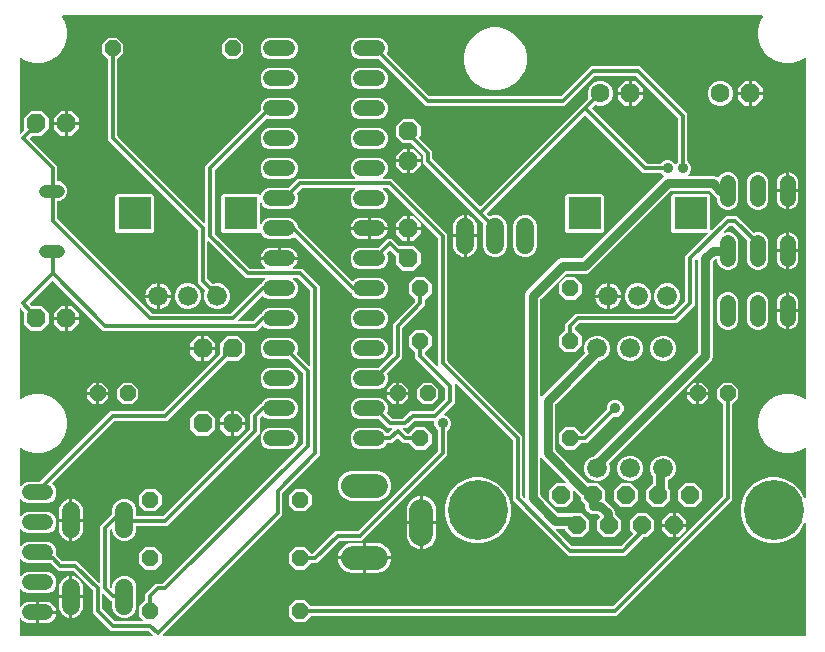
<source format=gbr>
G04 EAGLE Gerber RS-274X export*
G75*
%MOMM*%
%FSLAX34Y34*%
%LPD*%
%INTop Copper*%
%IPPOS*%
%AMOC8*
5,1,8,0,0,1.08239X$1,22.5*%
G01*
%ADD10P,1.732040X8X22.500000*%
%ADD11C,1.676400*%
%ADD12C,1.524000*%
%ADD13C,1.320800*%
%ADD14C,2.000000*%
%ADD15P,1.429621X8X202.500000*%
%ADD16C,1.117600*%
%ADD17P,1.539592X8X22.500000*%
%ADD18P,1.539592X8X202.500000*%
%ADD19P,1.429621X8X22.500000*%
%ADD20P,1.649562X8X202.500000*%
%ADD21C,5.080000*%
%ADD22R,2.800000X2.800000*%
%ADD23P,1.732040X8X112.500000*%
%ADD24C,1.600200*%
%ADD25P,1.732040X8X292.500000*%
%ADD26C,0.787400*%
%ADD27C,0.304800*%
%ADD28C,0.914400*%

G36*
X675070Y10172D02*
X675070Y10172D01*
X675136Y10174D01*
X675179Y10192D01*
X675226Y10200D01*
X675283Y10234D01*
X675343Y10259D01*
X675378Y10290D01*
X675419Y10315D01*
X675461Y10366D01*
X675509Y10410D01*
X675531Y10452D01*
X675560Y10489D01*
X675581Y10551D01*
X675612Y10610D01*
X675620Y10664D01*
X675632Y10701D01*
X675631Y10741D01*
X675639Y10795D01*
X675639Y105664D01*
X675629Y105723D01*
X675628Y105782D01*
X675609Y105832D01*
X675600Y105885D01*
X675569Y105936D01*
X675548Y105992D01*
X675513Y106032D01*
X675485Y106078D01*
X675439Y106116D01*
X675400Y106160D01*
X675353Y106186D01*
X675311Y106219D01*
X675255Y106238D01*
X675202Y106267D01*
X675149Y106274D01*
X675099Y106291D01*
X675039Y106289D01*
X674980Y106298D01*
X674928Y106286D01*
X674874Y106285D01*
X674819Y106262D01*
X674761Y106249D01*
X674716Y106220D01*
X674667Y106200D01*
X674623Y106160D01*
X674572Y106128D01*
X674533Y106078D01*
X674501Y106049D01*
X674485Y106018D01*
X674456Y105981D01*
X670820Y99684D01*
X665618Y94482D01*
X659247Y90803D01*
X652141Y88899D01*
X644783Y88899D01*
X637677Y90803D01*
X631306Y94482D01*
X626104Y99684D01*
X622425Y106055D01*
X620521Y113161D01*
X620521Y120519D01*
X622425Y127625D01*
X626104Y133996D01*
X631306Y139198D01*
X637677Y142877D01*
X644783Y144781D01*
X652141Y144781D01*
X659247Y142877D01*
X665618Y139198D01*
X670820Y133996D01*
X674456Y127699D01*
X674494Y127653D01*
X674525Y127602D01*
X674566Y127568D01*
X674601Y127528D01*
X674652Y127498D01*
X674699Y127461D01*
X674749Y127444D01*
X674796Y127417D01*
X674855Y127408D01*
X674911Y127389D01*
X674965Y127390D01*
X675017Y127382D01*
X675076Y127394D01*
X675136Y127395D01*
X675185Y127415D01*
X675237Y127426D01*
X675288Y127457D01*
X675343Y127480D01*
X675383Y127516D01*
X675428Y127544D01*
X675465Y127591D01*
X675509Y127631D01*
X675534Y127679D01*
X675566Y127721D01*
X675584Y127778D01*
X675612Y127831D01*
X675621Y127893D01*
X675634Y127935D01*
X675632Y127969D01*
X675639Y128016D01*
X675639Y169147D01*
X675638Y169153D01*
X675639Y169159D01*
X675618Y169263D01*
X675600Y169368D01*
X675596Y169373D01*
X675595Y169379D01*
X675539Y169469D01*
X675485Y169561D01*
X675481Y169565D01*
X675477Y169570D01*
X675393Y169636D01*
X675311Y169702D01*
X675305Y169704D01*
X675300Y169708D01*
X675199Y169740D01*
X675099Y169774D01*
X675092Y169774D01*
X675086Y169776D01*
X674981Y169771D01*
X674874Y169767D01*
X674869Y169765D01*
X674862Y169765D01*
X674688Y169696D01*
X670112Y167054D01*
X663713Y165339D01*
X657087Y165339D01*
X650688Y167054D01*
X644951Y170366D01*
X640266Y175051D01*
X636954Y180788D01*
X635239Y187187D01*
X635239Y193813D01*
X636954Y200212D01*
X640266Y205949D01*
X644951Y210634D01*
X650688Y213946D01*
X657087Y215661D01*
X663713Y215661D01*
X670112Y213946D01*
X674688Y211304D01*
X674694Y211302D01*
X674699Y211298D01*
X674799Y211264D01*
X674899Y211228D01*
X674905Y211228D01*
X674911Y211226D01*
X675017Y211229D01*
X675123Y211230D01*
X675129Y211232D01*
X675136Y211233D01*
X675233Y211272D01*
X675333Y211310D01*
X675338Y211315D01*
X675343Y211317D01*
X675422Y211388D01*
X675501Y211458D01*
X675504Y211464D01*
X675509Y211468D01*
X675558Y211563D01*
X675608Y211656D01*
X675609Y211662D01*
X675612Y211668D01*
X675639Y211853D01*
X675639Y499347D01*
X675638Y499353D01*
X675639Y499359D01*
X675618Y499463D01*
X675600Y499568D01*
X675596Y499573D01*
X675595Y499579D01*
X675539Y499669D01*
X675485Y499761D01*
X675481Y499765D01*
X675477Y499770D01*
X675393Y499836D01*
X675311Y499902D01*
X675305Y499904D01*
X675300Y499908D01*
X675199Y499940D01*
X675099Y499974D01*
X675092Y499974D01*
X675086Y499976D01*
X674981Y499971D01*
X674874Y499967D01*
X674869Y499965D01*
X674862Y499965D01*
X674688Y499896D01*
X670112Y497254D01*
X663713Y495539D01*
X657087Y495539D01*
X650688Y497254D01*
X644951Y500566D01*
X640266Y505251D01*
X636954Y510988D01*
X635239Y517387D01*
X635239Y524013D01*
X636954Y530412D01*
X639596Y534988D01*
X639598Y534994D01*
X639602Y534999D01*
X639636Y535099D01*
X639672Y535199D01*
X639672Y535205D01*
X639674Y535211D01*
X639671Y535317D01*
X639670Y535423D01*
X639668Y535429D01*
X639667Y535436D01*
X639628Y535533D01*
X639590Y535633D01*
X639585Y535638D01*
X639583Y535643D01*
X639512Y535722D01*
X639442Y535801D01*
X639436Y535804D01*
X639432Y535809D01*
X639337Y535858D01*
X639244Y535908D01*
X639238Y535909D01*
X639232Y535912D01*
X639047Y535939D01*
X46753Y535939D01*
X46747Y535938D01*
X46741Y535939D01*
X46637Y535918D01*
X46532Y535900D01*
X46527Y535896D01*
X46521Y535895D01*
X46431Y535839D01*
X46339Y535785D01*
X46335Y535781D01*
X46330Y535777D01*
X46264Y535693D01*
X46198Y535611D01*
X46196Y535605D01*
X46192Y535600D01*
X46160Y535499D01*
X46126Y535399D01*
X46126Y535392D01*
X46124Y535386D01*
X46129Y535281D01*
X46133Y535174D01*
X46135Y535169D01*
X46135Y535162D01*
X46204Y534988D01*
X48846Y530412D01*
X50561Y524013D01*
X50561Y517387D01*
X48846Y510988D01*
X45534Y505251D01*
X40849Y500566D01*
X35112Y497254D01*
X28713Y495539D01*
X22087Y495539D01*
X15688Y497254D01*
X11112Y499896D01*
X11106Y499898D01*
X11101Y499902D01*
X11001Y499936D01*
X10901Y499972D01*
X10895Y499972D01*
X10889Y499974D01*
X10783Y499971D01*
X10677Y499970D01*
X10671Y499968D01*
X10664Y499967D01*
X10567Y499928D01*
X10467Y499890D01*
X10462Y499885D01*
X10457Y499883D01*
X10378Y499812D01*
X10299Y499742D01*
X10296Y499736D01*
X10291Y499732D01*
X10242Y499637D01*
X10192Y499544D01*
X10191Y499538D01*
X10188Y499532D01*
X10161Y499347D01*
X10161Y436540D01*
X10177Y436453D01*
X10186Y436364D01*
X10196Y436343D01*
X10200Y436319D01*
X10246Y436243D01*
X10285Y436163D01*
X10302Y436147D01*
X10315Y436126D01*
X10384Y436070D01*
X10448Y436009D01*
X10470Y436000D01*
X10489Y435985D01*
X10573Y435956D01*
X10655Y435922D01*
X10679Y435921D01*
X10701Y435913D01*
X10790Y435916D01*
X10879Y435912D01*
X10902Y435919D01*
X10926Y435920D01*
X11008Y435953D01*
X11093Y435980D01*
X11114Y435996D01*
X11133Y436004D01*
X11171Y436038D01*
X11243Y436092D01*
X13988Y438837D01*
X14026Y438891D01*
X14071Y438939D01*
X14089Y438982D01*
X14116Y439021D01*
X14133Y439084D01*
X14158Y439145D01*
X14160Y439192D01*
X14172Y439238D01*
X14165Y439304D01*
X14168Y439369D01*
X14154Y439414D01*
X14149Y439461D01*
X14120Y439520D01*
X14100Y439583D01*
X14067Y439627D01*
X14050Y439662D01*
X14021Y439689D01*
X13988Y439734D01*
X13588Y440133D01*
X13588Y448867D01*
X19763Y455042D01*
X28497Y455042D01*
X34672Y448867D01*
X34672Y440133D01*
X28497Y433958D01*
X20869Y433958D01*
X20828Y433951D01*
X20785Y433953D01*
X20718Y433931D01*
X20649Y433919D01*
X20612Y433897D01*
X20572Y433884D01*
X20499Y433830D01*
X20455Y433804D01*
X20442Y433788D01*
X20421Y433772D01*
X18897Y432248D01*
X18859Y432194D01*
X18814Y432147D01*
X18796Y432103D01*
X18769Y432064D01*
X18752Y432001D01*
X18727Y431940D01*
X18725Y431893D01*
X18713Y431847D01*
X18720Y431782D01*
X18717Y431716D01*
X18731Y431671D01*
X18736Y431624D01*
X18765Y431565D01*
X18785Y431502D01*
X18818Y431458D01*
X18836Y431423D01*
X18864Y431396D01*
X18897Y431352D01*
X42165Y408084D01*
X42165Y396113D01*
X42176Y396048D01*
X42178Y395982D01*
X42196Y395939D01*
X42204Y395892D01*
X42238Y395835D01*
X42263Y395775D01*
X42294Y395740D01*
X42319Y395699D01*
X42370Y395657D01*
X42414Y395609D01*
X42456Y395587D01*
X42493Y395558D01*
X42555Y395537D01*
X42614Y395506D01*
X42668Y395498D01*
X42705Y395486D01*
X42745Y395487D01*
X42799Y395479D01*
X44035Y395479D01*
X47023Y394241D01*
X49309Y391955D01*
X50547Y388967D01*
X50547Y385733D01*
X49309Y382745D01*
X47023Y380459D01*
X44035Y379221D01*
X42799Y379221D01*
X42734Y379210D01*
X42668Y379208D01*
X42625Y379190D01*
X42578Y379182D01*
X42521Y379148D01*
X42461Y379123D01*
X42426Y379092D01*
X42385Y379067D01*
X42343Y379016D01*
X42295Y378972D01*
X42273Y378930D01*
X42244Y378893D01*
X42223Y378831D01*
X42192Y378772D01*
X42184Y378718D01*
X42172Y378681D01*
X42173Y378641D01*
X42165Y378587D01*
X42165Y363896D01*
X42172Y363855D01*
X42170Y363812D01*
X42192Y363745D01*
X42204Y363676D01*
X42226Y363639D01*
X42239Y363599D01*
X42293Y363526D01*
X42319Y363482D01*
X42335Y363469D01*
X42351Y363448D01*
X122148Y283651D01*
X122183Y283626D01*
X122211Y283595D01*
X122274Y283563D01*
X122332Y283522D01*
X122373Y283512D01*
X122411Y283492D01*
X122501Y283479D01*
X122549Y283466D01*
X122570Y283469D01*
X122596Y283465D01*
X188554Y283465D01*
X188595Y283472D01*
X188638Y283470D01*
X188705Y283492D01*
X188774Y283504D01*
X188811Y283526D01*
X188851Y283539D01*
X188924Y283593D01*
X188968Y283619D01*
X188981Y283635D01*
X189002Y283651D01*
X214216Y308865D01*
X214628Y308865D01*
X214681Y308874D01*
X214735Y308874D01*
X214791Y308894D01*
X214849Y308904D01*
X214895Y308932D01*
X214946Y308950D01*
X214991Y308989D01*
X215042Y309019D01*
X215076Y309061D01*
X215117Y309096D01*
X215154Y309157D01*
X215183Y309193D01*
X215191Y309216D01*
X215195Y309220D01*
X215198Y309230D01*
X215214Y309256D01*
X215513Y309980D01*
X217886Y312353D01*
X217937Y312426D01*
X217993Y312495D01*
X218000Y312517D01*
X218014Y312537D01*
X218036Y312623D01*
X218065Y312707D01*
X218064Y312731D01*
X218070Y312754D01*
X218061Y312843D01*
X218058Y312932D01*
X218049Y312954D01*
X218047Y312977D01*
X218007Y313057D01*
X217974Y313139D01*
X217958Y313157D01*
X217947Y313178D01*
X217882Y313239D01*
X217822Y313305D01*
X217801Y313316D01*
X217784Y313332D01*
X217702Y313367D01*
X217623Y313408D01*
X217597Y313411D01*
X217577Y313420D01*
X217527Y313422D01*
X217437Y313435D01*
X201516Y313435D01*
X170247Y344704D01*
X170174Y344755D01*
X170105Y344811D01*
X170083Y344819D01*
X170063Y344832D01*
X169977Y344854D01*
X169893Y344883D01*
X169869Y344882D01*
X169846Y344888D01*
X169757Y344879D01*
X169668Y344876D01*
X169646Y344867D01*
X169623Y344865D01*
X169543Y344825D01*
X169461Y344792D01*
X169443Y344776D01*
X169422Y344766D01*
X169361Y344701D01*
X169295Y344641D01*
X169284Y344619D01*
X169268Y344602D01*
X169233Y344520D01*
X169192Y344441D01*
X169189Y344415D01*
X169180Y344396D01*
X169178Y344345D01*
X169165Y344256D01*
X169165Y313096D01*
X169172Y313055D01*
X169170Y313012D01*
X169192Y312945D01*
X169204Y312876D01*
X169226Y312839D01*
X169239Y312799D01*
X169293Y312726D01*
X169319Y312682D01*
X169335Y312669D01*
X169351Y312648D01*
X172948Y309051D01*
X172976Y309031D01*
X172984Y309023D01*
X172988Y309020D01*
X173011Y308995D01*
X173074Y308963D01*
X173132Y308922D01*
X173173Y308912D01*
X173211Y308892D01*
X173301Y308879D01*
X173349Y308866D01*
X173370Y308869D01*
X173396Y308865D01*
X174237Y308865D01*
X174267Y308870D01*
X174298Y308868D01*
X174413Y308896D01*
X174458Y308904D01*
X174467Y308910D01*
X174480Y308913D01*
X175227Y309223D01*
X179573Y309223D01*
X183587Y307560D01*
X186660Y304487D01*
X188323Y300473D01*
X188323Y296127D01*
X186660Y292113D01*
X183587Y289040D01*
X179573Y287377D01*
X175227Y287377D01*
X171213Y289040D01*
X168140Y292113D01*
X166477Y296127D01*
X166477Y300473D01*
X167355Y302593D01*
X167367Y302646D01*
X167388Y302696D01*
X167391Y302755D01*
X167403Y302812D01*
X167396Y302866D01*
X167398Y302920D01*
X167380Y302976D01*
X167372Y303034D01*
X167346Y303082D01*
X167329Y303134D01*
X167287Y303190D01*
X167265Y303231D01*
X167242Y303252D01*
X167217Y303284D01*
X167199Y303302D01*
X167199Y303303D01*
X161035Y309466D01*
X161035Y353654D01*
X161028Y353695D01*
X161030Y353738D01*
X161008Y353805D01*
X160996Y353874D01*
X160974Y353911D01*
X160961Y353951D01*
X160907Y354024D01*
X160881Y354068D01*
X160865Y354081D01*
X160849Y354102D01*
X84835Y430116D01*
X84835Y498869D01*
X84828Y498911D01*
X84830Y498954D01*
X84808Y499021D01*
X84796Y499090D01*
X84774Y499127D01*
X84761Y499167D01*
X84707Y499240D01*
X84681Y499283D01*
X84665Y499297D01*
X84649Y499318D01*
X79755Y504212D01*
X79755Y511788D01*
X85112Y517145D01*
X92688Y517145D01*
X98045Y511788D01*
X98045Y504212D01*
X93151Y499318D01*
X93126Y499283D01*
X93095Y499254D01*
X93063Y499192D01*
X93022Y499134D01*
X93012Y499093D01*
X92992Y499055D01*
X92979Y498965D01*
X92966Y498916D01*
X92969Y498896D01*
X92965Y498869D01*
X92965Y433746D01*
X92972Y433705D01*
X92970Y433662D01*
X92992Y433595D01*
X93004Y433526D01*
X93026Y433489D01*
X93039Y433449D01*
X93093Y433376D01*
X93119Y433332D01*
X93135Y433319D01*
X93151Y433298D01*
X166303Y360146D01*
X166376Y360095D01*
X166445Y360039D01*
X166467Y360031D01*
X166487Y360018D01*
X166573Y359996D01*
X166657Y359967D01*
X166681Y359968D01*
X166704Y359962D01*
X166793Y359971D01*
X166882Y359974D01*
X166904Y359983D01*
X166927Y359985D01*
X167007Y360025D01*
X167089Y360058D01*
X167107Y360074D01*
X167128Y360084D01*
X167189Y360149D01*
X167255Y360209D01*
X167266Y360231D01*
X167282Y360248D01*
X167317Y360330D01*
X167358Y360409D01*
X167361Y360435D01*
X167370Y360454D01*
X167372Y360505D01*
X167385Y360594D01*
X167385Y408084D01*
X213986Y454684D01*
X214017Y454729D01*
X214056Y454767D01*
X214081Y454820D01*
X214114Y454869D01*
X214128Y454921D01*
X214151Y454970D01*
X214155Y455029D01*
X214170Y455086D01*
X214164Y455140D01*
X214169Y455194D01*
X214152Y455263D01*
X214147Y455309D01*
X214133Y455336D01*
X214123Y455376D01*
X214121Y455381D01*
X214121Y459019D01*
X215513Y462380D01*
X218086Y464953D01*
X221447Y466345D01*
X238293Y466345D01*
X241654Y464953D01*
X244227Y462380D01*
X245619Y459019D01*
X245619Y455381D01*
X244227Y452020D01*
X241654Y449447D01*
X238293Y448055D01*
X221447Y448055D01*
X220005Y448653D01*
X219952Y448664D01*
X219902Y448685D01*
X219843Y448688D01*
X219786Y448701D01*
X219732Y448693D01*
X219678Y448695D01*
X219622Y448677D01*
X219563Y448669D01*
X219516Y448643D01*
X219464Y448627D01*
X219407Y448584D01*
X219366Y448562D01*
X219346Y448539D01*
X219314Y448515D01*
X175701Y404902D01*
X175676Y404867D01*
X175645Y404839D01*
X175613Y404776D01*
X175572Y404718D01*
X175562Y404677D01*
X175542Y404639D01*
X175529Y404549D01*
X175516Y404501D01*
X175519Y404480D01*
X175515Y404454D01*
X175515Y351196D01*
X175522Y351155D01*
X175520Y351112D01*
X175542Y351045D01*
X175554Y350976D01*
X175576Y350939D01*
X175589Y350899D01*
X175643Y350826D01*
X175669Y350782D01*
X175685Y350769D01*
X175701Y350748D01*
X204698Y321751D01*
X204730Y321728D01*
X204749Y321708D01*
X204751Y321707D01*
X204761Y321695D01*
X204824Y321663D01*
X204882Y321622D01*
X204923Y321612D01*
X204961Y321592D01*
X205051Y321579D01*
X205099Y321566D01*
X205120Y321569D01*
X205146Y321565D01*
X217639Y321565D01*
X217677Y321572D01*
X217716Y321569D01*
X217787Y321591D01*
X217860Y321604D01*
X217893Y321624D01*
X217930Y321636D01*
X217989Y321681D01*
X218053Y321719D01*
X218077Y321749D01*
X218108Y321773D01*
X218147Y321835D01*
X218194Y321893D01*
X218207Y321930D01*
X218227Y321963D01*
X218242Y322035D01*
X218266Y322105D01*
X218265Y322144D01*
X218273Y322182D01*
X218262Y322256D01*
X218259Y322330D01*
X218245Y322366D01*
X218239Y322404D01*
X218203Y322469D01*
X218175Y322537D01*
X218149Y322566D01*
X218130Y322600D01*
X218058Y322666D01*
X218024Y322703D01*
X218010Y322710D01*
X218005Y322716D01*
X218000Y322718D01*
X217991Y322726D01*
X217436Y323097D01*
X216163Y324371D01*
X215162Y325868D01*
X214473Y327533D01*
X214195Y328931D01*
X229235Y328931D01*
X229300Y328942D01*
X229365Y328944D01*
X229409Y328962D01*
X229456Y328970D01*
X229512Y329004D01*
X229573Y329029D01*
X229608Y329060D01*
X229649Y329085D01*
X229690Y329136D01*
X229739Y329180D01*
X229761Y329222D01*
X229790Y329259D01*
X229811Y329321D01*
X229841Y329380D01*
X229850Y329434D01*
X229862Y329471D01*
X229861Y329511D01*
X229869Y329565D01*
X229869Y330201D01*
X229871Y330201D01*
X229871Y329565D01*
X229883Y329500D01*
X229884Y329434D01*
X229902Y329391D01*
X229911Y329344D01*
X229944Y329287D01*
X229969Y329227D01*
X230001Y329192D01*
X230025Y329151D01*
X230076Y329110D01*
X230120Y329061D01*
X230162Y329039D01*
X230199Y329010D01*
X230261Y328989D01*
X230320Y328958D01*
X230374Y328950D01*
X230411Y328938D01*
X230451Y328939D01*
X230505Y328931D01*
X245545Y328931D01*
X245267Y327533D01*
X244578Y325868D01*
X243577Y324371D01*
X242304Y323097D01*
X241749Y322726D01*
X241725Y322703D01*
X241706Y322692D01*
X241704Y322689D01*
X241687Y322679D01*
X241641Y322622D01*
X241587Y322571D01*
X241570Y322535D01*
X241546Y322505D01*
X241522Y322435D01*
X241490Y322368D01*
X241486Y322330D01*
X241474Y322293D01*
X241476Y322219D01*
X241469Y322145D01*
X241479Y322107D01*
X241481Y322068D01*
X241508Y322000D01*
X241528Y321928D01*
X241550Y321897D01*
X241565Y321861D01*
X241615Y321806D01*
X241658Y321746D01*
X241690Y321724D01*
X241716Y321695D01*
X241782Y321661D01*
X241843Y321620D01*
X241881Y321610D01*
X241916Y321592D01*
X242012Y321578D01*
X242061Y321566D01*
X242079Y321568D01*
X242101Y321565D01*
X249334Y321565D01*
X264415Y306484D01*
X264415Y163416D01*
X232851Y131852D01*
X232826Y131817D01*
X232795Y131789D01*
X232763Y131726D01*
X232722Y131668D01*
X232712Y131627D01*
X232692Y131589D01*
X232679Y131499D01*
X232666Y131451D01*
X232669Y131430D01*
X232665Y131404D01*
X232665Y112616D01*
X230098Y110049D01*
X131292Y11243D01*
X131241Y11170D01*
X131185Y11101D01*
X131177Y11079D01*
X131164Y11059D01*
X131142Y10973D01*
X131113Y10889D01*
X131114Y10865D01*
X131108Y10842D01*
X131117Y10753D01*
X131120Y10664D01*
X131129Y10642D01*
X131131Y10619D01*
X131171Y10539D01*
X131204Y10457D01*
X131220Y10439D01*
X131230Y10418D01*
X131295Y10357D01*
X131355Y10291D01*
X131377Y10280D01*
X131394Y10264D01*
X131476Y10229D01*
X131555Y10188D01*
X131581Y10185D01*
X131600Y10176D01*
X131651Y10174D01*
X131740Y10161D01*
X675005Y10161D01*
X675070Y10172D01*
G37*
G36*
X114191Y23131D02*
X114191Y23131D01*
X114279Y23140D01*
X114300Y23150D01*
X114324Y23154D01*
X114401Y23200D01*
X114480Y23239D01*
X114497Y23256D01*
X114517Y23269D01*
X114573Y23338D01*
X114634Y23402D01*
X114643Y23424D01*
X114658Y23443D01*
X114687Y23527D01*
X114722Y23609D01*
X114723Y23633D01*
X114730Y23655D01*
X114728Y23744D01*
X114732Y23833D01*
X114724Y23856D01*
X114724Y23880D01*
X114690Y23962D01*
X114663Y24047D01*
X114647Y24068D01*
X114639Y24087D01*
X114605Y24125D01*
X114552Y24197D01*
X110997Y27752D01*
X110997Y35748D01*
X116399Y41151D01*
X116424Y41185D01*
X116455Y41214D01*
X116487Y41277D01*
X116528Y41335D01*
X116538Y41376D01*
X116558Y41414D01*
X116571Y41503D01*
X116584Y41552D01*
X116581Y41573D01*
X116585Y41599D01*
X116585Y46134D01*
X125316Y54865D01*
X131404Y54865D01*
X131445Y54872D01*
X131488Y54870D01*
X131555Y54892D01*
X131624Y54904D01*
X131661Y54926D01*
X131701Y54939D01*
X131774Y54993D01*
X131818Y55019D01*
X131831Y55035D01*
X131852Y55051D01*
X249749Y172948D01*
X249774Y172983D01*
X249805Y173011D01*
X249837Y173074D01*
X249878Y173132D01*
X249888Y173173D01*
X249908Y173211D01*
X249921Y173301D01*
X249934Y173349D01*
X249931Y173370D01*
X249935Y173396D01*
X249935Y233004D01*
X249928Y233045D01*
X249930Y233088D01*
X249908Y233155D01*
X249896Y233224D01*
X249874Y233261D01*
X249861Y233301D01*
X249807Y233374D01*
X249781Y233418D01*
X249765Y233431D01*
X249749Y233452D01*
X238532Y244669D01*
X238502Y244690D01*
X238491Y244703D01*
X238487Y244705D01*
X238469Y244725D01*
X238406Y244757D01*
X238348Y244798D01*
X238307Y244808D01*
X238269Y244828D01*
X238179Y244841D01*
X238131Y244854D01*
X238110Y244851D01*
X238084Y244855D01*
X221447Y244855D01*
X218086Y246247D01*
X215513Y248820D01*
X214121Y252181D01*
X214121Y255819D01*
X215513Y259180D01*
X218086Y261753D01*
X221447Y263145D01*
X238293Y263145D01*
X241654Y261753D01*
X244227Y259180D01*
X245619Y255819D01*
X245619Y252181D01*
X244873Y250380D01*
X244861Y250327D01*
X244840Y250277D01*
X244837Y250218D01*
X244825Y250160D01*
X244832Y250107D01*
X244830Y250053D01*
X244848Y249997D01*
X244856Y249938D01*
X244882Y249891D01*
X244899Y249839D01*
X244941Y249782D01*
X244963Y249741D01*
X244986Y249721D01*
X245010Y249688D01*
X255203Y239496D01*
X255276Y239445D01*
X255345Y239389D01*
X255367Y239381D01*
X255387Y239368D01*
X255473Y239346D01*
X255557Y239317D01*
X255581Y239318D01*
X255604Y239312D01*
X255693Y239321D01*
X255782Y239324D01*
X255804Y239333D01*
X255827Y239335D01*
X255907Y239375D01*
X255989Y239408D01*
X256007Y239424D01*
X256028Y239434D01*
X256089Y239499D01*
X256155Y239559D01*
X256166Y239581D01*
X256182Y239598D01*
X256217Y239680D01*
X256258Y239759D01*
X256261Y239785D01*
X256270Y239804D01*
X256272Y239855D01*
X256285Y239944D01*
X256285Y302854D01*
X256278Y302895D01*
X256280Y302938D01*
X256258Y303005D01*
X256246Y303074D01*
X256224Y303111D01*
X256211Y303151D01*
X256157Y303224D01*
X256131Y303268D01*
X256115Y303281D01*
X256099Y303302D01*
X246152Y313249D01*
X246117Y313274D01*
X246089Y313305D01*
X246026Y313337D01*
X245968Y313378D01*
X245927Y313388D01*
X245889Y313408D01*
X245799Y313421D01*
X245751Y313434D01*
X245730Y313431D01*
X245704Y313435D01*
X242303Y313435D01*
X242215Y313419D01*
X242126Y313410D01*
X242105Y313400D01*
X242082Y313396D01*
X242005Y313350D01*
X241925Y313311D01*
X241909Y313294D01*
X241889Y313281D01*
X241832Y313212D01*
X241771Y313148D01*
X241762Y313126D01*
X241747Y313107D01*
X241719Y313023D01*
X241684Y312941D01*
X241683Y312917D01*
X241675Y312895D01*
X241678Y312806D01*
X241674Y312717D01*
X241681Y312694D01*
X241682Y312670D01*
X241715Y312588D01*
X241743Y312503D01*
X241758Y312482D01*
X241766Y312463D01*
X241800Y312425D01*
X241854Y312353D01*
X244227Y309980D01*
X245619Y306619D01*
X245619Y302981D01*
X244227Y299620D01*
X241654Y297047D01*
X238293Y295655D01*
X221447Y295655D01*
X218086Y297047D01*
X216439Y298694D01*
X216385Y298732D01*
X216337Y298777D01*
X216294Y298795D01*
X216255Y298822D01*
X216191Y298839D01*
X216131Y298864D01*
X216084Y298866D01*
X216038Y298878D01*
X215972Y298871D01*
X215907Y298874D01*
X215862Y298860D01*
X215815Y298855D01*
X215756Y298826D01*
X215693Y298806D01*
X215649Y298773D01*
X215614Y298755D01*
X215587Y298727D01*
X215542Y298694D01*
X195046Y278197D01*
X194995Y278124D01*
X194939Y278055D01*
X194931Y278033D01*
X194918Y278013D01*
X194896Y277927D01*
X194867Y277843D01*
X194868Y277819D01*
X194862Y277796D01*
X194871Y277707D01*
X194874Y277618D01*
X194883Y277596D01*
X194885Y277573D01*
X194925Y277493D01*
X194958Y277411D01*
X194974Y277393D01*
X194984Y277372D01*
X195049Y277311D01*
X195109Y277245D01*
X195131Y277234D01*
X195148Y277218D01*
X195230Y277183D01*
X195309Y277142D01*
X195335Y277139D01*
X195354Y277130D01*
X195405Y277128D01*
X195494Y277115D01*
X207604Y277115D01*
X207645Y277122D01*
X207688Y277120D01*
X207755Y277142D01*
X207824Y277154D01*
X207861Y277176D01*
X207901Y277189D01*
X207974Y277243D01*
X208018Y277269D01*
X208031Y277285D01*
X208052Y277301D01*
X214216Y283465D01*
X214628Y283465D01*
X214681Y283474D01*
X214735Y283474D01*
X214791Y283494D01*
X214849Y283504D01*
X214895Y283532D01*
X214946Y283550D01*
X214991Y283589D01*
X215042Y283619D01*
X215076Y283661D01*
X215117Y283696D01*
X215154Y283757D01*
X215183Y283793D01*
X215193Y283822D01*
X215214Y283856D01*
X215513Y284580D01*
X218086Y287153D01*
X221447Y288545D01*
X238293Y288545D01*
X241654Y287153D01*
X244227Y284580D01*
X245619Y281219D01*
X245619Y277581D01*
X244227Y274220D01*
X241654Y271647D01*
X238293Y270255D01*
X221447Y270255D01*
X218086Y271647D01*
X216439Y273294D01*
X216385Y273332D01*
X216337Y273377D01*
X216294Y273395D01*
X216255Y273422D01*
X216191Y273439D01*
X216131Y273464D01*
X216084Y273466D01*
X216038Y273478D01*
X215972Y273471D01*
X215907Y273474D01*
X215862Y273460D01*
X215815Y273455D01*
X215756Y273426D01*
X215693Y273406D01*
X215649Y273373D01*
X215614Y273355D01*
X215587Y273327D01*
X215542Y273294D01*
X213800Y271552D01*
X211234Y268985D01*
X80866Y268985D01*
X38548Y311303D01*
X38494Y311341D01*
X38447Y311386D01*
X38403Y311404D01*
X38364Y311431D01*
X38301Y311448D01*
X38240Y311473D01*
X38193Y311475D01*
X38147Y311487D01*
X38082Y311480D01*
X38016Y311483D01*
X37971Y311469D01*
X37924Y311464D01*
X37865Y311435D01*
X37802Y311415D01*
X37758Y311382D01*
X37723Y311364D01*
X37696Y311336D01*
X37652Y311303D01*
X18897Y292548D01*
X18859Y292495D01*
X18814Y292447D01*
X18796Y292403D01*
X18769Y292364D01*
X18752Y292301D01*
X18727Y292240D01*
X18725Y292193D01*
X18713Y292147D01*
X18720Y292082D01*
X18717Y292016D01*
X18731Y291971D01*
X18736Y291924D01*
X18765Y291865D01*
X18785Y291802D01*
X18818Y291758D01*
X18836Y291723D01*
X18864Y291696D01*
X18897Y291652D01*
X20421Y290128D01*
X20456Y290103D01*
X20484Y290072D01*
X20547Y290040D01*
X20605Y289999D01*
X20646Y289989D01*
X20684Y289969D01*
X20774Y289956D01*
X20822Y289943D01*
X20843Y289946D01*
X20869Y289942D01*
X28497Y289942D01*
X34672Y283767D01*
X34672Y275033D01*
X28497Y268858D01*
X19763Y268858D01*
X13588Y275033D01*
X13588Y283767D01*
X13988Y284166D01*
X14026Y284220D01*
X14071Y284268D01*
X14089Y284312D01*
X14116Y284351D01*
X14133Y284414D01*
X14158Y284475D01*
X14160Y284522D01*
X14172Y284568D01*
X14165Y284633D01*
X14168Y284699D01*
X14154Y284744D01*
X14149Y284791D01*
X14120Y284850D01*
X14100Y284913D01*
X14067Y284957D01*
X14050Y284992D01*
X14021Y285019D01*
X13988Y285063D01*
X11243Y287808D01*
X11216Y287827D01*
X11212Y287832D01*
X11202Y287837D01*
X11170Y287859D01*
X11101Y287915D01*
X11079Y287923D01*
X11059Y287936D01*
X10973Y287958D01*
X10889Y287987D01*
X10865Y287986D01*
X10842Y287992D01*
X10753Y287983D01*
X10664Y287980D01*
X10642Y287971D01*
X10619Y287969D01*
X10539Y287929D01*
X10457Y287896D01*
X10439Y287880D01*
X10418Y287870D01*
X10357Y287805D01*
X10291Y287745D01*
X10280Y287723D01*
X10264Y287706D01*
X10229Y287624D01*
X10188Y287545D01*
X10185Y287519D01*
X10176Y287500D01*
X10174Y287449D01*
X10172Y287434D01*
X10168Y287422D01*
X10168Y287409D01*
X10161Y287360D01*
X10161Y211853D01*
X10162Y211847D01*
X10161Y211841D01*
X10182Y211737D01*
X10200Y211632D01*
X10204Y211627D01*
X10205Y211621D01*
X10261Y211531D01*
X10315Y211439D01*
X10319Y211435D01*
X10323Y211430D01*
X10407Y211364D01*
X10489Y211298D01*
X10495Y211296D01*
X10500Y211292D01*
X10601Y211260D01*
X10701Y211226D01*
X10708Y211226D01*
X10714Y211224D01*
X10819Y211229D01*
X10926Y211233D01*
X10931Y211235D01*
X10938Y211235D01*
X11112Y211304D01*
X15688Y213946D01*
X22087Y215661D01*
X28713Y215661D01*
X35112Y213946D01*
X40849Y210634D01*
X45534Y205949D01*
X48846Y200212D01*
X50561Y193813D01*
X50561Y187187D01*
X48846Y180788D01*
X45534Y175051D01*
X40849Y170366D01*
X35112Y167054D01*
X28713Y165339D01*
X22087Y165339D01*
X15688Y167054D01*
X11112Y169696D01*
X11106Y169698D01*
X11101Y169702D01*
X11001Y169736D01*
X10901Y169772D01*
X10895Y169772D01*
X10889Y169774D01*
X10783Y169771D01*
X10677Y169770D01*
X10671Y169768D01*
X10664Y169767D01*
X10567Y169728D01*
X10467Y169690D01*
X10462Y169685D01*
X10457Y169683D01*
X10378Y169612D01*
X10299Y169542D01*
X10296Y169536D01*
X10291Y169532D01*
X10242Y169437D01*
X10192Y169344D01*
X10191Y169338D01*
X10188Y169332D01*
X10161Y169147D01*
X10161Y137909D01*
X10177Y137821D01*
X10186Y137732D01*
X10196Y137711D01*
X10200Y137688D01*
X10246Y137611D01*
X10285Y137531D01*
X10302Y137515D01*
X10315Y137495D01*
X10384Y137438D01*
X10448Y137377D01*
X10470Y137368D01*
X10489Y137353D01*
X10573Y137325D01*
X10655Y137290D01*
X10679Y137289D01*
X10701Y137281D01*
X10790Y137284D01*
X10879Y137280D01*
X10902Y137287D01*
X10926Y137288D01*
X11008Y137321D01*
X11093Y137349D01*
X11114Y137364D01*
X11133Y137372D01*
X11171Y137406D01*
X11243Y137460D01*
X13616Y139833D01*
X16977Y141225D01*
X27264Y141225D01*
X27305Y141232D01*
X27348Y141230D01*
X27415Y141252D01*
X27484Y141264D01*
X27521Y141286D01*
X27561Y141299D01*
X27634Y141353D01*
X27678Y141379D01*
X27691Y141395D01*
X27712Y141411D01*
X87216Y200915D01*
X131404Y200915D01*
X131445Y200922D01*
X131488Y200920D01*
X131555Y200942D01*
X131624Y200954D01*
X131661Y200976D01*
X131701Y200989D01*
X131774Y201043D01*
X131818Y201069D01*
X131831Y201085D01*
X131852Y201101D01*
X179772Y249021D01*
X179797Y249056D01*
X179828Y249084D01*
X179860Y249147D01*
X179901Y249205D01*
X179911Y249246D01*
X179931Y249284D01*
X179944Y249374D01*
X179957Y249422D01*
X179954Y249443D01*
X179958Y249469D01*
X179958Y258367D01*
X186133Y264542D01*
X194867Y264542D01*
X201042Y258367D01*
X201042Y249633D01*
X194867Y243458D01*
X185969Y243458D01*
X185928Y243451D01*
X185885Y243453D01*
X185818Y243431D01*
X185749Y243419D01*
X185712Y243397D01*
X185672Y243384D01*
X185599Y243330D01*
X185555Y243304D01*
X185542Y243288D01*
X185521Y243272D01*
X135034Y192785D01*
X90846Y192785D01*
X90805Y192778D01*
X90762Y192780D01*
X90695Y192758D01*
X90626Y192746D01*
X90589Y192724D01*
X90549Y192711D01*
X90476Y192657D01*
X90432Y192631D01*
X90419Y192615D01*
X90398Y192599D01*
X37856Y140058D01*
X37818Y140004D01*
X37773Y139956D01*
X37755Y139912D01*
X37728Y139873D01*
X37711Y139810D01*
X37686Y139749D01*
X37684Y139702D01*
X37672Y139656D01*
X37679Y139591D01*
X37676Y139525D01*
X37690Y139480D01*
X37695Y139433D01*
X37724Y139374D01*
X37744Y139311D01*
X37777Y139267D01*
X37795Y139232D01*
X37823Y139205D01*
X37856Y139161D01*
X39757Y137260D01*
X41149Y133899D01*
X41149Y130261D01*
X39757Y126900D01*
X37184Y124327D01*
X33823Y122935D01*
X16977Y122935D01*
X13616Y124327D01*
X11243Y126700D01*
X11214Y126720D01*
X11203Y126733D01*
X11179Y126745D01*
X11170Y126751D01*
X11101Y126807D01*
X11079Y126814D01*
X11059Y126828D01*
X10973Y126850D01*
X10889Y126879D01*
X10865Y126878D01*
X10842Y126884D01*
X10753Y126875D01*
X10664Y126872D01*
X10642Y126863D01*
X10619Y126861D01*
X10539Y126821D01*
X10457Y126788D01*
X10439Y126772D01*
X10418Y126761D01*
X10357Y126696D01*
X10291Y126636D01*
X10280Y126615D01*
X10264Y126598D01*
X10229Y126516D01*
X10188Y126437D01*
X10185Y126411D01*
X10176Y126391D01*
X10174Y126341D01*
X10168Y126322D01*
X10168Y126302D01*
X10161Y126251D01*
X10161Y112509D01*
X10177Y112421D01*
X10186Y112332D01*
X10196Y112311D01*
X10200Y112288D01*
X10246Y112211D01*
X10285Y112131D01*
X10302Y112115D01*
X10315Y112095D01*
X10384Y112038D01*
X10448Y111977D01*
X10470Y111968D01*
X10489Y111953D01*
X10573Y111925D01*
X10655Y111890D01*
X10679Y111889D01*
X10701Y111881D01*
X10790Y111884D01*
X10879Y111880D01*
X10902Y111887D01*
X10926Y111888D01*
X11008Y111921D01*
X11093Y111949D01*
X11114Y111964D01*
X11133Y111972D01*
X11171Y112006D01*
X11243Y112060D01*
X13616Y114433D01*
X16977Y115825D01*
X33823Y115825D01*
X37184Y114433D01*
X39757Y111860D01*
X41149Y108499D01*
X41149Y104861D01*
X39757Y101500D01*
X37184Y98927D01*
X33823Y97535D01*
X16977Y97535D01*
X13616Y98927D01*
X11243Y101300D01*
X11170Y101351D01*
X11101Y101407D01*
X11079Y101414D01*
X11059Y101428D01*
X10973Y101450D01*
X10889Y101479D01*
X10865Y101478D01*
X10842Y101484D01*
X10753Y101475D01*
X10664Y101472D01*
X10642Y101463D01*
X10619Y101461D01*
X10539Y101421D01*
X10457Y101388D01*
X10439Y101372D01*
X10418Y101361D01*
X10357Y101296D01*
X10291Y101236D01*
X10280Y101215D01*
X10264Y101198D01*
X10229Y101116D01*
X10188Y101037D01*
X10185Y101011D01*
X10176Y100991D01*
X10174Y100941D01*
X10161Y100851D01*
X10161Y87109D01*
X10177Y87021D01*
X10186Y86932D01*
X10196Y86911D01*
X10200Y86888D01*
X10246Y86811D01*
X10285Y86731D01*
X10302Y86715D01*
X10315Y86695D01*
X10384Y86638D01*
X10448Y86577D01*
X10470Y86568D01*
X10489Y86553D01*
X10573Y86525D01*
X10655Y86490D01*
X10679Y86489D01*
X10701Y86481D01*
X10790Y86484D01*
X10879Y86480D01*
X10902Y86487D01*
X10926Y86488D01*
X11008Y86521D01*
X11093Y86549D01*
X11114Y86564D01*
X11133Y86572D01*
X11171Y86606D01*
X11243Y86660D01*
X13616Y89033D01*
X16977Y90425D01*
X33823Y90425D01*
X37184Y89033D01*
X39757Y86460D01*
X41149Y83099D01*
X41149Y79461D01*
X41147Y79456D01*
X41135Y79403D01*
X41114Y79353D01*
X41111Y79294D01*
X41099Y79237D01*
X41106Y79183D01*
X41104Y79129D01*
X41122Y79073D01*
X41130Y79014D01*
X41156Y78967D01*
X41172Y78915D01*
X41215Y78858D01*
X41237Y78817D01*
X41260Y78797D01*
X41284Y78764D01*
X45948Y74101D01*
X45983Y74076D01*
X46011Y74045D01*
X46074Y74013D01*
X46132Y73972D01*
X46173Y73962D01*
X46211Y73942D01*
X46301Y73929D01*
X46349Y73916D01*
X46370Y73919D01*
X46396Y73915D01*
X58834Y73915D01*
X77403Y55346D01*
X77430Y55327D01*
X77434Y55323D01*
X77442Y55318D01*
X77476Y55295D01*
X77545Y55239D01*
X77567Y55231D01*
X77587Y55218D01*
X77673Y55196D01*
X77757Y55167D01*
X77781Y55168D01*
X77804Y55162D01*
X77893Y55171D01*
X77982Y55174D01*
X78004Y55183D01*
X78027Y55185D01*
X78107Y55225D01*
X78189Y55258D01*
X78207Y55274D01*
X78228Y55284D01*
X78289Y55349D01*
X78355Y55409D01*
X78366Y55431D01*
X78382Y55448D01*
X78417Y55530D01*
X78458Y55609D01*
X78461Y55635D01*
X78470Y55654D01*
X78472Y55705D01*
X78474Y55721D01*
X78478Y55733D01*
X78478Y55745D01*
X78485Y55794D01*
X78485Y103284D01*
X88459Y113258D01*
X88484Y113293D01*
X88515Y113321D01*
X88547Y113384D01*
X88588Y113442D01*
X88598Y113483D01*
X88618Y113521D01*
X88631Y113611D01*
X88644Y113659D01*
X88641Y113680D01*
X88645Y113706D01*
X88645Y118353D01*
X90192Y122088D01*
X93050Y124946D01*
X96785Y126493D01*
X100827Y126493D01*
X104562Y124946D01*
X107420Y122088D01*
X108967Y118353D01*
X108967Y112649D01*
X108978Y112584D01*
X108980Y112518D01*
X108998Y112475D01*
X109006Y112428D01*
X109040Y112371D01*
X109065Y112311D01*
X109096Y112276D01*
X109121Y112235D01*
X109172Y112193D01*
X109216Y112145D01*
X109258Y112123D01*
X109295Y112094D01*
X109357Y112073D01*
X109416Y112042D01*
X109470Y112034D01*
X109507Y112022D01*
X109547Y112023D01*
X109601Y112015D01*
X131404Y112015D01*
X131445Y112022D01*
X131488Y112020D01*
X131555Y112042D01*
X131624Y112054D01*
X131661Y112076D01*
X131701Y112089D01*
X131774Y112143D01*
X131818Y112169D01*
X131831Y112185D01*
X131852Y112201D01*
X205299Y185648D01*
X205324Y185683D01*
X205355Y185711D01*
X205387Y185774D01*
X205428Y185832D01*
X205438Y185873D01*
X205458Y185911D01*
X205471Y186001D01*
X205484Y186049D01*
X205481Y186070D01*
X205485Y186096D01*
X205485Y198534D01*
X214216Y207265D01*
X214628Y207265D01*
X214681Y207274D01*
X214735Y207274D01*
X214791Y207294D01*
X214849Y207304D01*
X214895Y207332D01*
X214946Y207350D01*
X214991Y207389D01*
X215042Y207419D01*
X215076Y207461D01*
X215117Y207496D01*
X215154Y207557D01*
X215183Y207593D01*
X215193Y207622D01*
X215214Y207656D01*
X215513Y208380D01*
X218086Y210953D01*
X221447Y212345D01*
X238293Y212345D01*
X241654Y210953D01*
X244227Y208380D01*
X245619Y205019D01*
X245619Y201381D01*
X244227Y198020D01*
X241654Y195447D01*
X238293Y194055D01*
X221447Y194055D01*
X218086Y195447D01*
X216439Y197094D01*
X216408Y197116D01*
X216391Y197134D01*
X216372Y197144D01*
X216337Y197177D01*
X216294Y197195D01*
X216255Y197222D01*
X216191Y197239D01*
X216131Y197264D01*
X216084Y197266D01*
X216038Y197278D01*
X215972Y197271D01*
X215907Y197274D01*
X215862Y197260D01*
X215815Y197255D01*
X215756Y197226D01*
X215693Y197206D01*
X215649Y197173D01*
X215614Y197155D01*
X215587Y197127D01*
X215578Y197121D01*
X215562Y197111D01*
X215556Y197104D01*
X215542Y197094D01*
X213800Y195352D01*
X213776Y195317D01*
X213745Y195289D01*
X213713Y195226D01*
X213672Y195168D01*
X213662Y195127D01*
X213642Y195089D01*
X213629Y194999D01*
X213616Y194951D01*
X213619Y194930D01*
X213615Y194904D01*
X213615Y182466D01*
X135034Y103885D01*
X109601Y103885D01*
X109536Y103874D01*
X109470Y103872D01*
X109427Y103854D01*
X109380Y103846D01*
X109323Y103812D01*
X109263Y103787D01*
X109228Y103756D01*
X109187Y103731D01*
X109145Y103680D01*
X109097Y103636D01*
X109075Y103594D01*
X109046Y103557D01*
X109025Y103495D01*
X108994Y103436D01*
X108986Y103382D01*
X108974Y103345D01*
X108975Y103305D01*
X108967Y103251D01*
X108967Y99071D01*
X107420Y95336D01*
X104562Y92478D01*
X100827Y90931D01*
X96785Y90931D01*
X93050Y92478D01*
X90192Y95336D01*
X88645Y99071D01*
X88645Y100416D01*
X88630Y100503D01*
X88620Y100592D01*
X88610Y100613D01*
X88606Y100637D01*
X88560Y100713D01*
X88521Y100793D01*
X88504Y100809D01*
X88491Y100830D01*
X88422Y100886D01*
X88358Y100947D01*
X88336Y100956D01*
X88317Y100971D01*
X88233Y101000D01*
X88151Y101034D01*
X88127Y101035D01*
X88105Y101043D01*
X88016Y101040D01*
X87927Y101044D01*
X87904Y101037D01*
X87880Y101036D01*
X87798Y101003D01*
X87713Y100976D01*
X87692Y100960D01*
X87673Y100952D01*
X87635Y100918D01*
X87563Y100864D01*
X86800Y100102D01*
X86776Y100067D01*
X86745Y100039D01*
X86713Y99976D01*
X86672Y99918D01*
X86662Y99877D01*
X86642Y99839D01*
X86629Y99749D01*
X86616Y99701D01*
X86619Y99680D01*
X86615Y99654D01*
X86615Y52746D01*
X86622Y52705D01*
X86620Y52662D01*
X86642Y52595D01*
X86654Y52526D01*
X86676Y52489D01*
X86689Y52449D01*
X86743Y52376D01*
X86769Y52332D01*
X86785Y52319D01*
X86801Y52298D01*
X87563Y51536D01*
X87589Y51518D01*
X87589Y51517D01*
X87590Y51517D01*
X87636Y51485D01*
X87705Y51429D01*
X87727Y51421D01*
X87747Y51408D01*
X87833Y51386D01*
X87917Y51357D01*
X87941Y51358D01*
X87964Y51352D01*
X88053Y51361D01*
X88142Y51364D01*
X88164Y51373D01*
X88187Y51375D01*
X88267Y51415D01*
X88349Y51448D01*
X88367Y51464D01*
X88388Y51474D01*
X88449Y51539D01*
X88515Y51599D01*
X88526Y51621D01*
X88542Y51638D01*
X88577Y51720D01*
X88618Y51799D01*
X88621Y51825D01*
X88630Y51844D01*
X88632Y51895D01*
X88636Y51919D01*
X88638Y51928D01*
X88638Y51936D01*
X88645Y51984D01*
X88645Y53329D01*
X90192Y57064D01*
X93050Y59922D01*
X96785Y61469D01*
X100827Y61469D01*
X104562Y59922D01*
X107420Y57064D01*
X108967Y53329D01*
X108967Y34047D01*
X107420Y30312D01*
X104562Y27454D01*
X100827Y25907D01*
X96785Y25907D01*
X93050Y27454D01*
X90192Y30312D01*
X88645Y34047D01*
X88645Y39751D01*
X88634Y39816D01*
X88632Y39882D01*
X88614Y39925D01*
X88606Y39972D01*
X88572Y40029D01*
X88547Y40089D01*
X88516Y40124D01*
X88491Y40165D01*
X88440Y40207D01*
X88396Y40255D01*
X88354Y40277D01*
X88317Y40306D01*
X88255Y40327D01*
X88196Y40358D01*
X88142Y40366D01*
X88105Y40378D01*
X88065Y40377D01*
X88011Y40385D01*
X87216Y40385D01*
X81347Y46254D01*
X81274Y46305D01*
X81205Y46361D01*
X81183Y46369D01*
X81163Y46382D01*
X81077Y46404D01*
X80993Y46433D01*
X80969Y46432D01*
X80946Y46438D01*
X80857Y46429D01*
X80768Y46426D01*
X80746Y46417D01*
X80723Y46415D01*
X80643Y46375D01*
X80561Y46342D01*
X80543Y46326D01*
X80522Y46316D01*
X80461Y46251D01*
X80395Y46191D01*
X80384Y46169D01*
X80368Y46152D01*
X80333Y46070D01*
X80292Y45991D01*
X80289Y45965D01*
X80280Y45946D01*
X80278Y45895D01*
X80265Y45806D01*
X80265Y33696D01*
X80272Y33655D01*
X80270Y33612D01*
X80292Y33545D01*
X80304Y33476D01*
X80326Y33439D01*
X80339Y33399D01*
X80393Y33326D01*
X80419Y33282D01*
X80435Y33269D01*
X80451Y33248D01*
X90398Y23301D01*
X90433Y23276D01*
X90461Y23245D01*
X90524Y23213D01*
X90582Y23172D01*
X90623Y23162D01*
X90661Y23142D01*
X90751Y23129D01*
X90799Y23116D01*
X90820Y23119D01*
X90846Y23115D01*
X114103Y23115D01*
X114191Y23131D01*
G37*
%LPC*%
G36*
X243652Y66547D02*
X243652Y66547D01*
X237997Y72202D01*
X237997Y80198D01*
X243652Y85853D01*
X251648Y85853D01*
X257051Y80451D01*
X257085Y80426D01*
X257114Y80395D01*
X257177Y80363D01*
X257235Y80322D01*
X257276Y80312D01*
X257314Y80292D01*
X257403Y80279D01*
X257452Y80266D01*
X257473Y80269D01*
X257499Y80265D01*
X258404Y80265D01*
X258445Y80272D01*
X258488Y80270D01*
X258555Y80292D01*
X258624Y80304D01*
X258661Y80326D01*
X258701Y80339D01*
X258774Y80393D01*
X258818Y80419D01*
X258831Y80435D01*
X258852Y80451D01*
X277716Y99315D01*
X296504Y99315D01*
X296545Y99322D01*
X296588Y99320D01*
X296655Y99342D01*
X296724Y99354D01*
X296761Y99376D01*
X296801Y99389D01*
X296874Y99443D01*
X296918Y99469D01*
X296931Y99485D01*
X296952Y99501D01*
X364049Y166598D01*
X364074Y166633D01*
X364105Y166661D01*
X364137Y166724D01*
X364178Y166782D01*
X364188Y166823D01*
X364208Y166861D01*
X364221Y166951D01*
X364234Y166999D01*
X364231Y167020D01*
X364235Y167046D01*
X364235Y184243D01*
X364228Y184285D01*
X364230Y184327D01*
X364208Y184394D01*
X364196Y184464D01*
X364174Y184500D01*
X364161Y184541D01*
X364107Y184614D01*
X364081Y184657D01*
X364065Y184670D01*
X364049Y184692D01*
X362270Y186471D01*
X361187Y189085D01*
X361187Y191921D01*
X361201Y191984D01*
X361226Y192057D01*
X361225Y192093D01*
X361232Y192127D01*
X361222Y192204D01*
X361219Y192282D01*
X361206Y192314D01*
X361201Y192350D01*
X361164Y192418D01*
X361135Y192489D01*
X361111Y192516D01*
X361094Y192547D01*
X361036Y192598D01*
X360984Y192655D01*
X360952Y192671D01*
X360925Y192695D01*
X360853Y192722D01*
X360784Y192758D01*
X360744Y192764D01*
X360716Y192774D01*
X360669Y192775D01*
X360599Y192785D01*
X344846Y192785D01*
X344805Y192778D01*
X344762Y192780D01*
X344695Y192758D01*
X344626Y192746D01*
X344589Y192724D01*
X344549Y192711D01*
X344476Y192657D01*
X344432Y192631D01*
X344419Y192615D01*
X344398Y192599D01*
X338234Y186435D01*
X335194Y186435D01*
X335107Y186419D01*
X335018Y186410D01*
X334997Y186400D01*
X334973Y186396D01*
X334897Y186350D01*
X334817Y186311D01*
X334801Y186294D01*
X334780Y186281D01*
X334724Y186212D01*
X334663Y186148D01*
X334654Y186126D01*
X334639Y186107D01*
X334610Y186023D01*
X334576Y185941D01*
X334575Y185917D01*
X334567Y185895D01*
X334570Y185806D01*
X334566Y185717D01*
X334573Y185694D01*
X334574Y185670D01*
X334607Y185588D01*
X334634Y185503D01*
X334650Y185482D01*
X334658Y185463D01*
X334692Y185425D01*
X334746Y185353D01*
X338048Y182050D01*
X338083Y182026D01*
X338111Y181995D01*
X338174Y181963D01*
X338232Y181922D01*
X338273Y181912D01*
X338311Y181892D01*
X338401Y181879D01*
X338449Y181866D01*
X338470Y181869D01*
X338496Y181865D01*
X339401Y181865D01*
X339443Y181872D01*
X339485Y181870D01*
X339552Y181892D01*
X339622Y181904D01*
X339658Y181926D01*
X339699Y181939D01*
X339772Y181993D01*
X339815Y182019D01*
X339828Y182035D01*
X339849Y182051D01*
X345252Y187453D01*
X353248Y187453D01*
X358903Y181798D01*
X358903Y173802D01*
X353248Y168147D01*
X345252Y168147D01*
X339849Y173549D01*
X339815Y173574D01*
X339786Y173605D01*
X339723Y173637D01*
X339665Y173678D01*
X339624Y173688D01*
X339586Y173708D01*
X339497Y173721D01*
X339448Y173734D01*
X339427Y173731D01*
X339401Y173735D01*
X334866Y173735D01*
X330648Y177953D01*
X330594Y177991D01*
X330547Y178036D01*
X330503Y178054D01*
X330464Y178081D01*
X330401Y178098D01*
X330340Y178123D01*
X330293Y178125D01*
X330247Y178137D01*
X330182Y178130D01*
X330116Y178133D01*
X330071Y178119D01*
X330024Y178114D01*
X329965Y178085D01*
X329902Y178065D01*
X329858Y178032D01*
X329823Y178014D01*
X329796Y177986D01*
X329752Y177953D01*
X325534Y173735D01*
X321312Y173735D01*
X321259Y173726D01*
X321205Y173726D01*
X321149Y173706D01*
X321091Y173696D01*
X321045Y173668D01*
X320994Y173650D01*
X320949Y173611D01*
X320898Y173581D01*
X320864Y173539D01*
X320823Y173504D01*
X320786Y173443D01*
X320757Y173407D01*
X320747Y173378D01*
X320726Y173344D01*
X320427Y172620D01*
X317854Y170047D01*
X314493Y168655D01*
X297647Y168655D01*
X294286Y170047D01*
X291713Y172620D01*
X290321Y175981D01*
X290321Y179619D01*
X291713Y182980D01*
X294286Y185553D01*
X297647Y186945D01*
X314493Y186945D01*
X317854Y185553D01*
X320427Y182980D01*
X320726Y182256D01*
X320756Y182211D01*
X320776Y182161D01*
X320816Y182117D01*
X320848Y182067D01*
X320891Y182035D01*
X320927Y181995D01*
X320980Y181968D01*
X321027Y181933D01*
X321079Y181917D01*
X321127Y181892D01*
X321197Y181882D01*
X321242Y181869D01*
X321273Y181871D01*
X321312Y181865D01*
X321904Y181865D01*
X321945Y181872D01*
X321988Y181870D01*
X322055Y181892D01*
X322124Y181904D01*
X322161Y181926D01*
X322201Y181939D01*
X322274Y181993D01*
X322318Y182019D01*
X322331Y182035D01*
X322352Y182050D01*
X325654Y185353D01*
X325705Y185426D01*
X325761Y185495D01*
X325769Y185517D01*
X325782Y185537D01*
X325804Y185623D01*
X325833Y185707D01*
X325832Y185731D01*
X325838Y185754D01*
X325829Y185843D01*
X325826Y185932D01*
X325817Y185954D01*
X325815Y185977D01*
X325775Y186057D01*
X325742Y186139D01*
X325726Y186157D01*
X325716Y186178D01*
X325651Y186239D01*
X325591Y186305D01*
X325569Y186316D01*
X325552Y186332D01*
X325470Y186367D01*
X325391Y186408D01*
X325365Y186411D01*
X325346Y186420D01*
X325295Y186422D01*
X325206Y186435D01*
X322166Y186435D01*
X319599Y189002D01*
X314732Y193869D01*
X314697Y193894D01*
X314669Y193925D01*
X314606Y193957D01*
X314548Y193998D01*
X314507Y194008D01*
X314469Y194028D01*
X314379Y194041D01*
X314331Y194054D01*
X314310Y194051D01*
X314284Y194055D01*
X297647Y194055D01*
X294286Y195447D01*
X291713Y198020D01*
X290321Y201381D01*
X290321Y205019D01*
X291713Y208380D01*
X294286Y210953D01*
X297647Y212345D01*
X314493Y212345D01*
X317854Y210953D01*
X320427Y208380D01*
X321819Y205019D01*
X321819Y201381D01*
X321073Y199580D01*
X321061Y199527D01*
X321040Y199477D01*
X321037Y199418D01*
X321025Y199360D01*
X321032Y199307D01*
X321030Y199253D01*
X321048Y199197D01*
X321056Y199138D01*
X321082Y199091D01*
X321099Y199039D01*
X321141Y198982D01*
X321163Y198941D01*
X321186Y198921D01*
X321210Y198888D01*
X325348Y194751D01*
X325383Y194726D01*
X325411Y194695D01*
X325474Y194663D01*
X325532Y194622D01*
X325573Y194612D01*
X325611Y194592D01*
X325701Y194579D01*
X325749Y194566D01*
X325770Y194569D01*
X325796Y194565D01*
X334604Y194565D01*
X334645Y194572D01*
X334688Y194570D01*
X334755Y194592D01*
X334824Y194604D01*
X334861Y194626D01*
X334901Y194639D01*
X334974Y194693D01*
X335018Y194719D01*
X335031Y194735D01*
X335052Y194751D01*
X341216Y200915D01*
X360004Y200915D01*
X360045Y200922D01*
X360088Y200920D01*
X360155Y200942D01*
X360224Y200954D01*
X360261Y200976D01*
X360301Y200989D01*
X360374Y201043D01*
X360418Y201069D01*
X360431Y201085D01*
X360452Y201101D01*
X370399Y211048D01*
X370424Y211083D01*
X370455Y211111D01*
X370487Y211174D01*
X370528Y211232D01*
X370538Y211273D01*
X370558Y211311D01*
X370571Y211401D01*
X370584Y211449D01*
X370581Y211470D01*
X370585Y211496D01*
X370585Y220304D01*
X370578Y220345D01*
X370580Y220388D01*
X370558Y220455D01*
X370546Y220524D01*
X370524Y220561D01*
X370511Y220601D01*
X370457Y220674D01*
X370431Y220718D01*
X370415Y220731D01*
X370399Y220752D01*
X345185Y245966D01*
X345185Y250501D01*
X345178Y250543D01*
X345180Y250585D01*
X345158Y250652D01*
X345146Y250722D01*
X345124Y250758D01*
X345111Y250799D01*
X345057Y250872D01*
X345031Y250915D01*
X345015Y250928D01*
X344999Y250949D01*
X339597Y256352D01*
X339597Y264348D01*
X345252Y270003D01*
X353248Y270003D01*
X358903Y264348D01*
X358903Y256352D01*
X353501Y250949D01*
X353476Y250915D01*
X353445Y250886D01*
X353413Y250823D01*
X353372Y250765D01*
X353362Y250724D01*
X353342Y250686D01*
X353329Y250597D01*
X353316Y250548D01*
X353319Y250527D01*
X353315Y250501D01*
X353315Y249596D01*
X353322Y249555D01*
X353320Y249512D01*
X353342Y249445D01*
X353354Y249376D01*
X353376Y249339D01*
X353389Y249299D01*
X353443Y249226D01*
X353469Y249182D01*
X353485Y249169D01*
X353501Y249148D01*
X363153Y239496D01*
X363226Y239445D01*
X363295Y239389D01*
X363317Y239381D01*
X363337Y239368D01*
X363423Y239346D01*
X363507Y239317D01*
X363531Y239318D01*
X363554Y239312D01*
X363643Y239321D01*
X363732Y239324D01*
X363754Y239333D01*
X363777Y239335D01*
X363857Y239375D01*
X363939Y239408D01*
X363957Y239424D01*
X363978Y239434D01*
X364039Y239499D01*
X364105Y239559D01*
X364116Y239581D01*
X364132Y239598D01*
X364167Y239680D01*
X364208Y239759D01*
X364211Y239785D01*
X364220Y239804D01*
X364222Y239855D01*
X364235Y239944D01*
X364235Y347304D01*
X364228Y347345D01*
X364230Y347388D01*
X364208Y347455D01*
X364196Y347524D01*
X364174Y347561D01*
X364161Y347601D01*
X364107Y347674D01*
X364081Y347718D01*
X364065Y347731D01*
X364049Y347752D01*
X322352Y389449D01*
X322317Y389474D01*
X322289Y389505D01*
X322226Y389537D01*
X322168Y389578D01*
X322127Y389588D01*
X322089Y389608D01*
X321999Y389621D01*
X321951Y389634D01*
X321930Y389631D01*
X321904Y389635D01*
X318503Y389635D01*
X318415Y389619D01*
X318326Y389610D01*
X318305Y389600D01*
X318282Y389596D01*
X318205Y389550D01*
X318125Y389511D01*
X318109Y389494D01*
X318089Y389481D01*
X318032Y389412D01*
X317971Y389348D01*
X317962Y389326D01*
X317947Y389307D01*
X317919Y389223D01*
X317884Y389141D01*
X317883Y389117D01*
X317875Y389095D01*
X317878Y389006D01*
X317874Y388917D01*
X317881Y388894D01*
X317882Y388870D01*
X317915Y388788D01*
X317943Y388703D01*
X317958Y388682D01*
X317966Y388663D01*
X318000Y388625D01*
X318054Y388553D01*
X320427Y386180D01*
X321819Y382819D01*
X321819Y379181D01*
X320427Y375820D01*
X317854Y373247D01*
X314493Y371855D01*
X297647Y371855D01*
X294286Y373247D01*
X291713Y375820D01*
X290321Y379181D01*
X290321Y382819D01*
X291713Y386180D01*
X294086Y388553D01*
X294137Y388626D01*
X294193Y388695D01*
X294200Y388717D01*
X294214Y388737D01*
X294236Y388823D01*
X294265Y388907D01*
X294264Y388931D01*
X294270Y388954D01*
X294261Y389043D01*
X294258Y389132D01*
X294249Y389154D01*
X294247Y389177D01*
X294207Y389257D01*
X294174Y389339D01*
X294158Y389357D01*
X294147Y389378D01*
X294082Y389439D01*
X294022Y389505D01*
X294001Y389516D01*
X293984Y389532D01*
X293902Y389567D01*
X293823Y389608D01*
X293797Y389611D01*
X293777Y389620D01*
X293727Y389622D01*
X293637Y389635D01*
X249596Y389635D01*
X249555Y389628D01*
X249512Y389630D01*
X249445Y389608D01*
X249376Y389596D01*
X249339Y389574D01*
X249299Y389561D01*
X249226Y389507D01*
X249182Y389481D01*
X249169Y389465D01*
X249148Y389449D01*
X245010Y385312D01*
X244979Y385267D01*
X244941Y385229D01*
X244916Y385176D01*
X244882Y385127D01*
X244868Y385075D01*
X244846Y385026D01*
X244841Y384967D01*
X244826Y384910D01*
X244832Y384856D01*
X244827Y384802D01*
X244844Y384733D01*
X244849Y384687D01*
X244863Y384660D01*
X244873Y384620D01*
X245619Y382819D01*
X245619Y379181D01*
X244227Y375820D01*
X241654Y373247D01*
X238293Y371855D01*
X221447Y371855D01*
X218086Y373247D01*
X215513Y375820D01*
X215161Y376671D01*
X215107Y376755D01*
X215055Y376842D01*
X215046Y376850D01*
X215040Y376860D01*
X214959Y376920D01*
X214881Y376984D01*
X214870Y376988D01*
X214860Y376995D01*
X214764Y377023D01*
X214669Y377056D01*
X214657Y377055D01*
X214645Y377059D01*
X214545Y377052D01*
X214444Y377049D01*
X214433Y377044D01*
X214422Y377044D01*
X214330Y377002D01*
X214237Y376965D01*
X214228Y376957D01*
X214217Y376952D01*
X214145Y376881D01*
X214071Y376813D01*
X214065Y376803D01*
X214057Y376794D01*
X214015Y376703D01*
X213968Y376614D01*
X213966Y376601D01*
X213962Y376591D01*
X213958Y376546D01*
X213941Y376428D01*
X213941Y360172D01*
X213959Y360073D01*
X213973Y359973D01*
X213978Y359963D01*
X213980Y359951D01*
X214032Y359864D01*
X214080Y359776D01*
X214088Y359768D01*
X214095Y359758D01*
X214173Y359694D01*
X214248Y359628D01*
X214260Y359624D01*
X214269Y359616D01*
X214364Y359584D01*
X214458Y359548D01*
X214470Y359548D01*
X214481Y359544D01*
X214581Y359547D01*
X214682Y359547D01*
X214694Y359551D01*
X214706Y359551D01*
X214798Y359589D01*
X214893Y359623D01*
X214902Y359631D01*
X214913Y359635D01*
X214988Y359703D01*
X215064Y359768D01*
X215071Y359779D01*
X215079Y359787D01*
X215100Y359828D01*
X215161Y359929D01*
X215513Y360780D01*
X218086Y363353D01*
X221447Y364745D01*
X238293Y364745D01*
X241654Y363353D01*
X244227Y360780D01*
X245619Y357419D01*
X245619Y357292D01*
X245626Y357251D01*
X245624Y357208D01*
X245646Y357141D01*
X245658Y357072D01*
X245680Y357035D01*
X245693Y356995D01*
X245747Y356922D01*
X245773Y356878D01*
X245789Y356865D01*
X245805Y356844D01*
X291742Y310906D01*
X291796Y310868D01*
X291844Y310823D01*
X291888Y310805D01*
X291927Y310778D01*
X291990Y310761D01*
X292051Y310736D01*
X292098Y310734D01*
X292144Y310722D01*
X292209Y310729D01*
X292275Y310726D01*
X292320Y310740D01*
X292367Y310745D01*
X292426Y310774D01*
X292489Y310794D01*
X292533Y310827D01*
X292568Y310845D01*
X292595Y310873D01*
X292639Y310906D01*
X294286Y312553D01*
X297647Y313945D01*
X314493Y313945D01*
X317854Y312553D01*
X320427Y309980D01*
X321819Y306619D01*
X321819Y302981D01*
X320427Y299620D01*
X317854Y297047D01*
X314493Y295655D01*
X297647Y295655D01*
X294286Y297047D01*
X291713Y299620D01*
X291414Y300344D01*
X291384Y300389D01*
X291364Y300439D01*
X291324Y300483D01*
X291292Y300533D01*
X291249Y300565D01*
X291213Y300605D01*
X291160Y300632D01*
X291113Y300667D01*
X291061Y300683D01*
X291013Y300708D01*
X290943Y300718D01*
X290898Y300731D01*
X290867Y300729D01*
X290828Y300735D01*
X290416Y300735D01*
X242928Y348224D01*
X242874Y348262D01*
X242826Y348307D01*
X242782Y348325D01*
X242743Y348352D01*
X242680Y348369D01*
X242619Y348394D01*
X242572Y348396D01*
X242526Y348408D01*
X242461Y348401D01*
X242395Y348404D01*
X242350Y348390D01*
X242303Y348385D01*
X242244Y348356D01*
X242181Y348336D01*
X242137Y348303D01*
X242102Y348285D01*
X242075Y348257D01*
X242031Y348224D01*
X241654Y347847D01*
X238293Y346455D01*
X221447Y346455D01*
X218086Y347847D01*
X215513Y350420D01*
X214588Y352655D01*
X214546Y352720D01*
X214512Y352789D01*
X214486Y352813D01*
X214467Y352843D01*
X214405Y352890D01*
X214348Y352943D01*
X214316Y352957D01*
X214287Y352978D01*
X214213Y353000D01*
X214142Y353030D01*
X214106Y353032D01*
X214072Y353042D01*
X213995Y353037D01*
X213918Y353040D01*
X213884Y353030D01*
X213848Y353027D01*
X213778Y352995D01*
X213704Y352972D01*
X213672Y352948D01*
X213644Y352935D01*
X213611Y352903D01*
X213553Y352860D01*
X212452Y351759D01*
X182348Y351759D01*
X180859Y353248D01*
X180859Y383352D01*
X182348Y384841D01*
X212452Y384841D01*
X213553Y383740D01*
X213617Y383696D01*
X213675Y383645D01*
X213709Y383632D01*
X213738Y383612D01*
X213813Y383592D01*
X213885Y383565D01*
X213921Y383565D01*
X213955Y383556D01*
X214032Y383564D01*
X214109Y383563D01*
X214143Y383575D01*
X214178Y383579D01*
X214247Y383613D01*
X214320Y383640D01*
X214347Y383663D01*
X214379Y383678D01*
X214432Y383735D01*
X214491Y383785D01*
X214512Y383819D01*
X214533Y383842D01*
X214551Y383884D01*
X214588Y383945D01*
X215513Y386180D01*
X218086Y388753D01*
X221447Y390145D01*
X238084Y390145D01*
X238125Y390152D01*
X238168Y390150D01*
X238235Y390172D01*
X238304Y390184D01*
X238341Y390206D01*
X238381Y390219D01*
X238454Y390273D01*
X238498Y390299D01*
X238511Y390315D01*
X238532Y390331D01*
X245966Y397765D01*
X293637Y397765D01*
X293725Y397781D01*
X293814Y397790D01*
X293835Y397800D01*
X293858Y397804D01*
X293935Y397850D01*
X294015Y397889D01*
X294031Y397906D01*
X294051Y397919D01*
X294108Y397988D01*
X294169Y398052D01*
X294178Y398074D01*
X294193Y398093D01*
X294221Y398177D01*
X294256Y398259D01*
X294257Y398283D01*
X294265Y398305D01*
X294262Y398394D01*
X294266Y398483D01*
X294259Y398506D01*
X294258Y398530D01*
X294225Y398612D01*
X294197Y398697D01*
X294182Y398718D01*
X294174Y398737D01*
X294140Y398775D01*
X294086Y398847D01*
X291713Y401220D01*
X290321Y404581D01*
X290321Y408219D01*
X291713Y411580D01*
X294286Y414153D01*
X297647Y415545D01*
X314493Y415545D01*
X317854Y414153D01*
X320427Y411580D01*
X321819Y408219D01*
X321819Y404581D01*
X320427Y401220D01*
X318054Y398847D01*
X318003Y398774D01*
X317947Y398705D01*
X317940Y398683D01*
X317926Y398663D01*
X317904Y398577D01*
X317875Y398493D01*
X317876Y398469D01*
X317870Y398446D01*
X317879Y398357D01*
X317882Y398268D01*
X317891Y398246D01*
X317893Y398223D01*
X317933Y398143D01*
X317966Y398061D01*
X317982Y398043D01*
X317993Y398022D01*
X318058Y397961D01*
X318118Y397895D01*
X318139Y397884D01*
X318156Y397868D01*
X318238Y397833D01*
X318317Y397792D01*
X318343Y397789D01*
X318363Y397780D01*
X318413Y397778D01*
X318503Y397765D01*
X325534Y397765D01*
X372365Y350934D01*
X372365Y243246D01*
X372372Y243205D01*
X372370Y243162D01*
X372392Y243095D01*
X372404Y243026D01*
X372426Y242989D01*
X372439Y242949D01*
X372493Y242876D01*
X372519Y242832D01*
X372535Y242819D01*
X372551Y242798D01*
X435865Y179484D01*
X435865Y128946D01*
X435872Y128905D01*
X435870Y128862D01*
X435892Y128795D01*
X435904Y128726D01*
X435926Y128689D01*
X435939Y128649D01*
X435993Y128576D01*
X436019Y128532D01*
X436035Y128519D01*
X436050Y128498D01*
X436940Y127609D01*
X437013Y127558D01*
X437082Y127502D01*
X437104Y127494D01*
X437124Y127481D01*
X437210Y127459D01*
X437294Y127430D01*
X437318Y127431D01*
X437341Y127425D01*
X437430Y127434D01*
X437519Y127437D01*
X437541Y127446D01*
X437564Y127448D01*
X437644Y127488D01*
X437726Y127521D01*
X437744Y127537D01*
X437765Y127547D01*
X437826Y127612D01*
X437892Y127672D01*
X437903Y127693D01*
X437919Y127711D01*
X437954Y127793D01*
X437995Y127872D01*
X437998Y127898D01*
X438007Y127917D01*
X438009Y127968D01*
X438022Y128057D01*
X438022Y299739D01*
X439008Y302119D01*
X466231Y329342D01*
X468611Y330328D01*
X486004Y330328D01*
X486046Y330335D01*
X486088Y330333D01*
X486155Y330355D01*
X486225Y330367D01*
X486261Y330389D01*
X486302Y330402D01*
X486375Y330456D01*
X486418Y330482D01*
X486431Y330498D01*
X486453Y330514D01*
X555187Y399248D01*
X555232Y399312D01*
X555283Y399370D01*
X555295Y399403D01*
X555316Y399433D01*
X555335Y399508D01*
X555362Y399580D01*
X555363Y399615D01*
X555371Y399650D01*
X555363Y399727D01*
X555364Y399804D01*
X555352Y399838D01*
X555348Y399873D01*
X555314Y399942D01*
X555288Y400015D01*
X555265Y400042D01*
X555249Y400074D01*
X555192Y400127D01*
X555142Y400186D01*
X555108Y400207D01*
X555086Y400228D01*
X555043Y400246D01*
X554982Y400283D01*
X554771Y400370D01*
X552992Y402149D01*
X552957Y402174D01*
X552928Y402205D01*
X552865Y402237D01*
X552807Y402278D01*
X552766Y402288D01*
X552728Y402308D01*
X552639Y402321D01*
X552590Y402334D01*
X552569Y402331D01*
X552543Y402335D01*
X538066Y402335D01*
X489398Y451003D01*
X489344Y451041D01*
X489297Y451086D01*
X489253Y451104D01*
X489214Y451131D01*
X489151Y451148D01*
X489090Y451173D01*
X489043Y451175D01*
X488997Y451187D01*
X488932Y451180D01*
X488866Y451183D01*
X488821Y451169D01*
X488774Y451164D01*
X488715Y451135D01*
X488652Y451115D01*
X488608Y451082D01*
X488573Y451064D01*
X488546Y451036D01*
X488502Y451003D01*
X406247Y368748D01*
X406209Y368694D01*
X406164Y368647D01*
X406146Y368603D01*
X406119Y368564D01*
X406102Y368501D01*
X406077Y368440D01*
X406075Y368393D01*
X406063Y368347D01*
X406070Y368282D01*
X406067Y368216D01*
X406081Y368171D01*
X406086Y368124D01*
X406115Y368065D01*
X406135Y368002D01*
X406168Y367958D01*
X406186Y367923D01*
X406214Y367896D01*
X406247Y367852D01*
X407840Y366258D01*
X407885Y366227D01*
X407923Y366189D01*
X407976Y366164D01*
X408025Y366130D01*
X408077Y366116D01*
X408126Y366094D01*
X408185Y366089D01*
X408242Y366074D01*
X408296Y366080D01*
X408350Y366075D01*
X408419Y366092D01*
X408465Y366097D01*
X408492Y366111D01*
X408532Y366121D01*
X410729Y367031D01*
X414771Y367031D01*
X418506Y365484D01*
X421364Y362626D01*
X422911Y358891D01*
X422911Y339609D01*
X421364Y335874D01*
X418506Y333016D01*
X414771Y331469D01*
X410729Y331469D01*
X406994Y333016D01*
X404136Y335874D01*
X402589Y339609D01*
X402589Y358891D01*
X402755Y359292D01*
X402767Y359345D01*
X402788Y359395D01*
X402791Y359454D01*
X402803Y359512D01*
X402796Y359565D01*
X402798Y359619D01*
X402780Y359675D01*
X402772Y359734D01*
X402746Y359781D01*
X402730Y359833D01*
X402687Y359890D01*
X402665Y359931D01*
X402642Y359951D01*
X402618Y359984D01*
X351535Y411066D01*
X351535Y417154D01*
X351528Y417195D01*
X351530Y417238D01*
X351508Y417305D01*
X351496Y417374D01*
X351474Y417411D01*
X351461Y417451D01*
X351407Y417524D01*
X351381Y417568D01*
X351365Y417581D01*
X351349Y417602D01*
X341529Y427422D01*
X341494Y427447D01*
X341466Y427478D01*
X341403Y427510D01*
X341345Y427551D01*
X341304Y427561D01*
X341266Y427581D01*
X341176Y427594D01*
X341128Y427607D01*
X341107Y427604D01*
X341081Y427608D01*
X334723Y427608D01*
X328548Y433783D01*
X328548Y442517D01*
X334723Y448692D01*
X343457Y448692D01*
X349632Y442517D01*
X349632Y433783D01*
X348597Y432749D01*
X348559Y432695D01*
X348514Y432647D01*
X348496Y432603D01*
X348469Y432564D01*
X348452Y432501D01*
X348427Y432440D01*
X348425Y432393D01*
X348413Y432347D01*
X348420Y432282D01*
X348417Y432216D01*
X348431Y432171D01*
X348436Y432124D01*
X348465Y432065D01*
X348485Y432002D01*
X348518Y431958D01*
X348535Y431923D01*
X348564Y431896D01*
X348597Y431852D01*
X359665Y420784D01*
X359665Y414696D01*
X359672Y414655D01*
X359670Y414612D01*
X359692Y414545D01*
X359704Y414476D01*
X359726Y414439D01*
X359739Y414399D01*
X359793Y414326D01*
X359819Y414282D01*
X359835Y414269D01*
X359851Y414248D01*
X399602Y374497D01*
X399655Y374459D01*
X399703Y374414D01*
X399747Y374396D01*
X399786Y374369D01*
X399849Y374352D01*
X399910Y374327D01*
X399957Y374325D01*
X400003Y374313D01*
X400068Y374320D01*
X400134Y374317D01*
X400179Y374331D01*
X400226Y374336D01*
X400285Y374365D01*
X400348Y374385D01*
X400392Y374418D01*
X400427Y374436D01*
X400454Y374464D01*
X400498Y374497D01*
X491598Y465597D01*
X491629Y465641D01*
X491668Y465679D01*
X491693Y465733D01*
X491726Y465781D01*
X491740Y465833D01*
X491763Y465882D01*
X491768Y465941D01*
X491782Y465998D01*
X491777Y466052D01*
X491781Y466106D01*
X491764Y466175D01*
X491759Y466221D01*
X491746Y466249D01*
X491736Y466288D01*
X491108Y467803D01*
X491108Y471997D01*
X492713Y475871D01*
X495679Y478837D01*
X499553Y480442D01*
X503747Y480442D01*
X507621Y478837D01*
X510587Y475871D01*
X512192Y471997D01*
X512192Y467803D01*
X510587Y463929D01*
X507621Y460963D01*
X503747Y459358D01*
X499553Y459358D01*
X498038Y459986D01*
X497985Y459997D01*
X497935Y460019D01*
X497876Y460021D01*
X497819Y460034D01*
X497765Y460026D01*
X497711Y460029D01*
X497655Y460011D01*
X497597Y460002D01*
X497549Y459976D01*
X497497Y459960D01*
X497440Y459918D01*
X497399Y459895D01*
X497379Y459872D01*
X497347Y459848D01*
X495147Y457649D01*
X495109Y457594D01*
X495064Y457547D01*
X495046Y457503D01*
X495019Y457464D01*
X495002Y457401D01*
X494977Y457340D01*
X494975Y457293D01*
X494963Y457247D01*
X494970Y457182D01*
X494967Y457116D01*
X494981Y457071D01*
X494986Y457024D01*
X495015Y456965D01*
X495035Y456902D01*
X495068Y456858D01*
X495086Y456823D01*
X495114Y456796D01*
X495147Y456752D01*
X541248Y410651D01*
X541283Y410626D01*
X541311Y410595D01*
X541374Y410563D01*
X541432Y410522D01*
X541473Y410512D01*
X541511Y410492D01*
X541601Y410479D01*
X541649Y410466D01*
X541670Y410469D01*
X541696Y410465D01*
X552543Y410465D01*
X552585Y410472D01*
X552627Y410470D01*
X552694Y410492D01*
X552764Y410504D01*
X552801Y410526D01*
X552841Y410539D01*
X552914Y410593D01*
X552957Y410619D01*
X552970Y410635D01*
X552992Y410651D01*
X554771Y412430D01*
X557385Y413513D01*
X560215Y413513D01*
X562829Y412430D01*
X564702Y410557D01*
X564736Y410533D01*
X564764Y410503D01*
X564785Y410492D01*
X564803Y410475D01*
X564847Y410456D01*
X564886Y410429D01*
X564928Y410418D01*
X564964Y410400D01*
X564988Y410397D01*
X565010Y410387D01*
X565057Y410385D01*
X565103Y410373D01*
X565127Y410376D01*
X565149Y410372D01*
X565151Y410372D01*
X565189Y410379D01*
X565234Y410377D01*
X565279Y410392D01*
X565326Y410397D01*
X565350Y410408D01*
X565372Y410412D01*
X565406Y410433D01*
X565448Y410446D01*
X565492Y410479D01*
X565527Y410496D01*
X565544Y410514D01*
X565565Y410526D01*
X565578Y410542D01*
X565599Y410557D01*
X567250Y412208D01*
X567274Y412243D01*
X567305Y412272D01*
X567337Y412335D01*
X567378Y412393D01*
X567388Y412434D01*
X567408Y412472D01*
X567421Y412561D01*
X567434Y412610D01*
X567431Y412631D01*
X567435Y412657D01*
X567435Y448904D01*
X567428Y448945D01*
X567430Y448988D01*
X567408Y449055D01*
X567396Y449124D01*
X567374Y449161D01*
X567361Y449201D01*
X567307Y449274D01*
X567281Y449318D01*
X567265Y449331D01*
X567249Y449352D01*
X531902Y484699D01*
X531867Y484724D01*
X531839Y484755D01*
X531776Y484787D01*
X531718Y484828D01*
X531677Y484838D01*
X531639Y484858D01*
X531549Y484871D01*
X531501Y484884D01*
X531480Y484881D01*
X531454Y484885D01*
X497246Y484885D01*
X497205Y484878D01*
X497162Y484880D01*
X497095Y484858D01*
X497026Y484846D01*
X496989Y484824D01*
X496949Y484811D01*
X496876Y484757D01*
X496832Y484731D01*
X496819Y484715D01*
X496798Y484699D01*
X471584Y459485D01*
X353916Y459485D01*
X351349Y462052D01*
X314732Y498669D01*
X314697Y498694D01*
X314669Y498725D01*
X314606Y498757D01*
X314548Y498798D01*
X314507Y498808D01*
X314469Y498828D01*
X314379Y498841D01*
X314331Y498854D01*
X314310Y498851D01*
X314284Y498855D01*
X297647Y498855D01*
X294286Y500247D01*
X291713Y502820D01*
X290321Y506181D01*
X290321Y509819D01*
X291713Y513180D01*
X294286Y515753D01*
X297647Y517145D01*
X314493Y517145D01*
X317854Y515753D01*
X320427Y513180D01*
X321819Y509819D01*
X321819Y506181D01*
X321073Y504380D01*
X321061Y504327D01*
X321040Y504277D01*
X321037Y504218D01*
X321025Y504160D01*
X321032Y504107D01*
X321030Y504053D01*
X321048Y503997D01*
X321056Y503938D01*
X321082Y503891D01*
X321099Y503839D01*
X321141Y503782D01*
X321163Y503741D01*
X321186Y503721D01*
X321210Y503688D01*
X357098Y467801D01*
X357133Y467776D01*
X357161Y467745D01*
X357224Y467713D01*
X357282Y467672D01*
X357323Y467662D01*
X357361Y467642D01*
X357451Y467629D01*
X357499Y467616D01*
X357520Y467619D01*
X357546Y467615D01*
X467954Y467615D01*
X467995Y467622D01*
X468038Y467620D01*
X468105Y467642D01*
X468174Y467654D01*
X468211Y467676D01*
X468251Y467689D01*
X468324Y467743D01*
X468368Y467769D01*
X468381Y467785D01*
X468402Y467801D01*
X493616Y493015D01*
X535084Y493015D01*
X575565Y452534D01*
X575565Y412657D01*
X575572Y412615D01*
X575570Y412573D01*
X575592Y412506D01*
X575604Y412436D01*
X575626Y412400D01*
X575639Y412359D01*
X575693Y412286D01*
X575719Y412243D01*
X575735Y412230D01*
X575751Y412208D01*
X577530Y410429D01*
X578613Y407815D01*
X578613Y404985D01*
X577530Y402371D01*
X576419Y401260D01*
X576369Y401187D01*
X576312Y401118D01*
X576305Y401096D01*
X576291Y401076D01*
X576269Y400990D01*
X576241Y400906D01*
X576241Y400882D01*
X576235Y400859D01*
X576245Y400770D01*
X576247Y400681D01*
X576256Y400659D01*
X576259Y400636D01*
X576298Y400556D01*
X576331Y400474D01*
X576347Y400456D01*
X576358Y400435D01*
X576423Y400374D01*
X576483Y400308D01*
X576504Y400297D01*
X576521Y400281D01*
X576603Y400246D01*
X576682Y400205D01*
X576709Y400202D01*
X576728Y400193D01*
X576778Y400191D01*
X576868Y400178D01*
X598189Y400178D01*
X600569Y399192D01*
X600819Y398942D01*
X600882Y398898D01*
X600941Y398847D01*
X600974Y398834D01*
X601003Y398814D01*
X601078Y398795D01*
X601150Y398767D01*
X601186Y398767D01*
X601220Y398758D01*
X601297Y398766D01*
X601375Y398766D01*
X601408Y398778D01*
X601443Y398781D01*
X601513Y398816D01*
X601586Y398842D01*
X601613Y398865D01*
X601644Y398881D01*
X601698Y398937D01*
X601757Y398987D01*
X601777Y399022D01*
X601798Y399044D01*
X601817Y399087D01*
X601841Y399128D01*
X604420Y401707D01*
X607781Y403099D01*
X611419Y403099D01*
X614780Y401707D01*
X617353Y399134D01*
X618745Y395773D01*
X618745Y378927D01*
X617353Y375566D01*
X614780Y372993D01*
X611419Y371601D01*
X607781Y371601D01*
X604420Y372993D01*
X601847Y375566D01*
X600455Y378927D01*
X600455Y381072D01*
X600446Y381126D01*
X600446Y381180D01*
X600426Y381235D01*
X600416Y381293D01*
X600388Y381340D01*
X600370Y381391D01*
X600331Y381436D01*
X600301Y381486D01*
X600259Y381520D01*
X600224Y381562D01*
X600163Y381598D01*
X600127Y381628D01*
X600098Y381638D01*
X600064Y381658D01*
X599581Y381858D01*
X594403Y387036D01*
X594368Y387061D01*
X594339Y387092D01*
X594276Y387124D01*
X594218Y387165D01*
X594177Y387175D01*
X594139Y387195D01*
X594050Y387208D01*
X594001Y387221D01*
X593980Y387218D01*
X593954Y387222D01*
X561746Y387222D01*
X561704Y387215D01*
X561662Y387217D01*
X561595Y387195D01*
X561525Y387183D01*
X561489Y387161D01*
X561448Y387148D01*
X561375Y387094D01*
X561332Y387068D01*
X561319Y387052D01*
X561297Y387036D01*
X492619Y318358D01*
X490239Y317372D01*
X472846Y317372D01*
X472804Y317365D01*
X472762Y317367D01*
X472695Y317345D01*
X472625Y317333D01*
X472589Y317311D01*
X472548Y317298D01*
X472475Y317244D01*
X472432Y317218D01*
X472419Y317202D01*
X472397Y317186D01*
X451164Y295953D01*
X451139Y295918D01*
X451108Y295889D01*
X451076Y295826D01*
X451035Y295768D01*
X451025Y295727D01*
X451005Y295689D01*
X450992Y295600D01*
X450979Y295551D01*
X450982Y295530D01*
X450978Y295504D01*
X450978Y214020D01*
X450994Y213932D01*
X451003Y213844D01*
X451013Y213822D01*
X451017Y213799D01*
X451063Y213722D01*
X451102Y213643D01*
X451119Y213626D01*
X451132Y213606D01*
X451201Y213550D01*
X451265Y213489D01*
X451287Y213479D01*
X451306Y213464D01*
X451390Y213436D01*
X451472Y213401D01*
X451496Y213400D01*
X451518Y213393D01*
X451607Y213395D01*
X451696Y213391D01*
X451719Y213398D01*
X451743Y213399D01*
X451825Y213433D01*
X451910Y213460D01*
X451931Y213476D01*
X451950Y213483D01*
X451988Y213517D01*
X452060Y213571D01*
X488511Y250022D01*
X488542Y250067D01*
X488581Y250105D01*
X488606Y250158D01*
X488639Y250206D01*
X488653Y250259D01*
X488676Y250308D01*
X488681Y250367D01*
X488695Y250424D01*
X488690Y250477D01*
X488694Y250531D01*
X488677Y250601D01*
X488672Y250647D01*
X488658Y250674D01*
X488649Y250713D01*
X488187Y251827D01*
X488187Y256173D01*
X489850Y260187D01*
X492923Y263260D01*
X496937Y264923D01*
X501283Y264923D01*
X505297Y263260D01*
X508370Y260187D01*
X510033Y256173D01*
X510033Y251827D01*
X508370Y247813D01*
X505297Y244740D01*
X501283Y243077D01*
X500151Y243077D01*
X500109Y243070D01*
X500067Y243072D01*
X500000Y243050D01*
X499930Y243038D01*
X499894Y243016D01*
X499853Y243003D01*
X499780Y242949D01*
X499737Y242923D01*
X499724Y242907D01*
X499702Y242891D01*
X463864Y207053D01*
X463839Y207018D01*
X463808Y206989D01*
X463776Y206926D01*
X463735Y206868D01*
X463725Y206827D01*
X463705Y206789D01*
X463692Y206700D01*
X463679Y206651D01*
X463682Y206630D01*
X463678Y206604D01*
X463678Y168046D01*
X463685Y168004D01*
X463683Y167962D01*
X463705Y167895D01*
X463717Y167825D01*
X463739Y167789D01*
X463752Y167748D01*
X463806Y167675D01*
X463832Y167632D01*
X463848Y167619D01*
X463864Y167597D01*
X491447Y140014D01*
X491482Y139989D01*
X491511Y139958D01*
X491574Y139926D01*
X491632Y139885D01*
X491673Y139875D01*
X491711Y139855D01*
X491800Y139842D01*
X491849Y139829D01*
X491870Y139832D01*
X491896Y139828D01*
X494828Y139828D01*
X494863Y139834D01*
X494912Y139833D01*
X495721Y139941D01*
X496067Y139849D01*
X496113Y139845D01*
X496230Y139828D01*
X496589Y139828D01*
X496779Y139749D01*
X496809Y139742D01*
X496836Y139728D01*
X496953Y139711D01*
X496998Y139701D01*
X497008Y139703D01*
X497021Y139701D01*
X500017Y139701D01*
X505969Y133749D01*
X505969Y125755D01*
X505976Y125713D01*
X505974Y125671D01*
X505996Y125604D01*
X506008Y125534D01*
X506030Y125497D01*
X506043Y125457D01*
X506097Y125384D01*
X506123Y125341D01*
X506139Y125328D01*
X506155Y125306D01*
X507231Y124230D01*
X513492Y117969D01*
X514478Y115589D01*
X514478Y113818D01*
X514485Y113777D01*
X514483Y113734D01*
X514505Y113667D01*
X514517Y113598D01*
X514539Y113561D01*
X514552Y113521D01*
X514606Y113448D01*
X514632Y113404D01*
X514648Y113391D01*
X514664Y113370D01*
X519685Y108349D01*
X519685Y99931D01*
X513733Y93979D01*
X505315Y93979D01*
X499363Y99931D01*
X499363Y108349D01*
X501336Y110322D01*
X501361Y110357D01*
X501392Y110385D01*
X501424Y110448D01*
X501465Y110506D01*
X501475Y110547D01*
X501495Y110585D01*
X501508Y110675D01*
X501521Y110723D01*
X501518Y110744D01*
X501522Y110770D01*
X501522Y111354D01*
X501515Y111396D01*
X501517Y111438D01*
X501495Y111505D01*
X501483Y111575D01*
X501461Y111611D01*
X501448Y111652D01*
X501394Y111725D01*
X501368Y111768D01*
X501352Y111781D01*
X501336Y111803D01*
X499153Y113986D01*
X499118Y114011D01*
X499089Y114042D01*
X499026Y114074D01*
X498968Y114115D01*
X498927Y114125D01*
X498889Y114145D01*
X498800Y114158D01*
X498751Y114171D01*
X498730Y114168D01*
X498704Y114172D01*
X494011Y114172D01*
X491631Y115158D01*
X489808Y116981D01*
X488822Y119361D01*
X488822Y121894D01*
X488815Y121935D01*
X488817Y121978D01*
X488795Y122045D01*
X488783Y122114D01*
X488761Y122151D01*
X488748Y122191D01*
X488694Y122264D01*
X488668Y122308D01*
X488652Y122321D01*
X488636Y122342D01*
X485647Y125331D01*
X485647Y127283D01*
X485638Y127336D01*
X485638Y127390D01*
X485618Y127446D01*
X485608Y127504D01*
X485580Y127550D01*
X485562Y127601D01*
X485523Y127646D01*
X485493Y127697D01*
X485451Y127731D01*
X485416Y127772D01*
X485355Y127809D01*
X485319Y127838D01*
X485291Y127848D01*
X479619Y133520D01*
X479546Y133570D01*
X479477Y133627D01*
X479455Y133634D01*
X479435Y133648D01*
X479349Y133670D01*
X479265Y133698D01*
X479241Y133698D01*
X479218Y133704D01*
X479129Y133694D01*
X479040Y133692D01*
X479018Y133683D01*
X478995Y133680D01*
X478915Y133641D01*
X478833Y133608D01*
X478815Y133592D01*
X478794Y133581D01*
X478733Y133516D01*
X478667Y133456D01*
X478656Y133435D01*
X478640Y133418D01*
X478605Y133336D01*
X478564Y133257D01*
X478561Y133230D01*
X478552Y133211D01*
X478550Y133161D01*
X478537Y133071D01*
X478537Y125331D01*
X472585Y119379D01*
X464167Y119379D01*
X458215Y125331D01*
X458215Y133749D01*
X464167Y139701D01*
X471907Y139701D01*
X471995Y139717D01*
X472083Y139726D01*
X472105Y139736D01*
X472128Y139740D01*
X472205Y139786D01*
X472284Y139825D01*
X472301Y139842D01*
X472321Y139855D01*
X472377Y139924D01*
X472438Y139988D01*
X472448Y140010D01*
X472463Y140029D01*
X472491Y140113D01*
X472526Y140195D01*
X472527Y140219D01*
X472534Y140241D01*
X472532Y140330D01*
X472536Y140419D01*
X472529Y140442D01*
X472528Y140466D01*
X472494Y140548D01*
X472467Y140633D01*
X472451Y140654D01*
X472444Y140673D01*
X472410Y140711D01*
X472356Y140783D01*
X453620Y159519D01*
X452060Y161079D01*
X451987Y161130D01*
X451918Y161186D01*
X451896Y161193D01*
X451876Y161207D01*
X451790Y161229D01*
X451706Y161257D01*
X451682Y161257D01*
X451659Y161263D01*
X451570Y161253D01*
X451481Y161251D01*
X451459Y161242D01*
X451436Y161239D01*
X451356Y161200D01*
X451274Y161167D01*
X451256Y161151D01*
X451235Y161140D01*
X451174Y161075D01*
X451108Y161015D01*
X451097Y160994D01*
X451081Y160977D01*
X451046Y160895D01*
X451005Y160816D01*
X451002Y160789D01*
X450993Y160770D01*
X450991Y160720D01*
X450978Y160630D01*
X450978Y129946D01*
X450985Y129904D01*
X450983Y129862D01*
X451005Y129795D01*
X451017Y129725D01*
X451039Y129689D01*
X451052Y129648D01*
X451106Y129575D01*
X451132Y129532D01*
X451148Y129519D01*
X451164Y129497D01*
X466047Y114614D01*
X466082Y114589D01*
X466111Y114558D01*
X466174Y114526D01*
X466232Y114485D01*
X466273Y114475D01*
X466311Y114455D01*
X466400Y114442D01*
X466449Y114429D01*
X466470Y114432D01*
X466496Y114428D01*
X475510Y114428D01*
X475558Y114436D01*
X475640Y114441D01*
X476176Y114554D01*
X476794Y114439D01*
X476840Y114438D01*
X476910Y114428D01*
X477539Y114428D01*
X477729Y114349D01*
X477759Y114342D01*
X477786Y114328D01*
X477903Y114311D01*
X477948Y114301D01*
X477958Y114303D01*
X477971Y114301D01*
X486301Y114301D01*
X492253Y108349D01*
X492253Y99931D01*
X486301Y93979D01*
X477883Y93979D01*
X471931Y99931D01*
X471931Y100838D01*
X471920Y100903D01*
X471918Y100969D01*
X471900Y101012D01*
X471892Y101059D01*
X471858Y101116D01*
X471833Y101176D01*
X471802Y101211D01*
X471777Y101252D01*
X471726Y101294D01*
X471682Y101342D01*
X471640Y101364D01*
X471603Y101393D01*
X471541Y101414D01*
X471482Y101445D01*
X471428Y101453D01*
X471391Y101465D01*
X471351Y101464D01*
X471297Y101472D01*
X464607Y101472D01*
X464520Y101456D01*
X464431Y101447D01*
X464410Y101437D01*
X464386Y101433D01*
X464310Y101387D01*
X464230Y101348D01*
X464214Y101331D01*
X464193Y101318D01*
X464137Y101249D01*
X464076Y101185D01*
X464067Y101163D01*
X464052Y101144D01*
X464023Y101060D01*
X463989Y100978D01*
X463988Y100954D01*
X463980Y100932D01*
X463983Y100843D01*
X463979Y100754D01*
X463986Y100731D01*
X463987Y100707D01*
X464020Y100625D01*
X464047Y100540D01*
X464063Y100519D01*
X464071Y100500D01*
X464105Y100462D01*
X464159Y100390D01*
X477748Y86801D01*
X477783Y86776D01*
X477811Y86745D01*
X477874Y86713D01*
X477932Y86672D01*
X477973Y86662D01*
X478011Y86642D01*
X478101Y86629D01*
X478149Y86616D01*
X478170Y86619D01*
X478196Y86615D01*
X518754Y86615D01*
X518795Y86622D01*
X518838Y86620D01*
X518905Y86642D01*
X518974Y86654D01*
X519011Y86676D01*
X519051Y86689D01*
X519124Y86743D01*
X519168Y86769D01*
X519181Y86785D01*
X519202Y86801D01*
X529116Y96714D01*
X529153Y96768D01*
X529198Y96816D01*
X529217Y96859D01*
X529244Y96898D01*
X529260Y96962D01*
X529286Y97023D01*
X529288Y97070D01*
X529300Y97115D01*
X529293Y97181D01*
X529296Y97247D01*
X529281Y97292D01*
X529276Y97339D01*
X529247Y97398D01*
X529227Y97460D01*
X529194Y97504D01*
X529177Y97540D01*
X529148Y97567D01*
X529116Y97611D01*
X526795Y99931D01*
X526795Y108349D01*
X532747Y114301D01*
X541165Y114301D01*
X547117Y108349D01*
X547117Y99931D01*
X541165Y93979D01*
X538140Y93979D01*
X538099Y93972D01*
X538056Y93974D01*
X537989Y93952D01*
X537920Y93940D01*
X537883Y93918D01*
X537843Y93905D01*
X537770Y93851D01*
X537726Y93825D01*
X537713Y93809D01*
X537692Y93793D01*
X522384Y78485D01*
X474566Y78485D01*
X427735Y125316D01*
X427735Y175854D01*
X427728Y175895D01*
X427730Y175938D01*
X427708Y176005D01*
X427696Y176074D01*
X427674Y176111D01*
X427661Y176151D01*
X427607Y176224D01*
X427581Y176268D01*
X427565Y176281D01*
X427549Y176302D01*
X379797Y224054D01*
X379724Y224105D01*
X379655Y224161D01*
X379633Y224169D01*
X379613Y224182D01*
X379527Y224204D01*
X379443Y224233D01*
X379419Y224232D01*
X379396Y224238D01*
X379307Y224229D01*
X379218Y224226D01*
X379196Y224217D01*
X379173Y224215D01*
X379093Y224175D01*
X379011Y224142D01*
X378993Y224126D01*
X378972Y224116D01*
X378911Y224051D01*
X378845Y223991D01*
X378834Y223969D01*
X378818Y223952D01*
X378783Y223870D01*
X378742Y223791D01*
X378739Y223765D01*
X378730Y223746D01*
X378728Y223695D01*
X378715Y223606D01*
X378715Y207866D01*
X376148Y205299D01*
X369500Y198651D01*
X369455Y198588D01*
X369404Y198529D01*
X369392Y198496D01*
X369371Y198467D01*
X369352Y198392D01*
X369325Y198320D01*
X369324Y198284D01*
X369315Y198250D01*
X369323Y198173D01*
X369323Y198095D01*
X369335Y198062D01*
X369339Y198026D01*
X369373Y197957D01*
X369399Y197884D01*
X369422Y197857D01*
X369438Y197825D01*
X369495Y197772D01*
X369545Y197713D01*
X369579Y197692D01*
X369601Y197671D01*
X369644Y197653D01*
X369705Y197617D01*
X372329Y196530D01*
X374330Y194529D01*
X375413Y191915D01*
X375413Y189085D01*
X374330Y186471D01*
X372551Y184692D01*
X372526Y184657D01*
X372495Y184628D01*
X372463Y184565D01*
X372422Y184507D01*
X372412Y184466D01*
X372392Y184428D01*
X372379Y184339D01*
X372366Y184290D01*
X372369Y184269D01*
X372365Y184243D01*
X372365Y163416D01*
X300134Y91185D01*
X281346Y91185D01*
X281305Y91178D01*
X281262Y91180D01*
X281195Y91158D01*
X281126Y91146D01*
X281089Y91124D01*
X281049Y91111D01*
X280976Y91057D01*
X280932Y91031D01*
X280919Y91015D01*
X280898Y90999D01*
X262034Y72135D01*
X257499Y72135D01*
X257457Y72128D01*
X257415Y72130D01*
X257348Y72108D01*
X257278Y72096D01*
X257242Y72074D01*
X257201Y72061D01*
X257128Y72007D01*
X257085Y71981D01*
X257072Y71965D01*
X257051Y71949D01*
X251648Y66547D01*
X243652Y66547D01*
G37*
%LPD*%
%LPC*%
G36*
X496937Y141477D02*
X496937Y141477D01*
X492923Y143140D01*
X489850Y146213D01*
X488187Y150227D01*
X488187Y154573D01*
X489850Y158587D01*
X492923Y161660D01*
X497033Y163362D01*
X497059Y163379D01*
X497088Y163388D01*
X497184Y163459D01*
X497222Y163484D01*
X497229Y163492D01*
X497239Y163500D01*
X583886Y250147D01*
X583911Y250182D01*
X583942Y250211D01*
X583974Y250274D01*
X584015Y250332D01*
X584025Y250373D01*
X584045Y250411D01*
X584058Y250500D01*
X584071Y250549D01*
X584068Y250570D01*
X584072Y250596D01*
X584072Y329143D01*
X584057Y329230D01*
X584047Y329319D01*
X584037Y329340D01*
X584033Y329364D01*
X583987Y329440D01*
X583948Y329520D01*
X583931Y329536D01*
X583918Y329557D01*
X583849Y329613D01*
X583785Y329674D01*
X583763Y329683D01*
X583744Y329698D01*
X583660Y329727D01*
X583578Y329761D01*
X583554Y329762D01*
X583532Y329770D01*
X583443Y329767D01*
X583354Y329771D01*
X583331Y329764D01*
X583307Y329763D01*
X583225Y329730D01*
X583140Y329703D01*
X583119Y329687D01*
X583100Y329679D01*
X583062Y329645D01*
X582990Y329591D01*
X582100Y328702D01*
X582076Y328667D01*
X582045Y328639D01*
X582013Y328576D01*
X581972Y328518D01*
X581962Y328477D01*
X581942Y328439D01*
X581929Y328349D01*
X581916Y328301D01*
X581919Y328280D01*
X581915Y328254D01*
X581915Y290416D01*
X566834Y275335D01*
X484546Y275335D01*
X484505Y275328D01*
X484462Y275330D01*
X484395Y275308D01*
X484326Y275296D01*
X484289Y275274D01*
X484249Y275261D01*
X484176Y275207D01*
X484132Y275181D01*
X484119Y275165D01*
X484098Y275149D01*
X480501Y271552D01*
X480476Y271517D01*
X480445Y271489D01*
X480413Y271426D01*
X480372Y271368D01*
X480362Y271327D01*
X480342Y271289D01*
X480329Y271199D01*
X480316Y271151D01*
X480319Y271130D01*
X480315Y271104D01*
X480315Y270199D01*
X480322Y270157D01*
X480320Y270115D01*
X480328Y270092D01*
X480328Y270073D01*
X480345Y270032D01*
X480354Y269978D01*
X480376Y269942D01*
X480389Y269901D01*
X480409Y269875D01*
X480413Y269865D01*
X480430Y269846D01*
X480443Y269828D01*
X480469Y269785D01*
X480485Y269772D01*
X480501Y269751D01*
X485903Y264348D01*
X485903Y256352D01*
X480248Y250697D01*
X472252Y250697D01*
X466597Y256352D01*
X466597Y264348D01*
X471999Y269751D01*
X472024Y269785D01*
X472055Y269814D01*
X472083Y269868D01*
X472106Y269897D01*
X472111Y269911D01*
X472128Y269935D01*
X472138Y269976D01*
X472158Y270014D01*
X472167Y270076D01*
X472178Y270110D01*
X472178Y270129D01*
X472184Y270152D01*
X472181Y270173D01*
X472185Y270199D01*
X472185Y274734D01*
X480916Y283465D01*
X563204Y283465D01*
X563245Y283472D01*
X563288Y283470D01*
X563355Y283492D01*
X563424Y283504D01*
X563461Y283526D01*
X563501Y283539D01*
X563574Y283593D01*
X563618Y283619D01*
X563631Y283635D01*
X563652Y283651D01*
X573599Y293598D01*
X573624Y293633D01*
X573655Y293661D01*
X573687Y293724D01*
X573728Y293782D01*
X573738Y293823D01*
X573758Y293861D01*
X573771Y293951D01*
X573784Y293999D01*
X573781Y294020D01*
X573785Y294046D01*
X573785Y331884D01*
X576352Y334451D01*
X592578Y350677D01*
X592629Y350750D01*
X592685Y350819D01*
X592693Y350841D01*
X592706Y350861D01*
X592728Y350947D01*
X592757Y351031D01*
X592756Y351055D01*
X592762Y351078D01*
X592753Y351167D01*
X592750Y351256D01*
X592741Y351278D01*
X592739Y351301D01*
X592699Y351381D01*
X592666Y351463D01*
X592650Y351481D01*
X592640Y351502D01*
X592575Y351563D01*
X592515Y351629D01*
X592493Y351640D01*
X592476Y351656D01*
X592394Y351691D01*
X592315Y351732D01*
X592289Y351735D01*
X592270Y351744D01*
X592219Y351746D01*
X592130Y351759D01*
X563348Y351759D01*
X561859Y353248D01*
X561859Y383352D01*
X563348Y384841D01*
X593452Y384841D01*
X594941Y383352D01*
X594941Y354570D01*
X594957Y354483D01*
X594966Y354394D01*
X594976Y354373D01*
X594980Y354349D01*
X595026Y354273D01*
X595065Y354193D01*
X595082Y354177D01*
X595095Y354156D01*
X595164Y354100D01*
X595228Y354039D01*
X595250Y354030D01*
X595269Y354015D01*
X595353Y353986D01*
X595435Y353952D01*
X595459Y353951D01*
X595481Y353943D01*
X595570Y353946D01*
X595659Y353942D01*
X595682Y353949D01*
X595706Y353950D01*
X595788Y353983D01*
X595873Y354010D01*
X595894Y354026D01*
X595913Y354034D01*
X595951Y354068D01*
X596023Y354122D01*
X607916Y366015D01*
X617634Y366015D01*
X620201Y363448D01*
X631586Y352062D01*
X631631Y352031D01*
X631669Y351993D01*
X631722Y351968D01*
X631771Y351934D01*
X631823Y351920D01*
X631872Y351897D01*
X631931Y351893D01*
X631988Y351878D01*
X632042Y351884D01*
X632096Y351879D01*
X632165Y351896D01*
X632211Y351901D01*
X632238Y351915D01*
X632278Y351925D01*
X633181Y352299D01*
X636819Y352299D01*
X640180Y350907D01*
X642753Y348334D01*
X644145Y344973D01*
X644145Y328127D01*
X642753Y324766D01*
X640180Y322193D01*
X636819Y320801D01*
X633181Y320801D01*
X629820Y322193D01*
X627247Y324766D01*
X625855Y328127D01*
X625855Y344973D01*
X626081Y345517D01*
X626092Y345570D01*
X626113Y345620D01*
X626116Y345679D01*
X626129Y345736D01*
X626121Y345790D01*
X626123Y345844D01*
X626105Y345900D01*
X626097Y345959D01*
X626071Y346006D01*
X626055Y346058D01*
X626012Y346115D01*
X625990Y346156D01*
X625967Y346176D01*
X625943Y346208D01*
X614452Y357699D01*
X614417Y357724D01*
X614389Y357755D01*
X614326Y357787D01*
X614268Y357828D01*
X614227Y357838D01*
X614189Y357858D01*
X614099Y357871D01*
X614051Y357884D01*
X614030Y357881D01*
X614004Y357885D01*
X611546Y357885D01*
X611505Y357878D01*
X611462Y357880D01*
X611395Y357858D01*
X611326Y357846D01*
X611289Y357824D01*
X611249Y357811D01*
X611176Y357757D01*
X611132Y357731D01*
X611119Y357715D01*
X611098Y357699D01*
X606478Y353080D01*
X606421Y352998D01*
X606360Y352917D01*
X606357Y352905D01*
X606350Y352896D01*
X606325Y352799D01*
X606296Y352702D01*
X606297Y352690D01*
X606294Y352678D01*
X606305Y352579D01*
X606311Y352478D01*
X606316Y352467D01*
X606317Y352455D01*
X606362Y352365D01*
X606403Y352273D01*
X606412Y352265D01*
X606417Y352254D01*
X606490Y352185D01*
X606561Y352113D01*
X606572Y352108D01*
X606580Y352100D01*
X606673Y352061D01*
X606764Y352018D01*
X606776Y352017D01*
X606787Y352013D01*
X606888Y352008D01*
X606988Y352000D01*
X607000Y352003D01*
X607011Y352003D01*
X607054Y352017D01*
X607169Y352045D01*
X607781Y352299D01*
X611419Y352299D01*
X614780Y350907D01*
X617353Y348334D01*
X618745Y344973D01*
X618745Y328127D01*
X617353Y324766D01*
X614780Y322193D01*
X611419Y320801D01*
X607781Y320801D01*
X604420Y322193D01*
X601847Y324766D01*
X600455Y328127D01*
X600455Y329413D01*
X600439Y329501D01*
X600430Y329589D01*
X600420Y329611D01*
X600416Y329634D01*
X600370Y329711D01*
X600331Y329790D01*
X600314Y329807D01*
X600301Y329827D01*
X600232Y329883D01*
X600168Y329944D01*
X600146Y329954D01*
X600127Y329969D01*
X600043Y329997D01*
X599961Y330032D01*
X599937Y330033D01*
X599915Y330040D01*
X599826Y330038D01*
X599737Y330042D01*
X599714Y330035D01*
X599690Y330034D01*
X599608Y330000D01*
X599523Y329973D01*
X599502Y329957D01*
X599483Y329950D01*
X599445Y329916D01*
X599373Y329862D01*
X597213Y327703D01*
X597189Y327668D01*
X597158Y327639D01*
X597126Y327576D01*
X597085Y327518D01*
X597075Y327477D01*
X597055Y327439D01*
X597042Y327350D01*
X597029Y327301D01*
X597032Y327280D01*
X597028Y327254D01*
X597028Y246361D01*
X596042Y243981D01*
X509337Y157276D01*
X509306Y157232D01*
X509267Y157193D01*
X509242Y157140D01*
X509209Y157092D01*
X509195Y157039D01*
X509172Y156990D01*
X509167Y156931D01*
X509153Y156874D01*
X509158Y156821D01*
X509154Y156767D01*
X509171Y156698D01*
X509176Y156651D01*
X509190Y156624D01*
X509199Y156585D01*
X510033Y154573D01*
X510033Y150227D01*
X508370Y146213D01*
X505297Y143140D01*
X501283Y141477D01*
X496937Y141477D01*
G37*
%LPD*%
%LPC*%
G36*
X243652Y22097D02*
X243652Y22097D01*
X237997Y27752D01*
X237997Y35748D01*
X243652Y41403D01*
X251648Y41403D01*
X257051Y36001D01*
X257085Y35976D01*
X257114Y35945D01*
X257177Y35913D01*
X257235Y35872D01*
X257276Y35862D01*
X257314Y35842D01*
X257403Y35829D01*
X257452Y35816D01*
X257473Y35819D01*
X257499Y35815D01*
X512404Y35815D01*
X512445Y35822D01*
X512488Y35820D01*
X512555Y35842D01*
X512624Y35854D01*
X512661Y35876D01*
X512701Y35889D01*
X512774Y35943D01*
X512818Y35969D01*
X512831Y35985D01*
X512852Y36001D01*
X605349Y128498D01*
X605374Y128533D01*
X605405Y128561D01*
X605437Y128624D01*
X605478Y128682D01*
X605488Y128723D01*
X605508Y128761D01*
X605521Y128851D01*
X605534Y128899D01*
X605531Y128920D01*
X605535Y128946D01*
X605535Y206769D01*
X605528Y206811D01*
X605530Y206854D01*
X605513Y206906D01*
X605513Y206909D01*
X605508Y206920D01*
X605508Y206921D01*
X605496Y206990D01*
X605474Y207027D01*
X605461Y207067D01*
X605434Y207104D01*
X605429Y207117D01*
X605407Y207140D01*
X605381Y207183D01*
X605365Y207197D01*
X605349Y207218D01*
X600455Y212112D01*
X600455Y219688D01*
X605812Y225045D01*
X613388Y225045D01*
X618745Y219688D01*
X618745Y212112D01*
X613851Y207218D01*
X613826Y207183D01*
X613795Y207154D01*
X613770Y207107D01*
X613752Y207084D01*
X613747Y207070D01*
X613722Y207034D01*
X613712Y206993D01*
X613692Y206955D01*
X613679Y206865D01*
X613666Y206816D01*
X613669Y206796D01*
X613665Y206769D01*
X613665Y125316D01*
X516034Y27685D01*
X257499Y27685D01*
X257457Y27678D01*
X257415Y27680D01*
X257348Y27658D01*
X257278Y27646D01*
X257242Y27624D01*
X257201Y27611D01*
X257128Y27557D01*
X257085Y27531D01*
X257072Y27515D01*
X257051Y27499D01*
X251648Y22097D01*
X243652Y22097D01*
G37*
%LPD*%
G36*
X122347Y10177D02*
X122347Y10177D01*
X122436Y10186D01*
X122457Y10196D01*
X122481Y10200D01*
X122557Y10246D01*
X122637Y10285D01*
X122653Y10302D01*
X122674Y10315D01*
X122730Y10384D01*
X122791Y10448D01*
X122800Y10470D01*
X122815Y10489D01*
X122844Y10573D01*
X122878Y10655D01*
X122879Y10679D01*
X122887Y10701D01*
X122884Y10790D01*
X122888Y10879D01*
X122881Y10902D01*
X122880Y10926D01*
X122847Y11008D01*
X122820Y11093D01*
X122804Y11114D01*
X122796Y11133D01*
X122762Y11171D01*
X122708Y11243D01*
X119152Y14800D01*
X119117Y14824D01*
X119089Y14855D01*
X119026Y14887D01*
X118968Y14928D01*
X118927Y14938D01*
X118889Y14958D01*
X118799Y14971D01*
X118751Y14984D01*
X118730Y14981D01*
X118704Y14985D01*
X87216Y14985D01*
X72135Y30066D01*
X72135Y48854D01*
X72128Y48895D01*
X72130Y48938D01*
X72122Y48961D01*
X72122Y48981D01*
X72105Y49021D01*
X72096Y49074D01*
X72074Y49111D01*
X72061Y49151D01*
X72042Y49177D01*
X72037Y49188D01*
X72017Y49210D01*
X72007Y49224D01*
X71981Y49268D01*
X71965Y49281D01*
X71949Y49302D01*
X55652Y65599D01*
X55617Y65624D01*
X55589Y65655D01*
X55526Y65687D01*
X55468Y65728D01*
X55427Y65738D01*
X55389Y65758D01*
X55299Y65771D01*
X55251Y65784D01*
X55230Y65781D01*
X55204Y65785D01*
X42766Y65785D01*
X36602Y71949D01*
X36567Y71974D01*
X36539Y72005D01*
X36476Y72037D01*
X36418Y72078D01*
X36377Y72088D01*
X36339Y72108D01*
X36249Y72121D01*
X36201Y72134D01*
X36180Y72131D01*
X36154Y72135D01*
X16977Y72135D01*
X13616Y73527D01*
X11243Y75900D01*
X11170Y75951D01*
X11101Y76007D01*
X11079Y76014D01*
X11059Y76028D01*
X10973Y76050D01*
X10889Y76079D01*
X10865Y76078D01*
X10842Y76084D01*
X10753Y76075D01*
X10664Y76072D01*
X10642Y76063D01*
X10619Y76061D01*
X10539Y76021D01*
X10457Y75988D01*
X10439Y75972D01*
X10418Y75961D01*
X10357Y75896D01*
X10291Y75836D01*
X10280Y75815D01*
X10264Y75798D01*
X10229Y75716D01*
X10188Y75637D01*
X10185Y75611D01*
X10176Y75591D01*
X10174Y75541D01*
X10161Y75451D01*
X10161Y61709D01*
X10177Y61621D01*
X10186Y61532D01*
X10196Y61511D01*
X10200Y61488D01*
X10246Y61411D01*
X10285Y61331D01*
X10302Y61315D01*
X10315Y61295D01*
X10384Y61238D01*
X10448Y61177D01*
X10470Y61168D01*
X10489Y61153D01*
X10573Y61125D01*
X10655Y61090D01*
X10679Y61089D01*
X10701Y61081D01*
X10790Y61084D01*
X10879Y61080D01*
X10902Y61087D01*
X10926Y61088D01*
X11008Y61121D01*
X11093Y61149D01*
X11114Y61164D01*
X11133Y61172D01*
X11171Y61206D01*
X11243Y61260D01*
X13616Y63633D01*
X16977Y65025D01*
X33823Y65025D01*
X37184Y63633D01*
X39757Y61060D01*
X41149Y57699D01*
X41149Y54061D01*
X39757Y50700D01*
X37184Y48127D01*
X33823Y46735D01*
X16977Y46735D01*
X13616Y48127D01*
X11243Y50500D01*
X11170Y50551D01*
X11101Y50607D01*
X11079Y50614D01*
X11059Y50628D01*
X10973Y50650D01*
X10889Y50679D01*
X10865Y50678D01*
X10842Y50684D01*
X10753Y50675D01*
X10664Y50672D01*
X10642Y50663D01*
X10619Y50661D01*
X10539Y50621D01*
X10457Y50588D01*
X10439Y50572D01*
X10418Y50561D01*
X10357Y50496D01*
X10291Y50436D01*
X10280Y50415D01*
X10264Y50398D01*
X10229Y50316D01*
X10188Y50237D01*
X10185Y50211D01*
X10176Y50191D01*
X10174Y50141D01*
X10161Y50051D01*
X10161Y36107D01*
X10168Y36069D01*
X10165Y36030D01*
X10187Y35959D01*
X10200Y35886D01*
X10220Y35853D01*
X10232Y35816D01*
X10277Y35757D01*
X10315Y35693D01*
X10345Y35669D01*
X10369Y35638D01*
X10431Y35599D01*
X10489Y35552D01*
X10526Y35539D01*
X10559Y35519D01*
X10631Y35504D01*
X10701Y35480D01*
X10740Y35481D01*
X10778Y35473D01*
X10852Y35484D01*
X10926Y35487D01*
X10962Y35501D01*
X11000Y35507D01*
X11065Y35543D01*
X11133Y35571D01*
X11162Y35597D01*
X11196Y35616D01*
X11262Y35688D01*
X11299Y35722D01*
X11307Y35738D01*
X11322Y35755D01*
X11693Y36310D01*
X12967Y37583D01*
X14464Y38584D01*
X16129Y39273D01*
X17895Y39625D01*
X24131Y39625D01*
X24131Y31115D01*
X24142Y31050D01*
X24144Y30985D01*
X24162Y30941D01*
X24170Y30894D01*
X24204Y30838D01*
X24229Y30777D01*
X24260Y30742D01*
X24285Y30701D01*
X24336Y30660D01*
X24380Y30611D01*
X24422Y30589D01*
X24459Y30560D01*
X24521Y30539D01*
X24580Y30509D01*
X24634Y30500D01*
X24671Y30488D01*
X24711Y30489D01*
X24765Y30481D01*
X25401Y30481D01*
X25401Y30479D01*
X24765Y30479D01*
X24700Y30467D01*
X24634Y30466D01*
X24591Y30448D01*
X24544Y30439D01*
X24487Y30406D01*
X24427Y30381D01*
X24392Y30349D01*
X24351Y30325D01*
X24310Y30274D01*
X24261Y30230D01*
X24239Y30188D01*
X24210Y30151D01*
X24189Y30089D01*
X24158Y30030D01*
X24150Y29976D01*
X24138Y29939D01*
X24138Y29918D01*
X24138Y29916D01*
X24138Y29896D01*
X24131Y29845D01*
X24131Y21335D01*
X17895Y21335D01*
X16129Y21687D01*
X14464Y22376D01*
X12967Y23377D01*
X11693Y24650D01*
X11322Y25205D01*
X11295Y25233D01*
X11275Y25267D01*
X11218Y25313D01*
X11167Y25367D01*
X11131Y25384D01*
X11101Y25408D01*
X11031Y25432D01*
X10964Y25464D01*
X10926Y25468D01*
X10889Y25480D01*
X10815Y25478D01*
X10741Y25485D01*
X10703Y25475D01*
X10664Y25473D01*
X10596Y25446D01*
X10524Y25426D01*
X10493Y25404D01*
X10457Y25389D01*
X10402Y25339D01*
X10342Y25296D01*
X10320Y25264D01*
X10291Y25238D01*
X10257Y25172D01*
X10216Y25111D01*
X10206Y25073D01*
X10188Y25038D01*
X10174Y24942D01*
X10162Y24893D01*
X10164Y24875D01*
X10161Y24853D01*
X10161Y10795D01*
X10172Y10730D01*
X10174Y10664D01*
X10192Y10621D01*
X10200Y10574D01*
X10234Y10517D01*
X10259Y10457D01*
X10290Y10422D01*
X10315Y10381D01*
X10366Y10339D01*
X10410Y10291D01*
X10452Y10269D01*
X10489Y10240D01*
X10551Y10219D01*
X10610Y10188D01*
X10664Y10180D01*
X10701Y10168D01*
X10741Y10169D01*
X10795Y10161D01*
X122260Y10161D01*
X122347Y10177D01*
G37*
%LPC*%
G36*
X394339Y88899D02*
X394339Y88899D01*
X387233Y90803D01*
X380862Y94482D01*
X375660Y99684D01*
X371981Y106055D01*
X370077Y113161D01*
X370077Y120519D01*
X371981Y127625D01*
X375660Y133996D01*
X380862Y139198D01*
X387233Y142877D01*
X394339Y144781D01*
X401697Y144781D01*
X408803Y142877D01*
X415174Y139198D01*
X420376Y133996D01*
X424055Y127625D01*
X425959Y120519D01*
X425959Y113161D01*
X424055Y106055D01*
X420376Y99684D01*
X415174Y94482D01*
X408803Y90803D01*
X401697Y88899D01*
X394339Y88899D01*
G37*
%LPD*%
%LPC*%
G36*
X409239Y472439D02*
X409239Y472439D01*
X402456Y474257D01*
X396374Y477768D01*
X391408Y482734D01*
X387897Y488816D01*
X386079Y495599D01*
X386079Y502621D01*
X387897Y509404D01*
X391408Y515486D01*
X396374Y520452D01*
X402456Y523963D01*
X409239Y525781D01*
X416261Y525781D01*
X423044Y523963D01*
X429126Y520452D01*
X434092Y515486D01*
X437603Y509404D01*
X439421Y502621D01*
X439421Y495599D01*
X437603Y488816D01*
X434092Y482734D01*
X429126Y477768D01*
X423044Y474257D01*
X416261Y472439D01*
X409239Y472439D01*
G37*
%LPD*%
%LPC*%
G36*
X297647Y219455D02*
X297647Y219455D01*
X294286Y220847D01*
X291713Y223420D01*
X290321Y226781D01*
X290321Y230419D01*
X291713Y233780D01*
X294286Y236353D01*
X297647Y237745D01*
X314284Y237745D01*
X314325Y237752D01*
X314368Y237750D01*
X314435Y237772D01*
X314504Y237784D01*
X314541Y237806D01*
X314581Y237819D01*
X314654Y237873D01*
X314698Y237899D01*
X314711Y237915D01*
X314732Y237931D01*
X325949Y249148D01*
X325974Y249183D01*
X326005Y249211D01*
X326037Y249274D01*
X326078Y249332D01*
X326088Y249373D01*
X326108Y249411D01*
X326121Y249501D01*
X326134Y249549D01*
X326131Y249570D01*
X326135Y249596D01*
X326135Y274734D01*
X344999Y293598D01*
X345024Y293633D01*
X345055Y293661D01*
X345087Y293724D01*
X345128Y293782D01*
X345138Y293823D01*
X345158Y293861D01*
X345171Y293951D01*
X345184Y293999D01*
X345181Y294020D01*
X345185Y294046D01*
X345185Y294951D01*
X345178Y294993D01*
X345180Y295035D01*
X345172Y295059D01*
X345172Y295070D01*
X345158Y295104D01*
X345146Y295172D01*
X345124Y295208D01*
X345111Y295249D01*
X345057Y295322D01*
X345031Y295365D01*
X345015Y295378D01*
X344999Y295399D01*
X339597Y300802D01*
X339597Y308798D01*
X345252Y314453D01*
X353248Y314453D01*
X358903Y308798D01*
X358903Y300802D01*
X353501Y295399D01*
X353476Y295365D01*
X353445Y295336D01*
X353413Y295273D01*
X353372Y295215D01*
X353362Y295174D01*
X353342Y295136D01*
X353331Y295060D01*
X353322Y295033D01*
X353322Y295020D01*
X353316Y294998D01*
X353319Y294977D01*
X353315Y294951D01*
X353315Y290416D01*
X334451Y271552D01*
X334426Y271517D01*
X334395Y271489D01*
X334363Y271426D01*
X334322Y271368D01*
X334312Y271327D01*
X334292Y271289D01*
X334279Y271199D01*
X334266Y271151D01*
X334269Y271130D01*
X334265Y271104D01*
X334265Y245966D01*
X331698Y243399D01*
X321210Y232912D01*
X321179Y232867D01*
X321141Y232829D01*
X321116Y232776D01*
X321082Y232727D01*
X321068Y232675D01*
X321046Y232626D01*
X321041Y232567D01*
X321026Y232510D01*
X321032Y232456D01*
X321027Y232402D01*
X321044Y232333D01*
X321049Y232287D01*
X321063Y232260D01*
X321073Y232220D01*
X321819Y230419D01*
X321819Y226781D01*
X320427Y223420D01*
X317854Y220847D01*
X314493Y219455D01*
X297647Y219455D01*
G37*
%LPD*%
%LPC*%
G36*
X92348Y351759D02*
X92348Y351759D01*
X90859Y353248D01*
X90859Y383352D01*
X92348Y384841D01*
X122452Y384841D01*
X123941Y383352D01*
X123941Y353248D01*
X122452Y351759D01*
X92348Y351759D01*
G37*
%LPD*%
%LPC*%
G36*
X473348Y351759D02*
X473348Y351759D01*
X471859Y353248D01*
X471859Y383352D01*
X473348Y384841D01*
X503452Y384841D01*
X504941Y383352D01*
X504941Y353248D01*
X503452Y351759D01*
X473348Y351759D01*
G37*
%LPD*%
%LPC*%
G36*
X334723Y319658D02*
X334723Y319658D01*
X328548Y325833D01*
X328548Y332191D01*
X328541Y332232D01*
X328543Y332275D01*
X328521Y332342D01*
X328509Y332411D01*
X328487Y332448D01*
X328474Y332488D01*
X328420Y332561D01*
X328394Y332605D01*
X328378Y332618D01*
X328362Y332639D01*
X324298Y336703D01*
X324244Y336741D01*
X324197Y336786D01*
X324153Y336804D01*
X324114Y336831D01*
X324051Y336848D01*
X323990Y336873D01*
X323943Y336875D01*
X323897Y336887D01*
X323832Y336880D01*
X323766Y336883D01*
X323721Y336869D01*
X323674Y336864D01*
X323615Y336835D01*
X323552Y336815D01*
X323508Y336782D01*
X323473Y336764D01*
X323446Y336736D01*
X323402Y336703D01*
X321210Y334512D01*
X321179Y334467D01*
X321141Y334429D01*
X321116Y334376D01*
X321082Y334327D01*
X321068Y334275D01*
X321046Y334226D01*
X321041Y334167D01*
X321026Y334110D01*
X321032Y334056D01*
X321027Y334002D01*
X321044Y333933D01*
X321049Y333887D01*
X321063Y333860D01*
X321073Y333820D01*
X321819Y332019D01*
X321819Y328381D01*
X320427Y325020D01*
X317854Y322447D01*
X314493Y321055D01*
X297647Y321055D01*
X294286Y322447D01*
X291713Y325020D01*
X290321Y328381D01*
X290321Y332019D01*
X291713Y335380D01*
X294286Y337953D01*
X297647Y339345D01*
X314284Y339345D01*
X314325Y339352D01*
X314368Y339350D01*
X314435Y339372D01*
X314504Y339384D01*
X314541Y339406D01*
X314581Y339419D01*
X314654Y339473D01*
X314698Y339499D01*
X314711Y339515D01*
X314732Y339531D01*
X322166Y346965D01*
X325534Y346965D01*
X331698Y340801D01*
X331733Y340776D01*
X331761Y340745D01*
X331824Y340713D01*
X331882Y340672D01*
X331923Y340662D01*
X331961Y340642D01*
X332051Y340629D01*
X332099Y340616D01*
X332120Y340619D01*
X332146Y340615D01*
X334334Y340615D01*
X334376Y340622D01*
X334418Y340620D01*
X334485Y340642D01*
X334555Y340654D01*
X334591Y340676D01*
X334632Y340689D01*
X334703Y340742D01*
X343457Y340742D01*
X349632Y334567D01*
X349632Y325833D01*
X343457Y319658D01*
X334723Y319658D01*
G37*
%LPD*%
%LPC*%
G36*
X289765Y125139D02*
X289765Y125139D01*
X285156Y127049D01*
X281629Y130576D01*
X279719Y135185D01*
X279719Y140175D01*
X281629Y144784D01*
X285156Y148311D01*
X289765Y150221D01*
X314755Y150221D01*
X319364Y148311D01*
X322891Y144784D01*
X324801Y140175D01*
X324801Y135185D01*
X322891Y130576D01*
X319364Y127049D01*
X314755Y125139D01*
X289765Y125139D01*
G37*
%LPD*%
%LPC*%
G36*
X546463Y119379D02*
X546463Y119379D01*
X540511Y125331D01*
X540511Y133749D01*
X545786Y139024D01*
X545811Y139059D01*
X545842Y139087D01*
X545874Y139150D01*
X545915Y139208D01*
X545925Y139249D01*
X545945Y139287D01*
X545958Y139377D01*
X545971Y139425D01*
X545968Y139446D01*
X545972Y139472D01*
X545972Y145708D01*
X545965Y145750D01*
X545967Y145792D01*
X545945Y145859D01*
X545933Y145929D01*
X545911Y145965D01*
X545898Y146006D01*
X545844Y146078D01*
X545818Y146122D01*
X545802Y146135D01*
X545786Y146156D01*
X545730Y146213D01*
X544067Y150227D01*
X544067Y154573D01*
X545730Y158587D01*
X548803Y161660D01*
X552817Y163323D01*
X557163Y163323D01*
X561177Y161660D01*
X564250Y158587D01*
X565913Y154573D01*
X565913Y150227D01*
X564250Y146213D01*
X561177Y143140D01*
X559319Y142371D01*
X559274Y142341D01*
X559224Y142321D01*
X559180Y142281D01*
X559130Y142249D01*
X559098Y142206D01*
X559058Y142170D01*
X559031Y142117D01*
X558996Y142070D01*
X558980Y142018D01*
X558955Y141970D01*
X558945Y141900D01*
X558932Y141855D01*
X558934Y141824D01*
X558928Y141785D01*
X558928Y135916D01*
X558935Y135875D01*
X558933Y135832D01*
X558955Y135765D01*
X558967Y135696D01*
X558989Y135659D01*
X559002Y135619D01*
X559056Y135546D01*
X559082Y135502D01*
X559098Y135489D01*
X559114Y135468D01*
X560833Y133749D01*
X560833Y125331D01*
X554881Y119379D01*
X546463Y119379D01*
G37*
%LPD*%
%LPC*%
G36*
X472252Y168147D02*
X472252Y168147D01*
X466597Y173802D01*
X466597Y181798D01*
X472252Y187453D01*
X480248Y187453D01*
X485651Y182051D01*
X485685Y182026D01*
X485714Y181995D01*
X485777Y181963D01*
X485835Y181922D01*
X485876Y181912D01*
X485914Y181892D01*
X486003Y181879D01*
X486052Y181866D01*
X486073Y181869D01*
X486099Y181865D01*
X487004Y181865D01*
X487045Y181872D01*
X487088Y181870D01*
X487155Y181892D01*
X487224Y181904D01*
X487261Y181926D01*
X487301Y181939D01*
X487374Y181993D01*
X487418Y182019D01*
X487431Y182035D01*
X487452Y182051D01*
X507051Y201650D01*
X507076Y201685D01*
X507107Y201713D01*
X507139Y201776D01*
X507180Y201834D01*
X507190Y201875D01*
X507210Y201913D01*
X507223Y202003D01*
X507236Y202051D01*
X507233Y202072D01*
X507237Y202098D01*
X507237Y204615D01*
X508320Y207229D01*
X510321Y209230D01*
X512935Y210313D01*
X515765Y210313D01*
X518379Y209230D01*
X520380Y207229D01*
X521463Y204615D01*
X521463Y201785D01*
X520380Y199171D01*
X518379Y197170D01*
X515765Y196087D01*
X513248Y196087D01*
X513207Y196080D01*
X513164Y196082D01*
X513097Y196060D01*
X513028Y196048D01*
X512991Y196026D01*
X512951Y196013D01*
X512878Y195959D01*
X512834Y195933D01*
X512821Y195917D01*
X512800Y195901D01*
X490634Y173735D01*
X486099Y173735D01*
X486057Y173728D01*
X486015Y173730D01*
X485948Y173708D01*
X485878Y173696D01*
X485842Y173674D01*
X485801Y173661D01*
X485728Y173607D01*
X485685Y173581D01*
X485672Y173565D01*
X485651Y173549D01*
X480248Y168147D01*
X472252Y168147D01*
G37*
%LPD*%
%LPC*%
G36*
X436129Y331469D02*
X436129Y331469D01*
X432394Y333016D01*
X429536Y335874D01*
X427989Y339609D01*
X427989Y358891D01*
X429536Y362626D01*
X432394Y365484D01*
X436129Y367031D01*
X440171Y367031D01*
X443906Y365484D01*
X446764Y362626D01*
X448311Y358891D01*
X448311Y339609D01*
X446764Y335874D01*
X443906Y333016D01*
X440171Y331469D01*
X436129Y331469D01*
G37*
%LPD*%
%LPC*%
G36*
X221447Y473455D02*
X221447Y473455D01*
X218086Y474847D01*
X215513Y477420D01*
X214121Y480781D01*
X214121Y484419D01*
X215513Y487780D01*
X218086Y490353D01*
X221447Y491745D01*
X238293Y491745D01*
X241654Y490353D01*
X244227Y487780D01*
X245619Y484419D01*
X245619Y480781D01*
X244227Y477420D01*
X241654Y474847D01*
X238293Y473455D01*
X221447Y473455D01*
G37*
%LPD*%
%LPC*%
G36*
X297647Y270255D02*
X297647Y270255D01*
X294286Y271647D01*
X291713Y274220D01*
X290321Y277581D01*
X290321Y281219D01*
X291713Y284580D01*
X294286Y287153D01*
X297647Y288545D01*
X314493Y288545D01*
X317854Y287153D01*
X320427Y284580D01*
X321819Y281219D01*
X321819Y277581D01*
X320427Y274220D01*
X317854Y271647D01*
X314493Y270255D01*
X297647Y270255D01*
G37*
%LPD*%
%LPC*%
G36*
X607781Y270001D02*
X607781Y270001D01*
X604420Y271393D01*
X601847Y273966D01*
X600455Y277327D01*
X600455Y294173D01*
X601847Y297534D01*
X604420Y300107D01*
X607781Y301499D01*
X611419Y301499D01*
X614780Y300107D01*
X617353Y297534D01*
X618745Y294173D01*
X618745Y277327D01*
X617353Y273966D01*
X614780Y271393D01*
X611419Y270001D01*
X607781Y270001D01*
G37*
%LPD*%
%LPC*%
G36*
X633181Y270001D02*
X633181Y270001D01*
X629820Y271393D01*
X627247Y273966D01*
X625855Y277327D01*
X625855Y294173D01*
X627247Y297534D01*
X629820Y300107D01*
X633181Y301499D01*
X636819Y301499D01*
X640180Y300107D01*
X642753Y297534D01*
X644145Y294173D01*
X644145Y277327D01*
X642753Y273966D01*
X640180Y271393D01*
X636819Y270001D01*
X633181Y270001D01*
G37*
%LPD*%
%LPC*%
G36*
X297647Y244855D02*
X297647Y244855D01*
X294286Y246247D01*
X291713Y248820D01*
X290321Y252181D01*
X290321Y255819D01*
X291713Y259180D01*
X294286Y261753D01*
X297647Y263145D01*
X314493Y263145D01*
X317854Y261753D01*
X320427Y259180D01*
X321819Y255819D01*
X321819Y252181D01*
X320427Y248820D01*
X317854Y246247D01*
X314493Y244855D01*
X297647Y244855D01*
G37*
%LPD*%
%LPC*%
G36*
X221447Y498855D02*
X221447Y498855D01*
X218086Y500247D01*
X215513Y502820D01*
X214121Y506181D01*
X214121Y509819D01*
X215513Y513180D01*
X218086Y515753D01*
X221447Y517145D01*
X238293Y517145D01*
X241654Y515753D01*
X244227Y513180D01*
X245619Y509819D01*
X245619Y506181D01*
X244227Y502820D01*
X241654Y500247D01*
X238293Y498855D01*
X221447Y498855D01*
G37*
%LPD*%
%LPC*%
G36*
X221447Y219455D02*
X221447Y219455D01*
X218086Y220847D01*
X215513Y223420D01*
X214121Y226781D01*
X214121Y230419D01*
X215513Y233780D01*
X218086Y236353D01*
X221447Y237745D01*
X238293Y237745D01*
X241654Y236353D01*
X244227Y233780D01*
X245619Y230419D01*
X245619Y226781D01*
X244227Y223420D01*
X241654Y220847D01*
X238293Y219455D01*
X221447Y219455D01*
G37*
%LPD*%
%LPC*%
G36*
X297647Y473455D02*
X297647Y473455D01*
X294286Y474847D01*
X291713Y477420D01*
X290321Y480781D01*
X290321Y484419D01*
X291713Y487780D01*
X294286Y490353D01*
X297647Y491745D01*
X314493Y491745D01*
X317854Y490353D01*
X320427Y487780D01*
X321819Y484419D01*
X321819Y480781D01*
X320427Y477420D01*
X317854Y474847D01*
X314493Y473455D01*
X297647Y473455D01*
G37*
%LPD*%
%LPC*%
G36*
X221447Y168655D02*
X221447Y168655D01*
X218086Y170047D01*
X215513Y172620D01*
X214121Y175981D01*
X214121Y179619D01*
X215513Y182980D01*
X218086Y185553D01*
X221447Y186945D01*
X238293Y186945D01*
X241654Y185553D01*
X244227Y182980D01*
X245619Y179619D01*
X245619Y175981D01*
X244227Y172620D01*
X241654Y170047D01*
X238293Y168655D01*
X221447Y168655D01*
G37*
%LPD*%
%LPC*%
G36*
X633181Y371601D02*
X633181Y371601D01*
X629820Y372993D01*
X627247Y375566D01*
X625855Y378927D01*
X625855Y395773D01*
X627247Y399134D01*
X629820Y401707D01*
X633181Y403099D01*
X636819Y403099D01*
X640180Y401707D01*
X642753Y399134D01*
X644145Y395773D01*
X644145Y378927D01*
X642753Y375566D01*
X640180Y372993D01*
X636819Y371601D01*
X633181Y371601D01*
G37*
%LPD*%
%LPC*%
G36*
X221447Y397255D02*
X221447Y397255D01*
X218086Y398647D01*
X215513Y401220D01*
X214121Y404581D01*
X214121Y408219D01*
X215513Y411580D01*
X218086Y414153D01*
X221447Y415545D01*
X238293Y415545D01*
X241654Y414153D01*
X244227Y411580D01*
X245619Y408219D01*
X245619Y404581D01*
X244227Y401220D01*
X241654Y398647D01*
X238293Y397255D01*
X221447Y397255D01*
G37*
%LPD*%
%LPC*%
G36*
X297647Y448055D02*
X297647Y448055D01*
X294286Y449447D01*
X291713Y452020D01*
X290321Y455381D01*
X290321Y459019D01*
X291713Y462380D01*
X294286Y464953D01*
X297647Y466345D01*
X314493Y466345D01*
X317854Y464953D01*
X320427Y462380D01*
X321819Y459019D01*
X321819Y455381D01*
X320427Y452020D01*
X317854Y449447D01*
X314493Y448055D01*
X297647Y448055D01*
G37*
%LPD*%
%LPC*%
G36*
X221447Y422655D02*
X221447Y422655D01*
X218086Y424047D01*
X215513Y426620D01*
X214121Y429981D01*
X214121Y433619D01*
X215513Y436980D01*
X218086Y439553D01*
X221447Y440945D01*
X238293Y440945D01*
X241654Y439553D01*
X244227Y436980D01*
X245619Y433619D01*
X245619Y429981D01*
X244227Y426620D01*
X241654Y424047D01*
X238293Y422655D01*
X221447Y422655D01*
G37*
%LPD*%
%LPC*%
G36*
X297647Y422655D02*
X297647Y422655D01*
X294286Y424047D01*
X291713Y426620D01*
X290321Y429981D01*
X290321Y433619D01*
X291713Y436980D01*
X294286Y439553D01*
X297647Y440945D01*
X314493Y440945D01*
X317854Y439553D01*
X320427Y436980D01*
X321819Y433619D01*
X321819Y429981D01*
X320427Y426620D01*
X317854Y424047D01*
X314493Y422655D01*
X297647Y422655D01*
G37*
%LPD*%
%LPC*%
G36*
X524877Y243077D02*
X524877Y243077D01*
X520863Y244740D01*
X517790Y247813D01*
X516127Y251827D01*
X516127Y256173D01*
X517790Y260187D01*
X520863Y263260D01*
X524877Y264923D01*
X529223Y264923D01*
X533237Y263260D01*
X536310Y260187D01*
X537973Y256173D01*
X537973Y251827D01*
X536310Y247813D01*
X533237Y244740D01*
X529223Y243077D01*
X524877Y243077D01*
G37*
%LPD*%
%LPC*%
G36*
X524877Y141477D02*
X524877Y141477D01*
X520863Y143140D01*
X517790Y146213D01*
X516127Y150227D01*
X516127Y154573D01*
X517790Y158587D01*
X520863Y161660D01*
X524877Y163323D01*
X529223Y163323D01*
X533237Y161660D01*
X536310Y158587D01*
X537973Y154573D01*
X537973Y150227D01*
X536310Y146213D01*
X533237Y143140D01*
X529223Y141477D01*
X524877Y141477D01*
G37*
%LPD*%
%LPC*%
G36*
X552817Y243077D02*
X552817Y243077D01*
X548803Y244740D01*
X545730Y247813D01*
X544067Y251827D01*
X544067Y256173D01*
X545730Y260187D01*
X548803Y263260D01*
X552817Y264923D01*
X557163Y264923D01*
X561177Y263260D01*
X564250Y260187D01*
X565913Y256173D01*
X565913Y251827D01*
X564250Y247813D01*
X561177Y244740D01*
X557163Y243077D01*
X552817Y243077D01*
G37*
%LPD*%
%LPC*%
G36*
X150227Y287377D02*
X150227Y287377D01*
X146213Y289040D01*
X143140Y292113D01*
X141477Y296127D01*
X141477Y300473D01*
X143140Y304487D01*
X146213Y307560D01*
X150227Y309223D01*
X154573Y309223D01*
X158587Y307560D01*
X161660Y304487D01*
X163323Y300473D01*
X163323Y296127D01*
X161660Y292113D01*
X158587Y289040D01*
X154573Y287377D01*
X150227Y287377D01*
G37*
%LPD*%
%LPC*%
G36*
X531227Y287377D02*
X531227Y287377D01*
X527213Y289040D01*
X524140Y292113D01*
X522477Y296127D01*
X522477Y300473D01*
X524140Y304487D01*
X527213Y307560D01*
X531227Y309223D01*
X535573Y309223D01*
X539587Y307560D01*
X542660Y304487D01*
X544323Y300473D01*
X544323Y296127D01*
X542660Y292113D01*
X539587Y289040D01*
X535573Y287377D01*
X531227Y287377D01*
G37*
%LPD*%
%LPC*%
G36*
X556227Y287377D02*
X556227Y287377D01*
X552213Y289040D01*
X549140Y292113D01*
X547477Y296127D01*
X547477Y300473D01*
X549140Y304487D01*
X552213Y307560D01*
X556227Y309223D01*
X560573Y309223D01*
X564587Y307560D01*
X567660Y304487D01*
X569323Y300473D01*
X569323Y296127D01*
X567660Y292113D01*
X564587Y289040D01*
X560573Y287377D01*
X556227Y287377D01*
G37*
%LPD*%
%LPC*%
G36*
X160733Y179958D02*
X160733Y179958D01*
X154558Y186133D01*
X154558Y194867D01*
X160733Y201042D01*
X169467Y201042D01*
X175642Y194867D01*
X175642Y186133D01*
X169467Y179958D01*
X160733Y179958D01*
G37*
%LPD*%
%LPC*%
G36*
X601153Y459358D02*
X601153Y459358D01*
X597279Y460963D01*
X594313Y463929D01*
X592708Y467803D01*
X592708Y471997D01*
X594313Y475871D01*
X597279Y478837D01*
X601153Y480442D01*
X605347Y480442D01*
X609221Y478837D01*
X612187Y475871D01*
X613792Y471997D01*
X613792Y467803D01*
X612187Y463929D01*
X609221Y460963D01*
X605347Y459358D01*
X601153Y459358D01*
G37*
%LPD*%
%LPC*%
G36*
X573895Y119379D02*
X573895Y119379D01*
X567943Y125331D01*
X567943Y133749D01*
X573895Y139701D01*
X582313Y139701D01*
X588265Y133749D01*
X588265Y125331D01*
X582313Y119379D01*
X573895Y119379D01*
G37*
%LPD*%
%LPC*%
G36*
X519031Y119379D02*
X519031Y119379D01*
X513079Y125331D01*
X513079Y133749D01*
X519031Y139701D01*
X527449Y139701D01*
X533401Y133749D01*
X533401Y125331D01*
X527449Y119379D01*
X519031Y119379D01*
G37*
%LPD*%
%LPC*%
G36*
X116652Y116077D02*
X116652Y116077D01*
X110997Y121732D01*
X110997Y129728D01*
X116652Y135383D01*
X124648Y135383D01*
X130303Y129728D01*
X130303Y121732D01*
X124648Y116077D01*
X116652Y116077D01*
G37*
%LPD*%
%LPC*%
G36*
X243652Y116077D02*
X243652Y116077D01*
X237997Y121732D01*
X237997Y129728D01*
X243652Y135383D01*
X251648Y135383D01*
X257303Y129728D01*
X257303Y121732D01*
X251648Y116077D01*
X243652Y116077D01*
G37*
%LPD*%
%LPC*%
G36*
X116652Y66547D02*
X116652Y66547D01*
X110997Y72202D01*
X110997Y80198D01*
X116652Y85853D01*
X124648Y85853D01*
X130303Y80198D01*
X130303Y72202D01*
X124648Y66547D01*
X116652Y66547D01*
G37*
%LPD*%
%LPC*%
G36*
X472252Y295147D02*
X472252Y295147D01*
X466597Y300802D01*
X466597Y308798D01*
X472252Y314453D01*
X480248Y314453D01*
X485903Y308798D01*
X485903Y300802D01*
X480248Y295147D01*
X472252Y295147D01*
G37*
%LPD*%
%LPC*%
G36*
X351812Y206755D02*
X351812Y206755D01*
X346455Y212112D01*
X346455Y219688D01*
X351812Y225045D01*
X359388Y225045D01*
X364745Y219688D01*
X364745Y212112D01*
X359388Y206755D01*
X351812Y206755D01*
G37*
%LPD*%
%LPC*%
G36*
X97812Y206755D02*
X97812Y206755D01*
X92455Y212112D01*
X92455Y219688D01*
X97812Y225045D01*
X105388Y225045D01*
X110745Y219688D01*
X110745Y212112D01*
X105388Y206755D01*
X97812Y206755D01*
G37*
%LPD*%
%LPC*%
G36*
X186712Y498855D02*
X186712Y498855D01*
X181355Y504212D01*
X181355Y511788D01*
X186712Y517145D01*
X194288Y517145D01*
X199645Y511788D01*
X199645Y504212D01*
X194288Y498855D01*
X186712Y498855D01*
G37*
%LPD*%
%LPC*%
G36*
X351529Y107949D02*
X351529Y107949D01*
X351529Y129176D01*
X353197Y128912D01*
X355074Y128302D01*
X356833Y127406D01*
X358430Y126245D01*
X359825Y124850D01*
X360986Y123253D01*
X361882Y121494D01*
X362492Y119617D01*
X362801Y117667D01*
X362801Y107949D01*
X351529Y107949D01*
G37*
%LPD*%
%LPC*%
G36*
X303529Y77949D02*
X303529Y77949D01*
X303529Y89221D01*
X313247Y89221D01*
X315197Y88912D01*
X317074Y88302D01*
X318833Y87406D01*
X320430Y86245D01*
X321825Y84850D01*
X322986Y83253D01*
X323882Y81494D01*
X324492Y79617D01*
X324756Y77949D01*
X303529Y77949D01*
G37*
%LPD*%
%LPC*%
G36*
X351529Y105411D02*
X351529Y105411D01*
X362801Y105411D01*
X362801Y95693D01*
X362492Y93743D01*
X361882Y91866D01*
X360986Y90107D01*
X359825Y88510D01*
X358430Y87115D01*
X356833Y85954D01*
X355074Y85058D01*
X353197Y84448D01*
X351529Y84184D01*
X351529Y105411D01*
G37*
%LPD*%
%LPC*%
G36*
X279764Y77949D02*
X279764Y77949D01*
X280028Y79617D01*
X280638Y81494D01*
X281534Y83253D01*
X282695Y84850D01*
X284090Y86245D01*
X285687Y87406D01*
X287446Y88302D01*
X289323Y88912D01*
X291273Y89221D01*
X300991Y89221D01*
X300991Y77949D01*
X279764Y77949D01*
G37*
%LPD*%
%LPC*%
G36*
X337719Y107949D02*
X337719Y107949D01*
X337719Y117667D01*
X338028Y119617D01*
X338638Y121494D01*
X339534Y123253D01*
X340695Y124850D01*
X342090Y126245D01*
X343687Y127406D01*
X345446Y128302D01*
X347323Y128912D01*
X348991Y129176D01*
X348991Y107949D01*
X337719Y107949D01*
G37*
%LPD*%
%LPC*%
G36*
X303529Y64139D02*
X303529Y64139D01*
X303529Y75411D01*
X324756Y75411D01*
X324492Y73743D01*
X323882Y71866D01*
X322986Y70107D01*
X321825Y68510D01*
X320430Y67115D01*
X318833Y65954D01*
X317074Y65058D01*
X315197Y64448D01*
X313247Y64139D01*
X303529Y64139D01*
G37*
%LPD*%
%LPC*%
G36*
X291273Y64139D02*
X291273Y64139D01*
X289323Y64448D01*
X287446Y65058D01*
X285687Y65954D01*
X284090Y67115D01*
X282695Y68510D01*
X281534Y70107D01*
X280638Y71866D01*
X280028Y73743D01*
X279764Y75411D01*
X300991Y75411D01*
X300991Y64139D01*
X291273Y64139D01*
G37*
%LPD*%
%LPC*%
G36*
X347323Y84448D02*
X347323Y84448D01*
X345446Y85058D01*
X343687Y85954D01*
X342090Y87115D01*
X340695Y88510D01*
X339534Y90107D01*
X338638Y91866D01*
X338028Y93743D01*
X337719Y95693D01*
X337719Y105411D01*
X348991Y105411D01*
X348991Y84184D01*
X347323Y84448D01*
G37*
%LPD*%
%LPC*%
G36*
X54863Y44957D02*
X54863Y44957D01*
X54863Y61394D01*
X55973Y61219D01*
X57494Y60724D01*
X58919Y59998D01*
X60213Y59058D01*
X61344Y57927D01*
X62284Y56633D01*
X63010Y55208D01*
X63505Y53687D01*
X63755Y52108D01*
X63755Y44957D01*
X54863Y44957D01*
G37*
%LPD*%
%LPC*%
G36*
X54863Y109981D02*
X54863Y109981D01*
X54863Y126418D01*
X55973Y126243D01*
X57494Y125748D01*
X58919Y125022D01*
X60213Y124082D01*
X61344Y122951D01*
X62284Y121657D01*
X63010Y120232D01*
X63505Y118711D01*
X63755Y117132D01*
X63755Y109981D01*
X54863Y109981D01*
G37*
%LPD*%
%LPC*%
G36*
X388619Y350519D02*
X388619Y350519D01*
X388619Y366956D01*
X389729Y366781D01*
X391250Y366286D01*
X392675Y365560D01*
X393969Y364620D01*
X395100Y363489D01*
X396040Y362195D01*
X396766Y360770D01*
X397261Y359249D01*
X397511Y357670D01*
X397511Y350519D01*
X388619Y350519D01*
G37*
%LPD*%
%LPC*%
G36*
X388619Y347981D02*
X388619Y347981D01*
X397511Y347981D01*
X397511Y340830D01*
X397261Y339251D01*
X396766Y337730D01*
X396040Y336305D01*
X395100Y335011D01*
X393969Y333880D01*
X392675Y332940D01*
X391250Y332214D01*
X389729Y331719D01*
X388619Y331544D01*
X388619Y347981D01*
G37*
%LPD*%
%LPC*%
G36*
X54863Y107443D02*
X54863Y107443D01*
X63755Y107443D01*
X63755Y100292D01*
X63505Y98713D01*
X63010Y97192D01*
X62284Y95767D01*
X61344Y94473D01*
X60213Y93342D01*
X58919Y92402D01*
X57494Y91676D01*
X55973Y91181D01*
X54863Y91006D01*
X54863Y107443D01*
G37*
%LPD*%
%LPC*%
G36*
X54863Y42419D02*
X54863Y42419D01*
X63755Y42419D01*
X63755Y35268D01*
X63505Y33689D01*
X63010Y32168D01*
X62284Y30743D01*
X61344Y29449D01*
X60213Y28318D01*
X58919Y27378D01*
X57494Y26652D01*
X55973Y26157D01*
X54863Y25982D01*
X54863Y42419D01*
G37*
%LPD*%
%LPC*%
G36*
X377189Y350519D02*
X377189Y350519D01*
X377189Y357670D01*
X377439Y359249D01*
X377934Y360770D01*
X378660Y362195D01*
X379600Y363489D01*
X380731Y364620D01*
X382025Y365560D01*
X383450Y366286D01*
X384971Y366781D01*
X386081Y366956D01*
X386081Y350519D01*
X377189Y350519D01*
G37*
%LPD*%
%LPC*%
G36*
X43433Y109981D02*
X43433Y109981D01*
X43433Y117132D01*
X43683Y118711D01*
X44178Y120232D01*
X44904Y121657D01*
X45844Y122951D01*
X46975Y124082D01*
X48269Y125022D01*
X49694Y125748D01*
X51215Y126243D01*
X52325Y126418D01*
X52325Y109981D01*
X43433Y109981D01*
G37*
%LPD*%
%LPC*%
G36*
X43433Y44957D02*
X43433Y44957D01*
X43433Y52108D01*
X43683Y53687D01*
X44178Y55208D01*
X44904Y56633D01*
X45844Y57927D01*
X46975Y59058D01*
X48269Y59998D01*
X49694Y60724D01*
X51215Y61219D01*
X52325Y61394D01*
X52325Y44957D01*
X43433Y44957D01*
G37*
%LPD*%
%LPC*%
G36*
X51215Y26157D02*
X51215Y26157D01*
X49694Y26652D01*
X48269Y27378D01*
X46975Y28318D01*
X45844Y29449D01*
X44904Y30743D01*
X44178Y32168D01*
X43683Y33689D01*
X43433Y35268D01*
X43433Y42419D01*
X52325Y42419D01*
X52325Y25982D01*
X51215Y26157D01*
G37*
%LPD*%
%LPC*%
G36*
X51215Y91181D02*
X51215Y91181D01*
X49694Y91676D01*
X48269Y92402D01*
X46975Y93342D01*
X45844Y94473D01*
X44904Y95767D01*
X44178Y97192D01*
X43683Y98713D01*
X43433Y100292D01*
X43433Y107443D01*
X52325Y107443D01*
X52325Y91006D01*
X51215Y91181D01*
G37*
%LPD*%
%LPC*%
G36*
X384971Y331719D02*
X384971Y331719D01*
X383450Y332214D01*
X382025Y332940D01*
X380731Y333880D01*
X379600Y335011D01*
X378660Y336305D01*
X377934Y337730D01*
X377439Y339251D01*
X377189Y340830D01*
X377189Y347981D01*
X386081Y347981D01*
X386081Y331544D01*
X384971Y331719D01*
G37*
%LPD*%
%LPC*%
G36*
X661669Y337819D02*
X661669Y337819D01*
X661669Y352225D01*
X663067Y351947D01*
X664732Y351258D01*
X666229Y350257D01*
X667503Y348983D01*
X668504Y347486D01*
X669193Y345821D01*
X669545Y344055D01*
X669545Y337819D01*
X661669Y337819D01*
G37*
%LPD*%
%LPC*%
G36*
X26669Y31749D02*
X26669Y31749D01*
X26669Y39625D01*
X32905Y39625D01*
X34671Y39273D01*
X36336Y38584D01*
X37833Y37583D01*
X39107Y36309D01*
X40108Y34812D01*
X40797Y33147D01*
X41075Y31749D01*
X26669Y31749D01*
G37*
%LPD*%
%LPC*%
G36*
X307339Y356869D02*
X307339Y356869D01*
X307339Y364745D01*
X313575Y364745D01*
X315341Y364393D01*
X317006Y363704D01*
X318503Y362703D01*
X319777Y361429D01*
X320778Y359932D01*
X321467Y358267D01*
X321745Y356869D01*
X307339Y356869D01*
G37*
%LPD*%
%LPC*%
G36*
X661669Y388619D02*
X661669Y388619D01*
X661669Y403025D01*
X663067Y402747D01*
X664732Y402058D01*
X666229Y401057D01*
X667503Y399783D01*
X668504Y398286D01*
X669193Y396621D01*
X669545Y394855D01*
X669545Y388619D01*
X661669Y388619D01*
G37*
%LPD*%
%LPC*%
G36*
X231139Y331469D02*
X231139Y331469D01*
X231139Y339345D01*
X237375Y339345D01*
X239141Y338993D01*
X240806Y338304D01*
X242303Y337303D01*
X243577Y336029D01*
X244578Y334532D01*
X245267Y332867D01*
X245545Y331469D01*
X231139Y331469D01*
G37*
%LPD*%
%LPC*%
G36*
X661669Y287019D02*
X661669Y287019D01*
X661669Y301425D01*
X663067Y301147D01*
X664732Y300458D01*
X666229Y299457D01*
X667503Y298183D01*
X668504Y296686D01*
X669193Y295021D01*
X669545Y293255D01*
X669545Y287019D01*
X661669Y287019D01*
G37*
%LPD*%
%LPC*%
G36*
X661669Y335281D02*
X661669Y335281D01*
X669545Y335281D01*
X669545Y329045D01*
X669193Y327279D01*
X668504Y325614D01*
X667503Y324117D01*
X666229Y322843D01*
X664732Y321842D01*
X663067Y321153D01*
X661669Y320875D01*
X661669Y335281D01*
G37*
%LPD*%
%LPC*%
G36*
X290395Y356869D02*
X290395Y356869D01*
X290673Y358267D01*
X291362Y359932D01*
X292363Y361429D01*
X293637Y362703D01*
X295134Y363704D01*
X296799Y364393D01*
X298565Y364745D01*
X304801Y364745D01*
X304801Y356869D01*
X290395Y356869D01*
G37*
%LPD*%
%LPC*%
G36*
X661669Y386081D02*
X661669Y386081D01*
X669545Y386081D01*
X669545Y379845D01*
X669193Y378079D01*
X668504Y376414D01*
X667503Y374917D01*
X666229Y373643D01*
X664732Y372642D01*
X663067Y371953D01*
X661669Y371675D01*
X661669Y386081D01*
G37*
%LPD*%
%LPC*%
G36*
X214195Y331469D02*
X214195Y331469D01*
X214473Y332867D01*
X215162Y334532D01*
X216163Y336029D01*
X217437Y337303D01*
X218934Y338304D01*
X220599Y338993D01*
X222365Y339345D01*
X228601Y339345D01*
X228601Y331469D01*
X214195Y331469D01*
G37*
%LPD*%
%LPC*%
G36*
X661669Y284481D02*
X661669Y284481D01*
X669545Y284481D01*
X669545Y278245D01*
X669193Y276479D01*
X668504Y274814D01*
X667503Y273317D01*
X666229Y272043D01*
X664732Y271042D01*
X663067Y270353D01*
X661669Y270075D01*
X661669Y284481D01*
G37*
%LPD*%
%LPC*%
G36*
X26669Y21335D02*
X26669Y21335D01*
X26669Y29211D01*
X41075Y29211D01*
X40797Y27813D01*
X40108Y26148D01*
X39107Y24651D01*
X37833Y23377D01*
X36336Y22376D01*
X34671Y21687D01*
X32905Y21335D01*
X26669Y21335D01*
G37*
%LPD*%
%LPC*%
G36*
X651255Y337819D02*
X651255Y337819D01*
X651255Y344055D01*
X651607Y345821D01*
X652296Y347486D01*
X653297Y348983D01*
X654571Y350257D01*
X656068Y351258D01*
X657733Y351947D01*
X659131Y352225D01*
X659131Y337819D01*
X651255Y337819D01*
G37*
%LPD*%
%LPC*%
G36*
X651255Y388619D02*
X651255Y388619D01*
X651255Y394855D01*
X651607Y396621D01*
X652296Y398286D01*
X653297Y399783D01*
X654571Y401057D01*
X656068Y402058D01*
X657733Y402747D01*
X659131Y403025D01*
X659131Y388619D01*
X651255Y388619D01*
G37*
%LPD*%
%LPC*%
G36*
X651255Y287019D02*
X651255Y287019D01*
X651255Y293255D01*
X651607Y295021D01*
X652296Y296686D01*
X653297Y298183D01*
X654571Y299457D01*
X656068Y300458D01*
X657733Y301147D01*
X659131Y301425D01*
X659131Y287019D01*
X651255Y287019D01*
G37*
%LPD*%
%LPC*%
G36*
X307339Y346455D02*
X307339Y346455D01*
X307339Y354331D01*
X321745Y354331D01*
X321467Y352933D01*
X320778Y351268D01*
X319777Y349771D01*
X318503Y348497D01*
X317006Y347496D01*
X315341Y346807D01*
X313575Y346455D01*
X307339Y346455D01*
G37*
%LPD*%
%LPC*%
G36*
X657733Y321153D02*
X657733Y321153D01*
X656068Y321842D01*
X654571Y322843D01*
X653297Y324117D01*
X652296Y325614D01*
X651607Y327279D01*
X651255Y329045D01*
X651255Y335281D01*
X659131Y335281D01*
X659131Y320875D01*
X657733Y321153D01*
G37*
%LPD*%
%LPC*%
G36*
X657733Y270353D02*
X657733Y270353D01*
X656068Y271042D01*
X654571Y272043D01*
X653297Y273317D01*
X652296Y274814D01*
X651607Y276479D01*
X651255Y278245D01*
X651255Y284481D01*
X659131Y284481D01*
X659131Y270075D01*
X657733Y270353D01*
G37*
%LPD*%
%LPC*%
G36*
X298565Y346455D02*
X298565Y346455D01*
X296799Y346807D01*
X295134Y347496D01*
X293637Y348497D01*
X292363Y349771D01*
X291362Y351268D01*
X290673Y352933D01*
X290395Y354331D01*
X304801Y354331D01*
X304801Y346455D01*
X298565Y346455D01*
G37*
%LPD*%
%LPC*%
G36*
X657733Y371953D02*
X657733Y371953D01*
X656068Y372642D01*
X654571Y373643D01*
X653297Y374917D01*
X652296Y376414D01*
X651607Y378079D01*
X651255Y379845D01*
X651255Y386081D01*
X659131Y386081D01*
X659131Y371675D01*
X657733Y371953D01*
G37*
%LPD*%
%LPC*%
G36*
X509669Y299569D02*
X509669Y299569D01*
X509669Y309158D01*
X510958Y308954D01*
X512593Y308422D01*
X514125Y307642D01*
X515516Y306631D01*
X516731Y305416D01*
X517742Y304025D01*
X518522Y302493D01*
X519054Y300858D01*
X519258Y299569D01*
X509669Y299569D01*
G37*
%LPD*%
%LPC*%
G36*
X128669Y299569D02*
X128669Y299569D01*
X128669Y309158D01*
X129958Y308954D01*
X131593Y308422D01*
X133125Y307642D01*
X134516Y306631D01*
X135731Y305416D01*
X136742Y304025D01*
X137522Y302493D01*
X138054Y300858D01*
X138258Y299569D01*
X128669Y299569D01*
G37*
%LPD*%
%LPC*%
G36*
X509669Y297031D02*
X509669Y297031D01*
X519258Y297031D01*
X519054Y295742D01*
X518522Y294107D01*
X517742Y292575D01*
X516731Y291184D01*
X515516Y289969D01*
X514125Y288958D01*
X512593Y288178D01*
X510958Y287646D01*
X509669Y287442D01*
X509669Y297031D01*
G37*
%LPD*%
%LPC*%
G36*
X128669Y297031D02*
X128669Y297031D01*
X138258Y297031D01*
X138054Y295742D01*
X137522Y294107D01*
X136742Y292575D01*
X135731Y291184D01*
X134516Y289969D01*
X133125Y288958D01*
X131593Y288178D01*
X129958Y287646D01*
X128669Y287442D01*
X128669Y297031D01*
G37*
%LPD*%
%LPC*%
G36*
X497542Y299569D02*
X497542Y299569D01*
X497746Y300858D01*
X498278Y302493D01*
X499058Y304025D01*
X500069Y305416D01*
X501284Y306631D01*
X502675Y307642D01*
X504207Y308422D01*
X505842Y308954D01*
X507131Y309158D01*
X507131Y299569D01*
X497542Y299569D01*
G37*
%LPD*%
%LPC*%
G36*
X116542Y299569D02*
X116542Y299569D01*
X116746Y300858D01*
X117278Y302493D01*
X118058Y304025D01*
X119069Y305416D01*
X120284Y306631D01*
X121675Y307642D01*
X123207Y308422D01*
X124842Y308954D01*
X126131Y309158D01*
X126131Y299569D01*
X116542Y299569D01*
G37*
%LPD*%
%LPC*%
G36*
X505842Y287646D02*
X505842Y287646D01*
X504207Y288178D01*
X502675Y288958D01*
X501284Y289969D01*
X500069Y291184D01*
X499058Y292575D01*
X498278Y294107D01*
X497746Y295742D01*
X497542Y297031D01*
X507131Y297031D01*
X507131Y287442D01*
X505842Y287646D01*
G37*
%LPD*%
%LPC*%
G36*
X124842Y287646D02*
X124842Y287646D01*
X123207Y288178D01*
X121675Y288958D01*
X120284Y289969D01*
X119069Y291184D01*
X118058Y292575D01*
X117278Y294107D01*
X116746Y295742D01*
X116542Y297031D01*
X126131Y297031D01*
X126131Y287442D01*
X124842Y287646D01*
G37*
%LPD*%
%LPC*%
G36*
X191769Y191769D02*
X191769Y191769D01*
X191769Y201042D01*
X194867Y201042D01*
X201042Y194867D01*
X201042Y191769D01*
X191769Y191769D01*
G37*
%LPD*%
%LPC*%
G36*
X340359Y356869D02*
X340359Y356869D01*
X340359Y366142D01*
X343457Y366142D01*
X349632Y359967D01*
X349632Y356869D01*
X340359Y356869D01*
G37*
%LPD*%
%LPC*%
G36*
X340359Y414019D02*
X340359Y414019D01*
X340359Y423292D01*
X343457Y423292D01*
X349632Y417117D01*
X349632Y414019D01*
X340359Y414019D01*
G37*
%LPD*%
%LPC*%
G36*
X166369Y255269D02*
X166369Y255269D01*
X166369Y264542D01*
X169467Y264542D01*
X175642Y258367D01*
X175642Y255269D01*
X166369Y255269D01*
G37*
%LPD*%
%LPC*%
G36*
X50799Y445769D02*
X50799Y445769D01*
X50799Y455042D01*
X53897Y455042D01*
X60072Y448867D01*
X60072Y445769D01*
X50799Y445769D01*
G37*
%LPD*%
%LPC*%
G36*
X50799Y280669D02*
X50799Y280669D01*
X50799Y289942D01*
X53897Y289942D01*
X60072Y283767D01*
X60072Y280669D01*
X50799Y280669D01*
G37*
%LPD*%
%LPC*%
G36*
X629919Y471169D02*
X629919Y471169D01*
X629919Y480442D01*
X633017Y480442D01*
X639192Y474267D01*
X639192Y471169D01*
X629919Y471169D01*
G37*
%LPD*%
%LPC*%
G36*
X528319Y471169D02*
X528319Y471169D01*
X528319Y480442D01*
X531417Y480442D01*
X537592Y474267D01*
X537592Y471169D01*
X528319Y471169D01*
G37*
%LPD*%
%LPC*%
G36*
X516508Y471169D02*
X516508Y471169D01*
X516508Y474267D01*
X522683Y480442D01*
X525781Y480442D01*
X525781Y471169D01*
X516508Y471169D01*
G37*
%LPD*%
%LPC*%
G36*
X38988Y445769D02*
X38988Y445769D01*
X38988Y448867D01*
X45163Y455042D01*
X48261Y455042D01*
X48261Y445769D01*
X38988Y445769D01*
G37*
%LPD*%
%LPC*%
G36*
X618108Y471169D02*
X618108Y471169D01*
X618108Y474267D01*
X624283Y480442D01*
X627381Y480442D01*
X627381Y471169D01*
X618108Y471169D01*
G37*
%LPD*%
%LPC*%
G36*
X179958Y191769D02*
X179958Y191769D01*
X179958Y194867D01*
X186133Y201042D01*
X189231Y201042D01*
X189231Y191769D01*
X179958Y191769D01*
G37*
%LPD*%
%LPC*%
G36*
X154558Y255269D02*
X154558Y255269D01*
X154558Y258367D01*
X160733Y264542D01*
X163831Y264542D01*
X163831Y255269D01*
X154558Y255269D01*
G37*
%LPD*%
%LPC*%
G36*
X38988Y280669D02*
X38988Y280669D01*
X38988Y283767D01*
X45163Y289942D01*
X48261Y289942D01*
X48261Y280669D01*
X38988Y280669D01*
G37*
%LPD*%
%LPC*%
G36*
X50799Y268858D02*
X50799Y268858D01*
X50799Y278131D01*
X60072Y278131D01*
X60072Y275033D01*
X53897Y268858D01*
X50799Y268858D01*
G37*
%LPD*%
%LPC*%
G36*
X340359Y402208D02*
X340359Y402208D01*
X340359Y411481D01*
X349632Y411481D01*
X349632Y408383D01*
X343457Y402208D01*
X340359Y402208D01*
G37*
%LPD*%
%LPC*%
G36*
X191769Y179958D02*
X191769Y179958D01*
X191769Y189231D01*
X201042Y189231D01*
X201042Y186133D01*
X194867Y179958D01*
X191769Y179958D01*
G37*
%LPD*%
%LPC*%
G36*
X328548Y414019D02*
X328548Y414019D01*
X328548Y417117D01*
X334723Y423292D01*
X337821Y423292D01*
X337821Y414019D01*
X328548Y414019D01*
G37*
%LPD*%
%LPC*%
G36*
X340359Y345058D02*
X340359Y345058D01*
X340359Y354331D01*
X349632Y354331D01*
X349632Y351233D01*
X343457Y345058D01*
X340359Y345058D01*
G37*
%LPD*%
%LPC*%
G36*
X328548Y356869D02*
X328548Y356869D01*
X328548Y359967D01*
X334723Y366142D01*
X337821Y366142D01*
X337821Y356869D01*
X328548Y356869D01*
G37*
%LPD*%
%LPC*%
G36*
X166369Y243458D02*
X166369Y243458D01*
X166369Y252731D01*
X175642Y252731D01*
X175642Y249633D01*
X169467Y243458D01*
X166369Y243458D01*
G37*
%LPD*%
%LPC*%
G36*
X50799Y433958D02*
X50799Y433958D01*
X50799Y443231D01*
X60072Y443231D01*
X60072Y440133D01*
X53897Y433958D01*
X50799Y433958D01*
G37*
%LPD*%
%LPC*%
G36*
X528319Y459358D02*
X528319Y459358D01*
X528319Y468631D01*
X537592Y468631D01*
X537592Y465533D01*
X531417Y459358D01*
X528319Y459358D01*
G37*
%LPD*%
%LPC*%
G36*
X629919Y459358D02*
X629919Y459358D01*
X629919Y468631D01*
X639192Y468631D01*
X639192Y465533D01*
X633017Y459358D01*
X629919Y459358D01*
G37*
%LPD*%
%LPC*%
G36*
X334723Y345058D02*
X334723Y345058D01*
X328548Y351233D01*
X328548Y354331D01*
X337821Y354331D01*
X337821Y345058D01*
X334723Y345058D01*
G37*
%LPD*%
%LPC*%
G36*
X334723Y402208D02*
X334723Y402208D01*
X328548Y408383D01*
X328548Y411481D01*
X337821Y411481D01*
X337821Y402208D01*
X334723Y402208D01*
G37*
%LPD*%
%LPC*%
G36*
X45163Y433958D02*
X45163Y433958D01*
X38988Y440133D01*
X38988Y443231D01*
X48261Y443231D01*
X48261Y433958D01*
X45163Y433958D01*
G37*
%LPD*%
%LPC*%
G36*
X45163Y268858D02*
X45163Y268858D01*
X38988Y275033D01*
X38988Y278131D01*
X48261Y278131D01*
X48261Y268858D01*
X45163Y268858D01*
G37*
%LPD*%
%LPC*%
G36*
X522683Y459358D02*
X522683Y459358D01*
X516508Y465533D01*
X516508Y468631D01*
X525781Y468631D01*
X525781Y459358D01*
X522683Y459358D01*
G37*
%LPD*%
%LPC*%
G36*
X624283Y459358D02*
X624283Y459358D01*
X618108Y465533D01*
X618108Y468631D01*
X627381Y468631D01*
X627381Y459358D01*
X624283Y459358D01*
G37*
%LPD*%
%LPC*%
G36*
X186133Y179958D02*
X186133Y179958D01*
X179958Y186133D01*
X179958Y189231D01*
X189231Y189231D01*
X189231Y179958D01*
X186133Y179958D01*
G37*
%LPD*%
%LPC*%
G36*
X160733Y243458D02*
X160733Y243458D01*
X154558Y249633D01*
X154558Y252731D01*
X163831Y252731D01*
X163831Y243458D01*
X160733Y243458D01*
G37*
%LPD*%
%LPC*%
G36*
X565657Y105409D02*
X565657Y105409D01*
X565657Y114301D01*
X568597Y114301D01*
X574549Y108349D01*
X574549Y105409D01*
X565657Y105409D01*
G37*
%LPD*%
%LPC*%
G36*
X565657Y93979D02*
X565657Y93979D01*
X565657Y102871D01*
X574549Y102871D01*
X574549Y99931D01*
X568597Y93979D01*
X565657Y93979D01*
G37*
%LPD*%
%LPC*%
G36*
X554227Y105409D02*
X554227Y105409D01*
X554227Y108349D01*
X560179Y114301D01*
X563119Y114301D01*
X563119Y105409D01*
X554227Y105409D01*
G37*
%LPD*%
%LPC*%
G36*
X560179Y93979D02*
X560179Y93979D01*
X554227Y99931D01*
X554227Y102871D01*
X563119Y102871D01*
X563119Y93979D01*
X560179Y93979D01*
G37*
%LPD*%
%LPC*%
G36*
X77469Y217169D02*
X77469Y217169D01*
X77469Y225045D01*
X79988Y225045D01*
X85345Y219688D01*
X85345Y217169D01*
X77469Y217169D01*
G37*
%LPD*%
%LPC*%
G36*
X585469Y217169D02*
X585469Y217169D01*
X585469Y225045D01*
X587988Y225045D01*
X593345Y219688D01*
X593345Y217169D01*
X585469Y217169D01*
G37*
%LPD*%
%LPC*%
G36*
X331469Y217169D02*
X331469Y217169D01*
X331469Y225045D01*
X333988Y225045D01*
X339345Y219688D01*
X339345Y217169D01*
X331469Y217169D01*
G37*
%LPD*%
%LPC*%
G36*
X321055Y217169D02*
X321055Y217169D01*
X321055Y219688D01*
X326412Y225045D01*
X328931Y225045D01*
X328931Y217169D01*
X321055Y217169D01*
G37*
%LPD*%
%LPC*%
G36*
X585469Y206755D02*
X585469Y206755D01*
X585469Y214631D01*
X593345Y214631D01*
X593345Y212112D01*
X587988Y206755D01*
X585469Y206755D01*
G37*
%LPD*%
%LPC*%
G36*
X67055Y217169D02*
X67055Y217169D01*
X67055Y219688D01*
X72412Y225045D01*
X74931Y225045D01*
X74931Y217169D01*
X67055Y217169D01*
G37*
%LPD*%
%LPC*%
G36*
X575055Y217169D02*
X575055Y217169D01*
X575055Y219688D01*
X580412Y225045D01*
X582931Y225045D01*
X582931Y217169D01*
X575055Y217169D01*
G37*
%LPD*%
%LPC*%
G36*
X77469Y206755D02*
X77469Y206755D01*
X77469Y214631D01*
X85345Y214631D01*
X85345Y212112D01*
X79988Y206755D01*
X77469Y206755D01*
G37*
%LPD*%
%LPC*%
G36*
X331469Y206755D02*
X331469Y206755D01*
X331469Y214631D01*
X339345Y214631D01*
X339345Y212112D01*
X333988Y206755D01*
X331469Y206755D01*
G37*
%LPD*%
%LPC*%
G36*
X72412Y206755D02*
X72412Y206755D01*
X67055Y212112D01*
X67055Y214631D01*
X74931Y214631D01*
X74931Y206755D01*
X72412Y206755D01*
G37*
%LPD*%
%LPC*%
G36*
X326412Y206755D02*
X326412Y206755D01*
X321055Y212112D01*
X321055Y214631D01*
X328931Y214631D01*
X328931Y206755D01*
X326412Y206755D01*
G37*
%LPD*%
%LPC*%
G36*
X580412Y206755D02*
X580412Y206755D01*
X575055Y212112D01*
X575055Y214631D01*
X582931Y214631D01*
X582931Y206755D01*
X580412Y206755D01*
G37*
%LPD*%
%LPC*%
G36*
X302259Y76679D02*
X302259Y76679D01*
X302259Y76681D01*
X302261Y76681D01*
X302261Y76679D01*
X302259Y76679D01*
G37*
%LPD*%
%LPC*%
G36*
X508399Y298299D02*
X508399Y298299D01*
X508399Y298301D01*
X508401Y298301D01*
X508401Y298299D01*
X508399Y298299D01*
G37*
%LPD*%
%LPC*%
G36*
X330199Y215899D02*
X330199Y215899D01*
X330199Y215901D01*
X330201Y215901D01*
X330201Y215899D01*
X330199Y215899D01*
G37*
%LPD*%
%LPC*%
G36*
X660399Y336549D02*
X660399Y336549D01*
X660399Y336551D01*
X660401Y336551D01*
X660401Y336549D01*
X660399Y336549D01*
G37*
%LPD*%
%LPC*%
G36*
X527049Y469899D02*
X527049Y469899D01*
X527049Y469901D01*
X527051Y469901D01*
X527051Y469899D01*
X527049Y469899D01*
G37*
%LPD*%
%LPC*%
G36*
X628649Y469899D02*
X628649Y469899D01*
X628649Y469901D01*
X628651Y469901D01*
X628651Y469899D01*
X628649Y469899D01*
G37*
%LPD*%
%LPC*%
G36*
X53593Y43687D02*
X53593Y43687D01*
X53593Y43689D01*
X53595Y43689D01*
X53595Y43687D01*
X53593Y43687D01*
G37*
%LPD*%
%LPC*%
G36*
X660399Y285749D02*
X660399Y285749D01*
X660399Y285751D01*
X660401Y285751D01*
X660401Y285749D01*
X660399Y285749D01*
G37*
%LPD*%
%LPC*%
G36*
X387349Y349249D02*
X387349Y349249D01*
X387349Y349251D01*
X387351Y349251D01*
X387351Y349249D01*
X387349Y349249D01*
G37*
%LPD*%
%LPC*%
G36*
X127399Y298299D02*
X127399Y298299D01*
X127399Y298301D01*
X127401Y298301D01*
X127401Y298299D01*
X127399Y298299D01*
G37*
%LPD*%
%LPC*%
G36*
X660399Y387349D02*
X660399Y387349D01*
X660399Y387351D01*
X660401Y387351D01*
X660401Y387349D01*
X660399Y387349D01*
G37*
%LPD*%
%LPC*%
G36*
X76199Y215899D02*
X76199Y215899D01*
X76199Y215901D01*
X76201Y215901D01*
X76201Y215899D01*
X76199Y215899D01*
G37*
%LPD*%
%LPC*%
G36*
X49529Y279399D02*
X49529Y279399D01*
X49529Y279401D01*
X49531Y279401D01*
X49531Y279399D01*
X49529Y279399D01*
G37*
%LPD*%
%LPC*%
G36*
X584199Y215899D02*
X584199Y215899D01*
X584199Y215901D01*
X584201Y215901D01*
X584201Y215899D01*
X584199Y215899D01*
G37*
%LPD*%
%LPC*%
G36*
X564387Y104139D02*
X564387Y104139D01*
X564387Y104141D01*
X564389Y104141D01*
X564389Y104139D01*
X564387Y104139D01*
G37*
%LPD*%
%LPC*%
G36*
X49529Y444499D02*
X49529Y444499D01*
X49529Y444501D01*
X49531Y444501D01*
X49531Y444499D01*
X49529Y444499D01*
G37*
%LPD*%
%LPC*%
G36*
X350259Y106679D02*
X350259Y106679D01*
X350259Y106681D01*
X350261Y106681D01*
X350261Y106679D01*
X350259Y106679D01*
G37*
%LPD*%
%LPC*%
G36*
X53593Y108711D02*
X53593Y108711D01*
X53593Y108713D01*
X53595Y108713D01*
X53595Y108711D01*
X53593Y108711D01*
G37*
%LPD*%
%LPC*%
G36*
X190499Y190499D02*
X190499Y190499D01*
X190499Y190501D01*
X190501Y190501D01*
X190501Y190499D01*
X190499Y190499D01*
G37*
%LPD*%
%LPC*%
G36*
X339089Y412749D02*
X339089Y412749D01*
X339089Y412751D01*
X339091Y412751D01*
X339091Y412749D01*
X339089Y412749D01*
G37*
%LPD*%
%LPC*%
G36*
X339089Y355599D02*
X339089Y355599D01*
X339089Y355601D01*
X339091Y355601D01*
X339091Y355599D01*
X339089Y355599D01*
G37*
%LPD*%
%LPC*%
G36*
X306069Y355599D02*
X306069Y355599D01*
X306069Y355601D01*
X306071Y355601D01*
X306071Y355599D01*
X306069Y355599D01*
G37*
%LPD*%
%LPC*%
G36*
X165099Y253999D02*
X165099Y253999D01*
X165099Y254001D01*
X165101Y254001D01*
X165101Y253999D01*
X165099Y253999D01*
G37*
%LPD*%
D10*
X24130Y444500D03*
X49530Y444500D03*
X24130Y279400D03*
X49530Y279400D03*
D11*
X554990Y152400D03*
X554990Y254000D03*
X499110Y152400D03*
X499110Y254000D03*
X527050Y152400D03*
X527050Y254000D03*
D12*
X387350Y341630D02*
X387350Y356870D01*
X412750Y356870D02*
X412750Y341630D01*
X438150Y341630D02*
X438150Y356870D01*
D13*
X236474Y508000D02*
X223266Y508000D01*
X223266Y482600D02*
X236474Y482600D01*
X236474Y457200D02*
X223266Y457200D01*
X223266Y431800D02*
X236474Y431800D01*
X236474Y406400D02*
X223266Y406400D01*
X223266Y381000D02*
X236474Y381000D01*
X236474Y355600D02*
X223266Y355600D01*
X223266Y330200D02*
X236474Y330200D01*
X236474Y304800D02*
X223266Y304800D01*
X223266Y279400D02*
X236474Y279400D01*
X236474Y254000D02*
X223266Y254000D01*
X223266Y228600D02*
X236474Y228600D01*
X236474Y203200D02*
X223266Y203200D01*
X223266Y177800D02*
X236474Y177800D01*
X299466Y177800D02*
X312674Y177800D01*
X312674Y203200D02*
X299466Y203200D01*
X299466Y228600D02*
X312674Y228600D01*
X312674Y254000D02*
X299466Y254000D01*
X299466Y279400D02*
X312674Y279400D01*
X312674Y304800D02*
X299466Y304800D01*
X299466Y330200D02*
X312674Y330200D01*
X312674Y355600D02*
X299466Y355600D01*
X299466Y381000D02*
X312674Y381000D01*
X312674Y406400D02*
X299466Y406400D01*
X299466Y431800D02*
X312674Y431800D01*
X312674Y457200D02*
X299466Y457200D01*
X299466Y482600D02*
X312674Y482600D01*
X312674Y508000D02*
X299466Y508000D01*
D14*
X292260Y137680D02*
X312260Y137680D01*
X312260Y76680D02*
X292260Y76680D01*
X350260Y96680D02*
X350260Y116680D01*
D15*
X101600Y215900D03*
X76200Y215900D03*
X355600Y215900D03*
X330200Y215900D03*
X609600Y215900D03*
X584200Y215900D03*
D16*
X42418Y336550D02*
X31242Y336550D01*
X31242Y387350D02*
X42418Y387350D01*
D17*
X349250Y177800D03*
X476250Y177800D03*
X349250Y260350D03*
X476250Y260350D03*
X349250Y304800D03*
X476250Y304800D03*
D18*
X247650Y125730D03*
X120650Y125730D03*
D17*
X120650Y76200D03*
X247650Y76200D03*
X120650Y31750D03*
X247650Y31750D03*
D19*
X88900Y508000D03*
X190500Y508000D03*
D13*
X32004Y132080D02*
X18796Y132080D01*
X18796Y106680D02*
X32004Y106680D01*
X32004Y81280D02*
X18796Y81280D01*
X18796Y55880D02*
X32004Y55880D01*
X32004Y30480D02*
X18796Y30480D01*
D20*
X578104Y129540D03*
X550672Y129540D03*
X523240Y129540D03*
X495808Y129540D03*
X468376Y129540D03*
X564388Y104140D03*
X536956Y104140D03*
X509524Y104140D03*
X482092Y104140D03*
D21*
X648462Y116840D03*
X398018Y116840D03*
D11*
X558400Y298300D03*
X533400Y298300D03*
X508400Y298300D03*
D22*
X488400Y368300D03*
X578400Y368300D03*
D11*
X177400Y298300D03*
X152400Y298300D03*
X127400Y298300D03*
D22*
X107400Y368300D03*
X197400Y368300D03*
D23*
X339090Y330200D03*
X339090Y355600D03*
D10*
X527050Y469900D03*
D24*
X501650Y469900D03*
D13*
X609600Y292354D02*
X609600Y279146D01*
X660400Y279146D02*
X660400Y292354D01*
X635000Y292354D02*
X635000Y279146D01*
X609600Y329946D02*
X609600Y343154D01*
X660400Y343154D02*
X660400Y329946D01*
X635000Y329946D02*
X635000Y343154D01*
X609600Y380746D02*
X609600Y393954D01*
X660400Y393954D02*
X660400Y380746D01*
X635000Y380746D02*
X635000Y393954D01*
D25*
X339090Y438150D03*
X339090Y412750D03*
D10*
X628650Y469900D03*
D24*
X603250Y469900D03*
D12*
X53594Y116332D02*
X53594Y101092D01*
X98806Y101092D02*
X98806Y116332D01*
X53594Y51308D02*
X53594Y36068D01*
X98806Y36068D02*
X98806Y51308D01*
D10*
X165100Y190500D03*
X190500Y190500D03*
X165100Y254000D03*
X190500Y254000D03*
D26*
X508000Y114300D02*
X508000Y107950D01*
X508000Y114300D02*
X501650Y120650D01*
X495300Y120650D01*
X495300Y127000D01*
X508000Y107950D02*
X509524Y104140D01*
X495300Y127000D02*
X495808Y129540D01*
X495300Y133350D02*
X488950Y133350D01*
X457200Y165100D01*
X457200Y209550D01*
X501650Y254000D01*
X495300Y133350D02*
X495808Y129540D01*
X499110Y254000D02*
X501650Y254000D01*
D27*
X412750Y349250D02*
X412750Y355600D01*
X400050Y368300D02*
X355600Y412750D01*
X400050Y368300D02*
X412750Y355600D01*
X355600Y412750D02*
X355600Y419100D01*
X342900Y431800D01*
X336550Y431800D01*
X336550Y438150D01*
X339090Y438150D01*
X400050Y368300D02*
X488950Y457200D01*
X501650Y469900D01*
X539750Y406400D02*
X558800Y406400D01*
X539750Y406400D02*
X488950Y457200D01*
X88900Y196850D02*
X25400Y133350D01*
X88900Y196850D02*
X133350Y196850D01*
X184150Y247650D01*
X184150Y254000D01*
X190500Y254000D01*
X25400Y133350D02*
X25400Y132080D01*
X88900Y431800D02*
X88900Y508000D01*
X88900Y431800D02*
X165100Y355600D01*
X165100Y311150D01*
X171450Y304800D01*
X177800Y304800D01*
X177800Y298450D01*
X177400Y298300D01*
X292100Y304800D02*
X306070Y304800D01*
X292100Y304800D02*
X241300Y355600D01*
X229870Y355600D01*
D28*
X558800Y406400D03*
D27*
X247650Y393700D02*
X234950Y381000D01*
X247650Y393700D02*
X323850Y393700D01*
X368300Y349250D01*
X368300Y241300D01*
X431800Y177800D01*
X431800Y127000D01*
X476250Y82550D01*
X520700Y82550D01*
X539750Y101600D01*
X234950Y381000D02*
X229870Y381000D01*
X536956Y104140D02*
X539750Y101600D01*
X38100Y387350D02*
X38100Y406400D01*
X12700Y431800D01*
X19050Y438150D01*
X25400Y438150D01*
X25400Y444500D01*
X24130Y444500D01*
X215900Y304800D02*
X229870Y304800D01*
X215900Y304800D02*
X190500Y279400D01*
X120650Y279400D01*
X38100Y361950D01*
X38100Y387350D01*
X36830Y387350D01*
X368300Y190500D02*
X368300Y165100D01*
X298450Y95250D01*
X279400Y95250D01*
X260350Y76200D01*
X247650Y76200D01*
D28*
X368300Y190500D03*
D27*
X609600Y215900D02*
X609600Y127000D01*
X514350Y31750D01*
X247650Y31750D01*
X38100Y317500D02*
X38100Y336550D01*
X38100Y317500D02*
X12700Y292100D01*
X19050Y285750D01*
X25400Y285750D01*
X25400Y279400D01*
X36830Y336550D02*
X38100Y336550D01*
X25400Y279400D02*
X24130Y279400D01*
X215900Y279400D02*
X229870Y279400D01*
X215900Y279400D02*
X209550Y273050D01*
X82550Y273050D01*
X38100Y317500D01*
X38100Y76200D02*
X25400Y76200D01*
X38100Y76200D02*
X44450Y69850D01*
X57150Y69850D01*
X76200Y50800D01*
X76200Y31750D01*
X88900Y19050D01*
X120650Y19050D01*
X127000Y12700D01*
X228600Y114300D01*
X228600Y133350D01*
X260350Y165100D01*
X260350Y304800D01*
X247650Y317500D01*
X203200Y317500D01*
X171450Y349250D01*
X171450Y406400D01*
X222250Y457200D01*
X229870Y457200D01*
X25400Y81280D02*
X25400Y76200D01*
X355600Y463550D02*
X311150Y508000D01*
X355600Y463550D02*
X469900Y463550D01*
X495300Y488950D01*
X533400Y488950D01*
X571500Y450850D01*
X571500Y406400D01*
X311150Y508000D02*
X306070Y508000D01*
D28*
X571500Y406400D03*
D27*
X635000Y342900D02*
X635000Y336550D01*
X635000Y342900D02*
X615950Y361950D01*
X609600Y361950D01*
X577850Y330200D01*
X577850Y292100D01*
X565150Y279400D01*
X482600Y279400D01*
X476250Y273050D01*
X476250Y260350D01*
X514350Y203200D02*
X488950Y177800D01*
X476250Y177800D01*
D28*
X514350Y203200D03*
D27*
X323850Y342900D02*
X311150Y330200D01*
X323850Y342900D02*
X330200Y336550D01*
X336550Y336550D01*
X342900Y330200D01*
X311150Y330200D02*
X306070Y330200D01*
X339090Y330200D02*
X342900Y330200D01*
X229870Y203200D02*
X215900Y203200D01*
X209550Y196850D01*
X209550Y184150D01*
X133350Y107950D01*
X101600Y107950D01*
X98806Y108712D01*
X95250Y44450D02*
X88900Y44450D01*
X82550Y50800D01*
X82550Y101600D01*
X95250Y114300D01*
X95250Y44450D02*
X98806Y43688D01*
X98806Y108712D02*
X95250Y114300D01*
X306070Y177800D02*
X323850Y177800D01*
X330200Y184150D01*
X336550Y177800D01*
X349250Y177800D01*
X323850Y190500D02*
X311150Y203200D01*
X323850Y190500D02*
X336550Y190500D01*
X342900Y196850D01*
X361950Y196850D01*
X374650Y209550D01*
X374650Y222250D01*
X349250Y247650D01*
X349250Y260350D01*
X311150Y203200D02*
X306070Y203200D01*
X311150Y228600D02*
X330200Y247650D01*
X330200Y273050D01*
X349250Y292100D01*
X349250Y304800D01*
X311150Y228600D02*
X306070Y228600D01*
D26*
X603250Y387350D02*
X609600Y387350D01*
X603250Y387350D02*
X596900Y393700D01*
X558800Y393700D01*
X488950Y323850D01*
X469900Y323850D01*
X444500Y298450D01*
X444500Y127000D01*
X463550Y107950D01*
X476250Y107950D01*
X482092Y104140D01*
X596900Y336550D02*
X609600Y336550D01*
X596900Y336550D02*
X590550Y330200D01*
X590550Y247650D01*
X495300Y152400D01*
X499110Y152400D01*
X552450Y152400D02*
X552450Y133350D01*
X550672Y129540D01*
X552450Y152400D02*
X554990Y152400D01*
D27*
X254000Y234950D02*
X234950Y254000D01*
X254000Y234950D02*
X254000Y171450D01*
X133350Y50800D01*
X127000Y50800D01*
X120650Y44450D01*
X120650Y31750D01*
X229870Y254000D02*
X234950Y254000D01*
M02*

</source>
